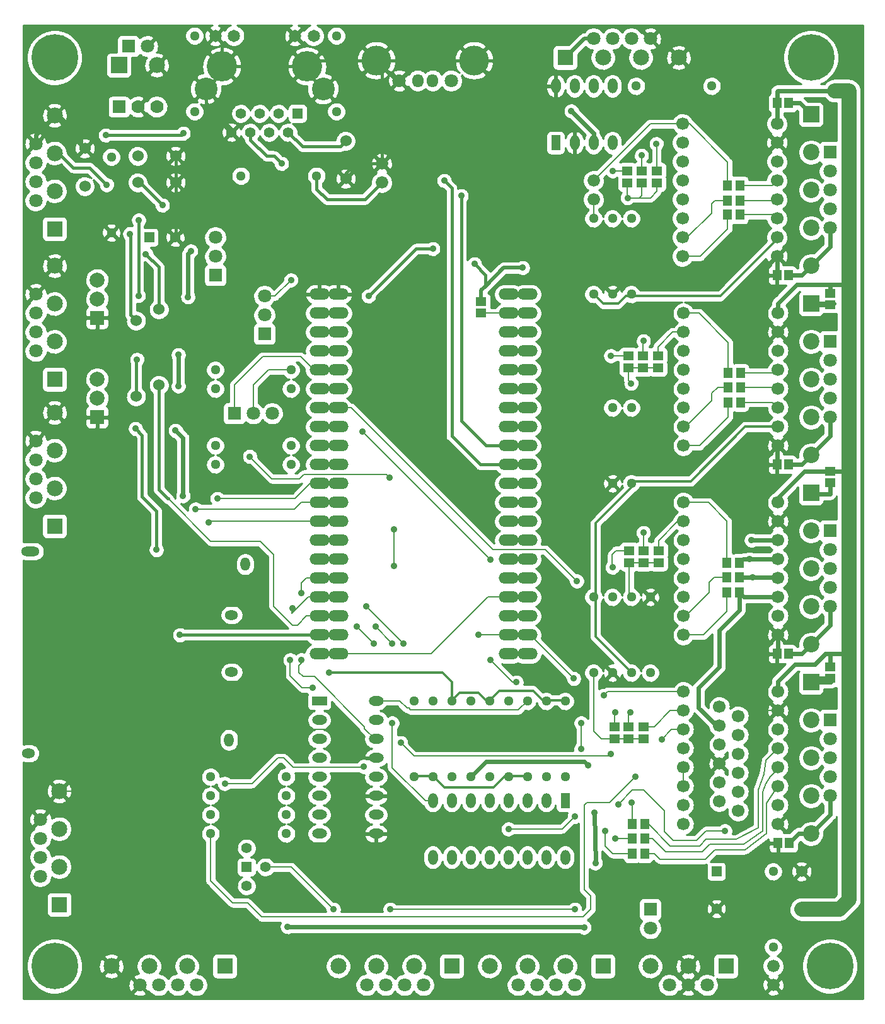
<source format=gbl>
G04 (created by PCBNEW-RS274X (2012-02-06 BZR 3180)-stable) date Sun 03 Jun 2012 09:51:07 PM CEST*
G01*
G70*
G90*
%MOIN*%
G04 Gerber Fmt 3.4, Leading zero omitted, Abs format*
%FSLAX34Y34*%
G04 APERTURE LIST*
%ADD10C,0.006000*%
%ADD11R,0.084600X0.084600*%
%ADD12C,0.084600*%
%ADD13C,0.070900*%
%ADD14R,0.051200X0.078700*%
%ADD15O,0.051200X0.078700*%
%ADD16C,0.246100*%
%ADD17C,0.051200*%
%ADD18C,0.070000*%
%ADD19R,0.070000X0.070000*%
%ADD20C,0.066900*%
%ADD21R,0.078700X0.051200*%
%ADD22O,0.078700X0.051200*%
%ADD23R,0.086600X0.086600*%
%ADD24R,0.070900X0.070900*%
%ADD25C,0.086600*%
%ADD26O,0.106300X0.059100*%
%ADD27R,0.057000X0.047200*%
%ADD28R,0.047200X0.057000*%
%ADD29C,0.160000*%
%ADD30R,0.055000X0.055000*%
%ADD31C,0.055000*%
%ADD32C,0.120000*%
%ADD33C,0.065000*%
%ADD34C,0.060000*%
%ADD35C,0.066000*%
%ADD36C,0.078700*%
%ADD37R,0.074800X0.074800*%
%ADD38O,0.050900X0.070400*%
%ADD39O,0.070400X0.050900*%
%ADD40O,0.097800X0.050900*%
%ADD41O,0.059100X0.070900*%
%ADD42C,0.157500*%
%ADD43C,0.035000*%
%ADD44C,0.015700*%
%ADD45C,0.013800*%
%ADD46C,0.008000*%
%ADD47C,0.023600*%
%ADD48C,0.019700*%
%ADD49C,0.079900*%
%ADD50C,0.010000*%
G04 APERTURE END LIST*
G54D10*
G54D11*
X49500Y-64000D03*
G54D12*
X47500Y-64000D03*
G54D13*
X48500Y-65000D03*
X47500Y-65000D03*
X46500Y-65000D03*
G54D12*
X45500Y-64000D03*
G54D14*
X40500Y-20500D03*
G54D15*
X41500Y-20500D03*
X42500Y-20500D03*
X43500Y-20500D03*
X43500Y-17500D03*
X42500Y-17500D03*
X41500Y-17500D03*
X40500Y-17500D03*
G54D16*
X14000Y-16000D03*
X54000Y-16000D03*
X14000Y-64000D03*
X55000Y-64000D03*
G54D17*
X26250Y-57000D03*
X22250Y-57000D03*
X41000Y-54000D03*
X41000Y-50000D03*
X40000Y-54000D03*
X40000Y-50000D03*
X23850Y-22250D03*
X27850Y-22250D03*
X26250Y-56000D03*
X22250Y-56000D03*
X37000Y-54000D03*
X37000Y-50000D03*
X45500Y-44500D03*
X45500Y-48500D03*
X35000Y-54000D03*
X35000Y-50000D03*
X33000Y-54000D03*
X33000Y-50000D03*
X42500Y-48500D03*
X42500Y-44500D03*
X34000Y-54000D03*
X34000Y-50000D03*
X38000Y-54000D03*
X38000Y-50000D03*
X26500Y-33500D03*
X22500Y-33500D03*
X43500Y-48500D03*
X43500Y-44500D03*
X26500Y-32500D03*
X22500Y-32500D03*
X44500Y-44500D03*
X44500Y-48500D03*
X43500Y-38500D03*
X43500Y-34500D03*
X17000Y-25250D03*
X17000Y-21250D03*
X44500Y-34500D03*
X44500Y-38500D03*
X36000Y-50000D03*
X36000Y-54000D03*
X43500Y-28500D03*
X43500Y-24500D03*
X26500Y-37500D03*
X22500Y-37500D03*
X26500Y-36500D03*
X22500Y-36500D03*
X44500Y-24500D03*
X44500Y-28500D03*
X52000Y-63000D03*
X52000Y-59000D03*
X42500Y-24500D03*
X42500Y-28500D03*
X21400Y-18850D03*
X21400Y-14850D03*
X28900Y-18850D03*
X28900Y-14850D03*
X48750Y-17500D03*
X44750Y-17500D03*
X39000Y-54000D03*
X39000Y-50000D03*
X26250Y-54000D03*
X22250Y-54000D03*
X26250Y-55000D03*
X22250Y-55000D03*
G54D18*
X19400Y-18600D03*
X18400Y-18600D03*
G54D19*
X17400Y-18600D03*
G54D11*
X14000Y-25050D03*
G54D12*
X14000Y-23050D03*
X14000Y-21050D03*
X14000Y-19050D03*
G54D13*
X13000Y-23550D03*
X13000Y-22550D03*
X13000Y-21550D03*
X13000Y-20550D03*
G54D20*
X47250Y-29500D03*
X47250Y-30500D03*
X47250Y-31500D03*
X47250Y-32500D03*
X47250Y-33500D03*
X47250Y-34500D03*
X47250Y-35500D03*
X47250Y-36500D03*
X52250Y-36500D03*
X52250Y-35500D03*
X52250Y-34500D03*
X52250Y-33500D03*
X52250Y-32500D03*
X52250Y-31500D03*
X52250Y-30500D03*
X52250Y-29500D03*
X47250Y-39500D03*
X47250Y-40500D03*
X47250Y-41500D03*
X47250Y-42500D03*
X47250Y-43500D03*
X47250Y-44500D03*
X47250Y-45500D03*
X47250Y-46500D03*
X52250Y-46500D03*
X52250Y-45500D03*
X52250Y-44500D03*
X52250Y-43500D03*
X52250Y-42500D03*
X52250Y-41500D03*
X52250Y-40500D03*
X52250Y-39500D03*
G54D11*
X41000Y-16000D03*
G54D12*
X43000Y-16000D03*
X45000Y-16000D03*
X47000Y-16000D03*
G54D13*
X42500Y-15000D03*
X43500Y-15000D03*
X44500Y-15000D03*
X45500Y-15000D03*
G54D14*
X41000Y-55250D03*
G54D15*
X40000Y-55250D03*
X39000Y-55250D03*
X38000Y-55250D03*
X37000Y-55250D03*
X36000Y-55250D03*
X35000Y-55250D03*
X34000Y-55250D03*
X34000Y-58250D03*
X35000Y-58250D03*
X36000Y-58250D03*
X37000Y-58250D03*
X38000Y-58250D03*
X39000Y-58250D03*
X40000Y-58250D03*
X41000Y-58250D03*
G54D21*
X28000Y-50000D03*
G54D22*
X28000Y-51000D03*
X28000Y-52000D03*
X28000Y-53000D03*
X28000Y-54000D03*
X28000Y-55000D03*
X28000Y-56000D03*
X28000Y-57000D03*
X31000Y-57000D03*
X31000Y-56000D03*
X31000Y-55000D03*
X31000Y-54000D03*
X31000Y-53000D03*
X31000Y-52000D03*
X31000Y-51000D03*
X31000Y-50000D03*
G54D23*
X17400Y-16400D03*
G54D12*
X19400Y-16400D03*
G54D24*
X17900Y-15400D03*
G54D13*
X18900Y-15400D03*
G54D11*
X14000Y-33000D03*
G54D12*
X14000Y-31000D03*
X14000Y-29000D03*
X14000Y-27000D03*
G54D13*
X13000Y-31500D03*
X13000Y-30500D03*
X13000Y-29500D03*
X13000Y-28500D03*
G54D11*
X14250Y-60750D03*
G54D12*
X14250Y-58750D03*
X14250Y-56750D03*
X14250Y-54750D03*
G54D13*
X13250Y-59250D03*
X13250Y-58250D03*
X13250Y-57250D03*
X13250Y-56250D03*
G54D11*
X23000Y-64000D03*
G54D12*
X21000Y-64000D03*
X19000Y-64000D03*
X17000Y-64000D03*
G54D13*
X21500Y-65000D03*
X20500Y-65000D03*
X19500Y-65000D03*
X18500Y-65000D03*
G54D11*
X43000Y-64000D03*
G54D12*
X41000Y-64000D03*
X39000Y-64000D03*
X37000Y-64000D03*
G54D13*
X41500Y-65000D03*
X40500Y-65000D03*
X39500Y-65000D03*
X38500Y-65000D03*
G54D11*
X14000Y-40750D03*
G54D12*
X14000Y-38750D03*
X14000Y-36750D03*
X14000Y-34750D03*
G54D13*
X13000Y-39250D03*
X13000Y-38250D03*
X13000Y-37250D03*
X13000Y-36250D03*
G54D11*
X35000Y-64000D03*
G54D12*
X33000Y-64000D03*
X31000Y-64000D03*
X29000Y-64000D03*
G54D13*
X33500Y-65000D03*
X32500Y-65000D03*
X31500Y-65000D03*
X30500Y-65000D03*
G54D23*
X54000Y-49000D03*
G54D25*
X54000Y-51000D03*
X54000Y-53000D03*
X54000Y-55000D03*
G54D24*
X55000Y-51000D03*
G54D13*
X55000Y-52000D03*
X55000Y-53000D03*
X55000Y-54000D03*
G54D25*
X54000Y-57000D03*
G54D13*
X55000Y-55000D03*
G54D23*
X54000Y-39000D03*
G54D25*
X54000Y-41000D03*
X54000Y-43000D03*
X54000Y-45000D03*
G54D24*
X55000Y-41000D03*
G54D13*
X55000Y-42000D03*
X55000Y-43000D03*
X55000Y-44000D03*
G54D25*
X54000Y-47000D03*
G54D13*
X55000Y-45000D03*
G54D23*
X54000Y-19000D03*
G54D25*
X54000Y-21000D03*
X54000Y-23000D03*
X54000Y-25000D03*
G54D24*
X55000Y-21000D03*
G54D13*
X55000Y-22000D03*
X55000Y-23000D03*
X55000Y-24000D03*
G54D25*
X54000Y-27000D03*
G54D13*
X55000Y-25000D03*
G54D23*
X54000Y-29000D03*
G54D25*
X54000Y-31000D03*
X54000Y-33000D03*
X54000Y-35000D03*
G54D24*
X55000Y-31000D03*
G54D13*
X55000Y-32000D03*
X55000Y-33000D03*
X55000Y-34000D03*
G54D25*
X54000Y-37000D03*
G54D13*
X55000Y-35000D03*
G54D26*
X39000Y-28500D03*
X39000Y-29500D03*
X39000Y-30500D03*
X39000Y-31500D03*
X39000Y-32500D03*
X39000Y-33500D03*
X39000Y-34500D03*
X39000Y-35500D03*
X39000Y-36500D03*
X39000Y-37500D03*
X39000Y-38500D03*
X39000Y-39500D03*
X39000Y-40500D03*
X39000Y-41500D03*
X39000Y-42500D03*
X39000Y-43500D03*
X39000Y-44500D03*
X39000Y-45500D03*
X39000Y-46500D03*
X39000Y-47500D03*
X28000Y-47500D03*
X28000Y-46500D03*
X28000Y-45500D03*
X28000Y-44500D03*
X28000Y-43500D03*
X28000Y-42500D03*
X28000Y-41500D03*
X28000Y-40500D03*
X28000Y-39500D03*
X28000Y-38500D03*
X28000Y-37500D03*
X28000Y-36500D03*
X28000Y-35500D03*
X28000Y-34500D03*
X28000Y-33500D03*
X28000Y-32500D03*
X28000Y-31500D03*
X28000Y-30500D03*
X28000Y-29500D03*
X28000Y-28500D03*
X29000Y-28500D03*
X29000Y-29500D03*
X29000Y-30500D03*
X29000Y-31500D03*
X29000Y-32500D03*
X29000Y-33500D03*
X29000Y-34500D03*
X29000Y-35500D03*
X29000Y-36500D03*
X29000Y-37500D03*
X29000Y-38500D03*
X29000Y-39500D03*
X29000Y-40500D03*
X29000Y-41500D03*
X29000Y-42500D03*
X29000Y-43500D03*
X29000Y-44500D03*
X29000Y-45500D03*
X29000Y-46500D03*
X29000Y-47500D03*
X38000Y-47500D03*
X38000Y-46500D03*
X38000Y-45500D03*
X38000Y-44500D03*
X38000Y-43500D03*
X38000Y-42500D03*
X38000Y-41500D03*
X38000Y-40500D03*
X38000Y-39500D03*
X38000Y-38500D03*
X38000Y-37500D03*
X38000Y-36500D03*
X38000Y-35500D03*
X38000Y-34500D03*
X38000Y-33500D03*
X38000Y-32500D03*
X38000Y-31500D03*
X38000Y-30500D03*
X38000Y-29500D03*
X38000Y-28500D03*
G54D20*
X47200Y-19500D03*
X47200Y-20500D03*
X47200Y-21500D03*
X47200Y-22500D03*
X47200Y-23500D03*
X47200Y-24500D03*
X47200Y-25500D03*
X47200Y-26500D03*
X52200Y-26500D03*
X52200Y-25500D03*
X52200Y-24500D03*
X52200Y-23500D03*
X52200Y-22500D03*
X52200Y-21500D03*
X52200Y-20500D03*
X52200Y-19500D03*
X47250Y-49500D03*
X47250Y-50500D03*
X47250Y-51500D03*
X47250Y-52500D03*
X47250Y-53500D03*
X47250Y-54500D03*
X47250Y-55500D03*
X47250Y-56500D03*
X52250Y-56500D03*
X52250Y-55500D03*
X52250Y-54500D03*
X52250Y-53500D03*
X52250Y-52500D03*
X52250Y-51500D03*
X52250Y-50500D03*
X52250Y-49500D03*
G54D24*
X22500Y-27500D03*
G54D13*
X22500Y-26500D03*
X22500Y-25500D03*
G54D27*
X36550Y-28900D03*
X36550Y-29500D03*
G54D28*
X52200Y-18400D03*
X52800Y-18400D03*
X52800Y-27500D03*
X52200Y-27500D03*
G54D27*
X55000Y-28450D03*
X55000Y-29050D03*
G54D28*
X52800Y-37500D03*
X52200Y-37500D03*
G54D27*
X55000Y-37850D03*
X55000Y-38450D03*
G54D28*
X52800Y-47500D03*
X52200Y-47500D03*
G54D27*
X55000Y-48200D03*
X55000Y-48800D03*
G54D28*
X52850Y-57500D03*
X52250Y-57500D03*
G54D29*
X22850Y-16450D03*
X27350Y-16450D03*
G54D30*
X26850Y-18950D03*
G54D31*
X26350Y-19950D03*
X25850Y-18950D03*
X25350Y-19950D03*
X24850Y-18950D03*
X24350Y-19950D03*
X23850Y-18950D03*
X23350Y-19950D03*
G54D32*
X28200Y-17650D03*
X22000Y-17650D03*
G54D33*
X27700Y-14850D03*
X26710Y-14850D03*
X23490Y-14850D03*
X22500Y-14850D03*
G54D34*
X53500Y-59000D03*
X53500Y-61000D03*
X15600Y-22800D03*
X15600Y-20800D03*
X29400Y-22400D03*
X29400Y-20400D03*
X20400Y-21200D03*
X18400Y-21200D03*
X20400Y-22600D03*
X18400Y-22600D03*
G54D35*
X42500Y-23500D03*
X42500Y-22500D03*
X31300Y-22600D03*
X31300Y-21600D03*
G54D30*
X49000Y-59000D03*
G54D31*
X49000Y-60969D03*
G54D30*
X19000Y-25500D03*
G54D31*
X20378Y-25500D03*
G54D36*
X16250Y-33000D03*
X16250Y-34000D03*
G54D37*
X16250Y-35000D03*
G54D36*
X16250Y-27750D03*
X16250Y-28750D03*
G54D37*
X16250Y-29750D03*
G54D28*
X50240Y-22750D03*
X49590Y-24300D03*
X49590Y-22750D03*
X50240Y-23550D03*
X49590Y-23550D03*
X50240Y-24300D03*
X49620Y-34210D03*
X50270Y-32660D03*
X50270Y-34210D03*
X49620Y-33410D03*
X50270Y-33410D03*
X49620Y-32660D03*
X49560Y-44250D03*
X50210Y-42700D03*
X50210Y-44250D03*
X49560Y-43450D03*
X50210Y-43450D03*
X49560Y-42700D03*
X44550Y-58050D03*
X45200Y-56500D03*
X45200Y-58050D03*
X44550Y-57250D03*
X45200Y-57250D03*
X44550Y-56500D03*
G54D24*
X45500Y-61000D03*
G54D13*
X45500Y-62000D03*
G54D24*
X23500Y-34800D03*
G54D13*
X24500Y-34800D03*
X25500Y-34800D03*
G54D24*
X25100Y-30600D03*
G54D13*
X25100Y-29600D03*
X25100Y-28600D03*
G54D38*
X24081Y-42770D03*
G54D39*
X23364Y-45443D03*
X23364Y-48463D03*
X12616Y-52758D03*
G54D38*
X23222Y-52053D03*
G54D40*
X12719Y-42085D03*
G54D41*
X33205Y-17220D03*
X33995Y-17220D03*
G54D13*
X32225Y-17220D03*
G54D42*
X31015Y-16150D03*
X36185Y-16150D03*
G54D13*
X34975Y-17220D03*
G54D35*
X52000Y-64000D03*
X52000Y-65000D03*
G54D34*
X19520Y-33300D03*
X19520Y-29300D03*
X18315Y-33900D03*
X18315Y-29900D03*
G54D27*
X45840Y-22635D03*
X44290Y-21985D03*
X45840Y-21985D03*
X45040Y-22635D03*
X45040Y-21985D03*
X44290Y-22635D03*
X45900Y-32400D03*
X44350Y-31750D03*
X45900Y-31750D03*
X45100Y-32400D03*
X45100Y-31750D03*
X44350Y-32400D03*
X45940Y-42695D03*
X44390Y-42045D03*
X45940Y-42045D03*
X45140Y-42695D03*
X45140Y-42045D03*
X44390Y-42695D03*
X45165Y-51995D03*
X43615Y-51345D03*
X45165Y-51345D03*
X44365Y-51995D03*
X44365Y-51345D03*
X43615Y-51995D03*
G54D30*
X24155Y-58765D03*
G54D31*
X24155Y-57765D03*
X24155Y-59765D03*
X25155Y-58765D03*
G54D20*
X50150Y-55800D03*
X49150Y-55300D03*
X50150Y-54800D03*
X49150Y-54300D03*
X50150Y-53800D03*
X49150Y-53300D03*
X50150Y-52800D03*
X49150Y-52300D03*
X50150Y-51800D03*
X49150Y-51300D03*
X50150Y-50800D03*
X49150Y-50300D03*
G54D43*
X16700Y-20100D03*
X20800Y-20000D03*
X28500Y-48500D03*
X43800Y-55450D03*
X49450Y-56850D03*
X19700Y-23800D03*
X41325Y-18825D03*
X38750Y-27100D03*
X30600Y-28600D03*
X36200Y-26900D03*
X34000Y-26100D03*
X51100Y-53300D03*
X25300Y-46950D03*
X25500Y-49850D03*
X29400Y-52950D03*
X29400Y-54450D03*
X29200Y-51750D03*
X44300Y-23410D03*
X45040Y-21170D03*
X45825Y-20550D03*
X34600Y-22500D03*
X30870Y-46942D03*
X29988Y-46060D03*
X44490Y-33210D03*
X50850Y-41500D03*
X43420Y-31750D03*
X45140Y-30970D03*
X31700Y-38175D03*
X24325Y-37075D03*
X31950Y-40925D03*
X43650Y-57250D03*
X31950Y-42850D03*
X50900Y-43450D03*
X32300Y-52200D03*
X23000Y-54350D03*
X43400Y-52800D03*
X30350Y-53450D03*
X44700Y-54000D03*
X22146Y-40551D03*
X22600Y-39300D03*
X21457Y-39862D03*
X32438Y-46942D03*
X30478Y-44982D03*
X26000Y-21600D03*
X45135Y-41100D03*
X17985Y-25315D03*
X16760Y-22725D03*
X18825Y-26375D03*
X35500Y-23300D03*
X43650Y-50600D03*
X44440Y-50580D03*
X46110Y-52010D03*
X43520Y-21990D03*
X43500Y-42930D03*
X31850Y-46942D03*
X30968Y-46060D03*
X31850Y-51156D03*
X18360Y-31950D03*
X18435Y-28580D03*
X18280Y-35605D03*
X18450Y-24585D03*
X20630Y-46505D03*
X19380Y-42005D03*
X50750Y-42500D03*
X37044Y-47824D03*
X30282Y-35770D03*
X38416Y-49000D03*
X37044Y-42532D03*
X41846Y-51156D03*
X43100Y-56850D03*
X26500Y-27750D03*
X41846Y-52528D03*
X41454Y-48804D03*
X36400Y-46500D03*
X26460Y-47824D03*
X27636Y-49294D03*
X26575Y-45075D03*
X27048Y-47824D03*
X27048Y-44296D03*
X41500Y-56100D03*
X38000Y-56750D03*
X41620Y-43660D03*
X43050Y-49700D03*
X44500Y-55350D03*
X20395Y-35705D03*
X20545Y-33355D03*
X20545Y-31705D03*
X21055Y-28645D03*
X42000Y-61950D03*
X26320Y-61915D03*
X21200Y-26225D03*
X20795Y-39155D03*
X42550Y-55900D03*
X41500Y-61000D03*
X31750Y-61000D03*
X28750Y-61000D03*
X42600Y-58550D03*
X42200Y-53400D03*
G54D44*
X20700Y-20100D02*
X16700Y-20100D01*
X20800Y-20000D02*
X20700Y-20100D01*
X26350Y-19950D02*
X27100Y-20700D01*
X27100Y-20700D02*
X29100Y-20700D01*
X29100Y-20700D02*
X29400Y-20400D01*
G54D45*
X37000Y-49950D02*
X37499Y-49451D01*
X42600Y-46600D02*
X44500Y-48500D01*
X41000Y-50000D02*
X41000Y-49950D01*
X42600Y-40600D02*
X44600Y-38600D01*
X42600Y-44600D02*
X42600Y-40600D01*
X42500Y-44500D02*
X42600Y-44600D01*
X44600Y-28600D02*
X44500Y-28500D01*
X37499Y-49451D02*
X39301Y-49451D01*
X37000Y-50000D02*
X37000Y-49950D01*
X43800Y-29000D02*
X44200Y-28600D01*
X35000Y-50000D02*
X35000Y-49000D01*
X38000Y-28600D02*
X38000Y-28500D01*
X39000Y-28600D02*
X38000Y-28600D01*
X39000Y-28500D02*
X39000Y-28600D01*
X35000Y-49000D02*
X34500Y-48500D01*
X44200Y-28600D02*
X44600Y-28600D01*
X33000Y-54000D02*
X33000Y-53950D01*
X49200Y-28600D02*
X44600Y-28600D01*
X50523Y-35500D02*
X47637Y-38386D01*
X33000Y-53950D02*
X34000Y-53950D01*
X39000Y-53950D02*
X39000Y-54000D01*
X34500Y-48500D02*
X28500Y-48500D01*
X52200Y-25500D02*
X52200Y-25600D01*
X42600Y-44600D02*
X42600Y-46600D01*
X34000Y-54000D02*
X34000Y-53950D01*
X34000Y-53950D02*
X34600Y-54550D01*
X34600Y-54550D02*
X37200Y-54550D01*
X37200Y-54550D02*
X37800Y-53950D01*
X37800Y-53950D02*
X38000Y-53950D01*
G54D46*
X43800Y-55450D02*
X44550Y-54700D01*
X44550Y-54700D02*
X45150Y-54700D01*
X45150Y-54700D02*
X46250Y-55800D01*
X46250Y-55800D02*
X46250Y-56900D01*
X46250Y-56900D02*
X46700Y-57350D01*
X46700Y-57350D02*
X47950Y-57350D01*
X47950Y-57350D02*
X48450Y-56850D01*
X48450Y-56850D02*
X49450Y-56850D01*
G54D45*
X44500Y-38500D02*
X44600Y-38600D01*
X40000Y-49950D02*
X41000Y-49950D01*
X44614Y-38386D02*
X44500Y-38500D01*
X39301Y-49451D02*
X39800Y-49950D01*
X47637Y-38386D02*
X44614Y-38386D01*
X52250Y-35500D02*
X50523Y-35500D01*
X35000Y-49950D02*
X35400Y-49550D01*
X35400Y-49550D02*
X36400Y-49550D01*
X36400Y-49550D02*
X36800Y-49950D01*
X36800Y-49950D02*
X37000Y-49950D01*
X42500Y-28500D02*
X43000Y-29000D01*
X35000Y-50000D02*
X35000Y-49950D01*
X40000Y-49950D02*
X40000Y-50000D01*
X38000Y-54000D02*
X38000Y-53950D01*
X38000Y-53950D02*
X39000Y-53950D01*
X43000Y-29000D02*
X43800Y-29000D01*
X52200Y-25600D02*
X49200Y-28600D01*
X39800Y-49950D02*
X40000Y-49950D01*
G54D46*
X29000Y-29600D02*
X29000Y-29500D01*
G54D44*
X18500Y-22600D02*
X19700Y-23800D01*
X18400Y-22600D02*
X18500Y-22600D01*
G54D46*
X28000Y-29500D02*
X28000Y-29600D01*
X28000Y-29600D02*
X29000Y-29600D01*
G54D47*
X42500Y-20000D02*
X41325Y-18825D01*
G54D48*
X41000Y-16000D02*
X42000Y-15000D01*
G54D47*
X42500Y-20500D02*
X42500Y-20000D01*
G54D48*
X37750Y-27100D02*
X38750Y-27100D01*
X36775Y-28075D02*
X37750Y-27100D01*
G54D44*
X36775Y-27475D02*
X36775Y-28075D01*
X36200Y-26900D02*
X36775Y-27475D01*
X33100Y-26100D02*
X34000Y-26100D01*
X30600Y-28600D02*
X33100Y-26100D01*
G54D48*
X42000Y-15000D02*
X42500Y-15000D01*
X36550Y-28300D02*
X36775Y-28075D01*
X36550Y-28900D02*
X36550Y-28300D01*
G54D46*
X29400Y-56000D02*
X29400Y-54450D01*
G54D47*
X52200Y-26500D02*
X52200Y-27500D01*
G54D44*
X20400Y-22600D02*
X20400Y-25478D01*
X20400Y-25478D02*
X20378Y-25500D01*
X20400Y-21200D02*
X20400Y-22600D01*
X32225Y-17220D02*
X32085Y-17220D01*
X32085Y-17220D02*
X31015Y-16150D01*
G54D46*
X18000Y-54750D02*
X22900Y-49850D01*
X22900Y-49850D02*
X25500Y-49850D01*
X26350Y-51500D02*
X25500Y-50650D01*
X51750Y-50500D02*
X52250Y-50500D01*
X29400Y-54450D02*
X29950Y-55000D01*
X51100Y-53300D02*
X51350Y-53100D01*
G54D44*
X36185Y-16150D02*
X31015Y-16150D01*
X36185Y-16150D02*
X37150Y-16150D01*
X38500Y-17500D02*
X40500Y-17500D01*
X22850Y-15200D02*
X22500Y-14850D01*
G54D46*
X52200Y-36550D02*
X52250Y-36500D01*
G54D47*
X15370Y-20230D02*
X14190Y-19050D01*
X52250Y-46500D02*
X52250Y-47450D01*
G54D46*
X51350Y-50900D02*
X51750Y-50500D01*
X29450Y-53000D02*
X29400Y-52950D01*
G54D47*
X15600Y-20800D02*
X15370Y-20570D01*
G54D46*
X25500Y-49850D02*
X25400Y-49700D01*
X31000Y-57000D02*
X30400Y-57000D01*
G54D47*
X52200Y-37500D02*
X52200Y-36550D01*
G54D46*
X25300Y-46950D02*
X25300Y-46900D01*
X29950Y-55000D02*
X31000Y-55000D01*
X31000Y-53000D02*
X29450Y-53000D01*
X30400Y-57000D02*
X29400Y-56000D01*
G54D47*
X15370Y-20570D02*
X15370Y-20230D01*
G54D44*
X37150Y-16150D02*
X38500Y-17500D01*
X22850Y-16450D02*
X22850Y-16800D01*
X22850Y-16800D02*
X22000Y-17650D01*
X27350Y-16450D02*
X22850Y-16450D01*
X27350Y-16450D02*
X27350Y-16800D01*
X27350Y-16800D02*
X28200Y-17650D01*
X31015Y-16150D02*
X27650Y-16150D01*
X27650Y-16150D02*
X27350Y-16450D01*
X31300Y-16435D02*
X31015Y-16150D01*
X31300Y-21600D02*
X31300Y-16435D01*
X29400Y-22100D02*
X29900Y-21600D01*
X29900Y-21600D02*
X31300Y-21600D01*
X29400Y-22400D02*
X29400Y-22100D01*
X23350Y-19750D02*
X22000Y-18400D01*
X22000Y-18400D02*
X22000Y-17650D01*
X23350Y-19950D02*
X23350Y-19750D01*
X22850Y-16450D02*
X22850Y-15200D01*
G54D46*
X25500Y-50650D02*
X25500Y-49850D01*
G54D47*
X14040Y-19050D02*
X13000Y-20090D01*
X13000Y-20090D02*
X13000Y-20550D01*
G54D46*
X28950Y-51500D02*
X26350Y-51500D01*
X29200Y-51750D02*
X28950Y-51500D01*
X51350Y-53100D02*
X51350Y-50900D01*
X52250Y-47450D02*
X52200Y-47500D01*
G54D47*
X14190Y-19050D02*
X14040Y-19050D01*
G54D46*
X14250Y-54750D02*
X18000Y-54750D01*
X44300Y-23410D02*
X44290Y-23400D01*
X44290Y-23400D02*
X44290Y-22635D01*
X45040Y-22635D02*
X45040Y-23280D01*
X45840Y-23070D02*
X45500Y-23410D01*
X45040Y-23280D02*
X44910Y-23410D01*
X44910Y-23410D02*
X44300Y-23410D01*
X45840Y-22635D02*
X45840Y-23070D01*
X45500Y-23410D02*
X44910Y-23410D01*
G54D47*
X55000Y-26000D02*
X54000Y-27000D01*
X55000Y-25000D02*
X55000Y-26000D01*
X52800Y-27500D02*
X53500Y-27500D01*
X53500Y-27500D02*
X54000Y-27000D01*
G54D46*
X45040Y-21170D02*
X45040Y-21985D01*
X45825Y-20550D02*
X45840Y-20565D01*
X45840Y-20565D02*
X45840Y-21985D01*
X38000Y-37600D02*
X39000Y-37600D01*
X38000Y-37500D02*
X38000Y-37600D01*
X39000Y-37600D02*
X39000Y-37500D01*
G54D44*
X34600Y-22500D02*
X35000Y-22900D01*
X35000Y-22900D02*
X35000Y-36000D01*
X35000Y-36000D02*
X36500Y-37500D01*
X36500Y-37500D02*
X38000Y-37500D01*
G54D46*
X39000Y-38500D02*
X39000Y-38600D01*
X38000Y-38600D02*
X38000Y-38500D01*
X39000Y-38600D02*
X38000Y-38600D01*
X48760Y-34120D02*
X48760Y-33720D01*
X38000Y-42600D02*
X39000Y-42600D01*
X47380Y-35500D02*
X48760Y-34120D01*
X39000Y-42600D02*
X39000Y-42500D01*
X49070Y-33410D02*
X49620Y-33410D01*
X38000Y-42500D02*
X38000Y-42600D01*
X47250Y-35500D02*
X47380Y-35500D01*
X48760Y-33720D02*
X49070Y-33410D01*
X30870Y-46942D02*
X29988Y-46060D01*
X32732Y-50372D02*
X32634Y-50372D01*
X30968Y-49980D02*
X31000Y-50000D01*
X32634Y-50372D02*
X32242Y-49980D01*
X39000Y-50000D02*
X39004Y-49980D01*
X39004Y-49980D02*
X38514Y-50470D01*
X38514Y-50470D02*
X32830Y-50470D01*
X29000Y-42600D02*
X28000Y-42600D01*
X32242Y-49980D02*
X30968Y-49980D01*
X28000Y-42600D02*
X28000Y-42500D01*
X32830Y-50470D02*
X32732Y-50372D01*
X29000Y-42500D02*
X29000Y-42600D01*
X45100Y-32400D02*
X45900Y-32400D01*
X44350Y-33070D02*
X44350Y-32400D01*
X44350Y-32400D02*
X45100Y-32400D01*
X44490Y-33210D02*
X44350Y-33070D01*
G54D47*
X50850Y-41500D02*
X52250Y-41500D01*
X54050Y-39050D02*
X54000Y-39000D01*
X55000Y-38450D02*
X55000Y-39050D01*
X55000Y-39050D02*
X54050Y-39050D01*
G54D46*
X45140Y-42695D02*
X45940Y-42695D01*
X44390Y-44390D02*
X44500Y-44500D01*
X44390Y-42695D02*
X45140Y-42695D01*
X44390Y-42695D02*
X44390Y-44390D01*
X43420Y-31750D02*
X44350Y-31750D01*
G54D47*
X52800Y-18400D02*
X53400Y-18400D01*
X53400Y-18400D02*
X54000Y-19000D01*
G54D46*
X47460Y-25500D02*
X48740Y-24220D01*
X39000Y-40600D02*
X38000Y-40600D01*
X48740Y-24220D02*
X48740Y-23720D01*
X48740Y-23720D02*
X48910Y-23550D01*
X47200Y-25500D02*
X47460Y-25500D01*
X39000Y-40500D02*
X39000Y-40600D01*
X48910Y-23550D02*
X49590Y-23550D01*
X38000Y-40600D02*
X38000Y-40500D01*
X50240Y-23550D02*
X52150Y-23550D01*
X52150Y-23550D02*
X52200Y-23500D01*
X50240Y-22750D02*
X51950Y-22750D01*
X51950Y-22750D02*
X52200Y-22500D01*
X45100Y-30990D02*
X45120Y-30970D01*
X45120Y-30970D02*
X45140Y-30970D01*
X45100Y-31750D02*
X45100Y-30990D01*
X45900Y-31750D02*
X45900Y-31275D01*
X45900Y-31275D02*
X46675Y-30500D01*
X46675Y-30500D02*
X47250Y-30500D01*
G54D47*
X53500Y-37500D02*
X54000Y-37000D01*
X52800Y-37500D02*
X53500Y-37500D01*
X54000Y-37000D02*
X55000Y-36000D01*
X55000Y-36000D02*
X55000Y-35000D01*
X54000Y-29000D02*
X55200Y-29000D01*
X55000Y-29050D02*
X55200Y-29000D01*
X55000Y-29050D02*
X54050Y-29050D01*
X54050Y-29050D02*
X54000Y-29000D01*
G54D46*
X39000Y-43600D02*
X39000Y-43500D01*
X48125Y-36500D02*
X49620Y-35005D01*
X38000Y-43600D02*
X39000Y-43600D01*
X47250Y-36500D02*
X48125Y-36500D01*
X49620Y-35005D02*
X49620Y-34210D01*
X38000Y-43500D02*
X38000Y-43600D01*
X45200Y-58050D02*
X45700Y-58050D01*
X46000Y-58350D02*
X48400Y-58350D01*
X48400Y-58350D02*
X48900Y-57850D01*
X50500Y-57850D02*
X51650Y-57000D01*
X51650Y-57000D02*
X51650Y-55400D01*
X45700Y-58050D02*
X46000Y-58350D01*
X51650Y-55400D02*
X52250Y-54500D01*
X48900Y-57850D02*
X50500Y-57850D01*
X26950Y-38250D02*
X25475Y-38250D01*
X31700Y-38175D02*
X31550Y-38025D01*
X39004Y-47530D02*
X39000Y-47500D01*
X31550Y-38025D02*
X27175Y-38025D01*
X31950Y-42850D02*
X31950Y-40925D01*
X25475Y-38250D02*
X24325Y-37100D01*
X27175Y-38025D02*
X26950Y-38250D01*
X38000Y-47500D02*
X38024Y-47530D01*
X24325Y-37100D02*
X24325Y-37075D01*
X38024Y-47530D02*
X39004Y-47530D01*
X44550Y-57250D02*
X43650Y-57250D01*
X27325Y-45500D02*
X26850Y-45975D01*
X22250Y-41550D02*
X20005Y-39305D01*
G54D44*
X19995Y-39305D02*
X20005Y-39305D01*
G54D46*
X25575Y-44975D02*
X25575Y-42250D01*
X24875Y-41550D02*
X22250Y-41550D01*
X28000Y-45500D02*
X27325Y-45500D01*
X26575Y-45975D02*
X25575Y-44975D01*
G54D44*
X19520Y-33300D02*
X19520Y-38830D01*
X19520Y-38830D02*
X19995Y-39305D01*
G54D46*
X25575Y-42250D02*
X24875Y-41550D01*
X26850Y-45975D02*
X26575Y-45975D01*
G54D47*
X49000Y-51300D02*
X48050Y-50350D01*
X52250Y-44500D02*
X50460Y-44500D01*
X50460Y-44500D02*
X50210Y-44250D01*
X48050Y-50350D02*
X48050Y-49300D01*
X48050Y-49300D02*
X49150Y-48200D01*
X49150Y-48200D02*
X49150Y-46250D01*
X49150Y-46250D02*
X50210Y-45190D01*
X50210Y-45190D02*
X50210Y-44250D01*
X49150Y-51300D02*
X49000Y-51300D01*
X50210Y-43450D02*
X50900Y-43450D01*
X50900Y-43450D02*
X52200Y-43450D01*
X52200Y-43450D02*
X52250Y-43500D01*
G54D46*
X24500Y-33300D02*
X24500Y-34800D01*
X25300Y-32500D02*
X24500Y-33300D01*
X26500Y-32500D02*
X25300Y-32500D01*
G54D44*
X27850Y-22950D02*
X28400Y-23500D01*
X28400Y-23500D02*
X30400Y-23500D01*
X30400Y-23500D02*
X31300Y-22600D01*
X27850Y-22250D02*
X27850Y-22950D01*
G54D46*
X33000Y-52900D02*
X32300Y-52200D01*
X25800Y-53000D02*
X24450Y-54350D01*
X26600Y-53500D02*
X26100Y-53000D01*
X26100Y-53000D02*
X25800Y-53000D01*
X43300Y-52900D02*
X33000Y-52900D01*
X30300Y-53500D02*
X26600Y-53500D01*
X30350Y-53450D02*
X30300Y-53500D01*
X24450Y-54350D02*
X23000Y-54350D01*
X43400Y-52800D02*
X43300Y-52900D01*
X44700Y-54000D02*
X43350Y-55350D01*
X43350Y-55350D02*
X42150Y-55350D01*
X24950Y-61400D02*
X24200Y-60650D01*
X24200Y-60650D02*
X23400Y-60650D01*
X22250Y-59500D02*
X22250Y-57000D01*
X42350Y-61000D02*
X41950Y-61400D01*
X41950Y-61400D02*
X24950Y-61400D01*
X42350Y-60300D02*
X42350Y-61000D01*
X42000Y-59950D02*
X42350Y-60300D01*
X42000Y-55500D02*
X42000Y-59950D01*
X42150Y-55350D02*
X42000Y-55500D01*
X23400Y-60650D02*
X22250Y-59500D01*
X22146Y-40551D02*
X22197Y-40500D01*
X22197Y-40500D02*
X29000Y-40500D01*
X22600Y-39300D02*
X26700Y-39300D01*
X26700Y-39300D02*
X27500Y-38500D01*
X27500Y-38500D02*
X28000Y-38500D01*
X21457Y-39862D02*
X26673Y-39862D01*
X27035Y-39500D02*
X29000Y-39500D01*
X26673Y-39862D02*
X27035Y-39500D01*
X39000Y-29500D02*
X39000Y-29600D01*
X39000Y-29600D02*
X38000Y-29600D01*
X38000Y-29600D02*
X38000Y-29500D01*
X38000Y-29500D02*
X36550Y-29500D01*
X32438Y-46942D02*
X30478Y-44982D01*
G54D44*
X24350Y-20350D02*
X24350Y-19950D01*
X25200Y-21200D02*
X24350Y-20350D01*
X25600Y-21200D02*
X25200Y-21200D01*
X26000Y-21600D02*
X25600Y-21200D01*
G54D47*
X54200Y-48800D02*
X54000Y-49000D01*
X55000Y-48800D02*
X55050Y-49000D01*
X54000Y-49000D02*
X55050Y-49000D01*
X55000Y-48800D02*
X54200Y-48800D01*
G54D46*
X45135Y-41100D02*
X45140Y-41105D01*
X45140Y-41105D02*
X45140Y-42045D01*
X46950Y-40500D02*
X47250Y-40500D01*
X45940Y-41510D02*
X46950Y-40500D01*
X45940Y-42045D02*
X45940Y-41510D01*
G54D47*
X54000Y-47000D02*
X55000Y-46000D01*
X53500Y-47500D02*
X54000Y-47000D01*
X52800Y-47500D02*
X53500Y-47500D01*
X55000Y-46000D02*
X55000Y-45000D01*
G54D44*
X14210Y-21050D02*
X14975Y-21815D01*
X18020Y-29605D02*
X18315Y-29900D01*
X18020Y-25350D02*
X18020Y-29605D01*
X14000Y-21050D02*
X14210Y-21050D01*
X14975Y-21815D02*
X15850Y-21815D01*
X17985Y-25315D02*
X18020Y-25350D01*
X15850Y-21815D02*
X16760Y-22725D01*
X19520Y-29300D02*
X19520Y-27070D01*
X19520Y-27070D02*
X18825Y-26375D01*
G54D46*
X39000Y-36600D02*
X39000Y-36500D01*
X38000Y-36500D02*
X38000Y-36600D01*
X38000Y-36600D02*
X39000Y-36600D01*
G54D44*
X36800Y-36500D02*
X35500Y-35200D01*
X35500Y-35200D02*
X35500Y-23300D01*
X38000Y-36500D02*
X36800Y-36500D01*
G54D46*
X42500Y-23500D02*
X42500Y-24500D01*
X43615Y-50635D02*
X43650Y-50600D01*
X43615Y-51345D02*
X43615Y-50635D01*
X44440Y-50580D02*
X44365Y-50655D01*
X46620Y-51500D02*
X46110Y-52010D01*
X47250Y-51500D02*
X46620Y-51500D01*
X44365Y-50655D02*
X44365Y-51345D01*
X46545Y-50500D02*
X47250Y-50500D01*
X45700Y-51345D02*
X46545Y-50500D01*
X45165Y-51345D02*
X45700Y-51345D01*
X43615Y-51995D02*
X44365Y-51995D01*
X42500Y-51590D02*
X42905Y-51995D01*
X42905Y-51995D02*
X43615Y-51995D01*
X42500Y-48500D02*
X42500Y-51590D01*
X44365Y-51995D02*
X45165Y-51995D01*
G54D47*
X55000Y-56000D02*
X54000Y-57000D01*
X53350Y-57000D02*
X52850Y-57500D01*
X54000Y-57000D02*
X53350Y-57000D01*
X55000Y-55000D02*
X55000Y-56000D01*
G54D46*
X43520Y-21990D02*
X43525Y-21985D01*
X43525Y-21985D02*
X44290Y-21985D01*
X43500Y-42930D02*
X43485Y-42915D01*
X43485Y-42915D02*
X43485Y-42255D01*
X43485Y-42255D02*
X43695Y-42045D01*
X43695Y-42045D02*
X44390Y-42045D01*
X51960Y-34210D02*
X52250Y-34500D01*
X50270Y-34210D02*
X51960Y-34210D01*
X47380Y-45500D02*
X48620Y-44260D01*
X33900Y-47500D02*
X36900Y-44500D01*
X47250Y-45500D02*
X47380Y-45500D01*
X48620Y-43720D02*
X48890Y-43450D01*
X48620Y-44260D02*
X48620Y-43720D01*
X39000Y-44600D02*
X39000Y-44500D01*
X38000Y-44500D02*
X38000Y-44600D01*
X29000Y-47500D02*
X33900Y-47500D01*
X38000Y-44600D02*
X39000Y-44600D01*
X36900Y-44500D02*
X38000Y-44500D01*
X48890Y-43450D02*
X49560Y-43450D01*
X45200Y-57250D02*
X45600Y-57250D01*
X52250Y-53500D02*
X52500Y-53350D01*
X51850Y-54000D02*
X52500Y-53350D01*
X51600Y-54350D02*
X51850Y-54000D01*
X51450Y-54800D02*
X51600Y-54350D01*
X45600Y-57250D02*
X46300Y-57950D01*
X48650Y-57550D02*
X50450Y-57550D01*
X51450Y-56850D02*
X51450Y-54800D01*
X50450Y-57550D02*
X51450Y-56850D01*
X46300Y-57950D02*
X48250Y-57950D01*
X48250Y-57950D02*
X48650Y-57550D01*
X52160Y-33410D02*
X52250Y-33500D01*
X50270Y-33410D02*
X52160Y-33410D01*
X28000Y-32600D02*
X29000Y-32600D01*
X33614Y-55272D02*
X34006Y-55272D01*
X30968Y-46060D02*
X31850Y-46942D01*
X29000Y-32600D02*
X29000Y-32500D01*
X27000Y-31800D02*
X25000Y-31800D01*
X31850Y-53508D02*
X33614Y-55272D01*
X27700Y-32500D02*
X27000Y-31800D01*
X31850Y-51156D02*
X31850Y-53508D01*
X28000Y-32500D02*
X27700Y-32500D01*
X34006Y-55272D02*
X34000Y-55250D01*
X25000Y-31800D02*
X23500Y-33300D01*
X28000Y-32500D02*
X28000Y-32600D01*
X23500Y-33300D02*
X23500Y-34800D01*
G54D44*
X18360Y-31950D02*
X18315Y-31995D01*
X18630Y-35955D02*
X18280Y-35605D01*
X28000Y-46500D02*
X20635Y-46500D01*
X18630Y-39205D02*
X18630Y-35955D01*
X19380Y-39955D02*
X18630Y-39205D01*
X19380Y-42005D02*
X19380Y-39955D01*
X18450Y-24585D02*
X18435Y-24600D01*
X18435Y-24600D02*
X18435Y-28580D01*
X18315Y-31995D02*
X18315Y-33900D01*
X20635Y-46500D02*
X20630Y-46505D01*
G54D46*
X48150Y-26500D02*
X49590Y-25060D01*
X49590Y-25060D02*
X49590Y-24300D01*
X39000Y-41600D02*
X38000Y-41600D01*
X47200Y-26500D02*
X48150Y-26500D01*
X38000Y-41600D02*
X38000Y-41500D01*
X39000Y-41500D02*
X39000Y-41600D01*
X52000Y-24300D02*
X52200Y-24500D01*
X50240Y-24300D02*
X52000Y-24300D01*
X52090Y-32660D02*
X52250Y-32500D01*
X50270Y-32660D02*
X52090Y-32660D01*
G54D47*
X50410Y-42500D02*
X50210Y-42700D01*
X52250Y-42500D02*
X50410Y-42500D01*
X50750Y-42500D02*
X52250Y-42500D01*
G54D46*
X46550Y-57650D02*
X48100Y-57650D01*
X50050Y-57300D02*
X51200Y-56700D01*
X45200Y-56500D02*
X45400Y-56500D01*
X48450Y-57300D02*
X50050Y-57300D01*
X51200Y-54700D02*
X51500Y-53850D01*
X51625Y-53125D02*
X52250Y-52500D01*
X51500Y-53850D02*
X51625Y-53125D01*
X45400Y-56500D02*
X46550Y-57650D01*
X51200Y-56700D02*
X51200Y-54700D01*
X48100Y-57650D02*
X48450Y-57300D01*
X30282Y-35770D02*
X37044Y-42532D01*
X37044Y-47824D02*
X38220Y-49000D01*
X38220Y-49000D02*
X38416Y-49000D01*
X48325Y-46500D02*
X49560Y-45265D01*
X49560Y-45265D02*
X49560Y-44250D01*
X47250Y-46500D02*
X48325Y-46500D01*
X39000Y-46500D02*
X39004Y-46452D01*
X43100Y-57650D02*
X43100Y-56850D01*
X43500Y-58050D02*
X43100Y-57650D01*
X44550Y-58050D02*
X43500Y-58050D01*
X39102Y-46452D02*
X39004Y-46452D01*
X41846Y-52528D02*
X41846Y-51156D01*
X38000Y-46500D02*
X36400Y-46500D01*
X25650Y-28600D02*
X25100Y-28600D01*
X26500Y-27750D02*
X25650Y-28600D01*
X41454Y-48804D02*
X39102Y-46452D01*
X27400Y-44500D02*
X28000Y-44500D01*
X27094Y-49294D02*
X27636Y-49294D01*
X26558Y-45342D02*
X27400Y-44500D01*
X26460Y-47824D02*
X26460Y-48660D01*
X26575Y-45075D02*
X26558Y-45342D01*
X26460Y-48660D02*
X27094Y-49294D01*
X27300Y-43500D02*
X27048Y-43752D01*
X26920Y-48480D02*
X27146Y-48706D01*
X27734Y-48706D02*
X27146Y-48706D01*
X27048Y-47992D02*
X26920Y-48120D01*
X30380Y-51450D02*
X30380Y-51352D01*
X30380Y-51352D02*
X27734Y-48706D01*
X26920Y-48120D02*
X26920Y-48480D01*
X27048Y-43752D02*
X27048Y-44296D01*
X27048Y-47824D02*
X27048Y-47992D01*
X30968Y-52038D02*
X31000Y-52000D01*
X28000Y-43500D02*
X27300Y-43500D01*
X30968Y-52038D02*
X30380Y-51450D01*
X41500Y-56100D02*
X40850Y-56750D01*
X40850Y-56750D02*
X38000Y-56750D01*
X49590Y-21515D02*
X49590Y-22750D01*
X47575Y-19500D02*
X49590Y-21515D01*
X29000Y-34500D02*
X29680Y-34500D01*
X49620Y-31045D02*
X48075Y-29500D01*
X48075Y-29500D02*
X47250Y-29500D01*
X49620Y-32660D02*
X49620Y-31045D01*
X47250Y-49500D02*
X43250Y-49500D01*
X49560Y-40485D02*
X49560Y-42700D01*
X47250Y-39500D02*
X48575Y-39500D01*
X48575Y-39500D02*
X49560Y-40485D01*
X47200Y-19500D02*
X47575Y-19500D01*
X29680Y-34500D02*
X37180Y-42000D01*
X37180Y-42000D02*
X39940Y-42000D01*
X39940Y-42000D02*
X41600Y-43660D01*
X44550Y-55400D02*
X44550Y-56500D01*
X42500Y-22500D02*
X45500Y-19500D01*
X45500Y-19500D02*
X47200Y-19500D01*
X41600Y-43660D02*
X41620Y-43660D01*
X43250Y-49500D02*
X43050Y-49700D01*
X44500Y-55350D02*
X44550Y-55400D01*
X47250Y-53500D02*
X47250Y-54500D01*
G54D47*
X20545Y-31705D02*
X20545Y-33355D01*
X21055Y-26370D02*
X21055Y-28645D01*
X21055Y-26370D02*
X21200Y-26225D01*
X42000Y-61950D02*
X41965Y-61915D01*
X41965Y-61915D02*
X26320Y-61915D01*
X20795Y-36105D02*
X20795Y-39155D01*
X20395Y-35705D02*
X20795Y-36105D01*
X52250Y-39500D02*
X52250Y-39250D01*
X54200Y-48050D02*
X54750Y-47500D01*
X54750Y-47500D02*
X55000Y-47500D01*
X53150Y-48050D02*
X54200Y-48050D01*
X42600Y-58550D02*
X42550Y-55900D01*
X52200Y-17800D02*
X52200Y-18400D01*
G54D49*
X56000Y-17750D02*
X55250Y-17750D01*
G54D48*
X52200Y-17800D02*
X52250Y-17750D01*
G54D47*
X55000Y-37850D02*
X55650Y-37850D01*
X55000Y-28450D02*
X55000Y-28000D01*
X55000Y-28000D02*
X56000Y-28000D01*
X55000Y-28000D02*
X53250Y-28000D01*
X55000Y-48200D02*
X55000Y-47500D01*
X53150Y-48050D02*
X52250Y-48950D01*
X52250Y-48950D02*
X52250Y-49500D01*
X55000Y-47500D02*
X56000Y-47500D01*
G54D49*
X56000Y-60500D02*
X56000Y-47500D01*
X55500Y-61000D02*
X56000Y-60500D01*
X53500Y-61000D02*
X55500Y-61000D01*
G54D46*
X41500Y-61000D02*
X31750Y-61000D01*
X28750Y-61000D02*
X26515Y-58765D01*
X26515Y-58765D02*
X25155Y-58765D01*
G54D47*
X55650Y-37850D02*
X56000Y-37500D01*
X56000Y-37500D02*
X56000Y-28000D01*
X56000Y-28000D02*
X53250Y-28000D01*
X53250Y-28000D02*
X52250Y-29000D01*
X52250Y-29000D02*
X52250Y-29500D01*
G54D49*
X56000Y-47500D02*
X56000Y-37500D01*
X56000Y-37500D02*
X56000Y-17750D01*
G54D47*
X52250Y-17750D02*
X55250Y-17750D01*
X52200Y-19500D02*
X52200Y-18400D01*
X55000Y-28000D02*
X53250Y-28000D01*
X53650Y-37850D02*
X55000Y-37850D01*
X52250Y-39250D02*
X53650Y-37850D01*
X36800Y-53200D02*
X36000Y-54000D01*
X42000Y-53200D02*
X36800Y-53200D01*
G54D48*
X42200Y-53400D02*
X42000Y-53200D01*
G54D50*
X30950Y-50950D02*
X31050Y-50950D01*
X30950Y-51030D02*
X31050Y-51030D01*
X28643Y-50025D02*
X28643Y-50025D01*
X28643Y-50105D02*
X28723Y-50105D01*
X28643Y-50185D02*
X28803Y-50185D01*
X28643Y-50265D02*
X28883Y-50265D01*
X28628Y-50345D02*
X28963Y-50345D01*
X28577Y-50425D02*
X29043Y-50425D01*
X28423Y-50505D02*
X29123Y-50505D01*
X28426Y-50585D02*
X29203Y-50585D01*
X28517Y-50665D02*
X29283Y-50665D01*
X28575Y-50745D02*
X29363Y-50745D01*
X28612Y-50825D02*
X29443Y-50825D01*
X28634Y-50905D02*
X29523Y-50905D01*
X28644Y-50985D02*
X29603Y-50985D01*
X28642Y-51065D02*
X29683Y-51065D01*
X28626Y-51145D02*
X29763Y-51145D01*
X28592Y-51225D02*
X29843Y-51225D01*
X28543Y-51305D02*
X29923Y-51305D01*
X28468Y-51385D02*
X30003Y-51385D01*
X28334Y-51465D02*
X30083Y-51465D01*
X28358Y-51545D02*
X30108Y-51545D01*
X28478Y-51625D02*
X30151Y-51625D01*
X28549Y-51705D02*
X30225Y-51705D01*
X28596Y-51785D02*
X30305Y-51785D01*
X28627Y-51865D02*
X30371Y-51865D01*
X28642Y-51945D02*
X30356Y-51945D01*
X28644Y-52025D02*
X30356Y-52025D01*
X28634Y-52105D02*
X30368Y-52105D01*
X28609Y-52185D02*
X30392Y-52185D01*
X28569Y-52265D02*
X30432Y-52265D01*
X28508Y-52345D02*
X30493Y-52345D01*
X28411Y-52425D02*
X30589Y-52425D01*
X28238Y-52505D02*
X30759Y-52505D01*
X28426Y-52585D02*
X30573Y-52585D01*
X28517Y-52665D02*
X30484Y-52665D01*
X28575Y-52745D02*
X30426Y-52745D01*
X28612Y-52825D02*
X30387Y-52825D01*
X28634Y-52905D02*
X30395Y-52905D01*
X28644Y-52985D02*
X31050Y-52985D01*
X28642Y-53065D02*
X30168Y-53065D01*
X28626Y-53145D02*
X30054Y-53145D01*
X31560Y-53277D02*
X31560Y-53277D01*
X25853Y-53357D02*
X26047Y-53357D01*
X31495Y-53357D02*
X31560Y-53357D01*
X25773Y-53437D02*
X26127Y-53437D01*
X31389Y-53437D02*
X31560Y-53437D01*
X25693Y-53517D02*
X26093Y-53517D01*
X31294Y-53517D02*
X31561Y-53517D01*
X25613Y-53597D02*
X25941Y-53597D01*
X31444Y-53597D02*
X31576Y-53597D01*
X25533Y-53677D02*
X25857Y-53677D01*
X31529Y-53677D02*
X31616Y-53677D01*
X25453Y-53757D02*
X25803Y-53757D01*
X31583Y-53757D02*
X31689Y-53757D01*
X25373Y-53837D02*
X25769Y-53837D01*
X26730Y-53837D02*
X27381Y-53837D01*
X28617Y-53837D02*
X30175Y-53837D01*
X31617Y-53837D02*
X31769Y-53837D01*
X25293Y-53917D02*
X25750Y-53917D01*
X26749Y-53917D02*
X27362Y-53917D01*
X28637Y-53917D02*
X30361Y-53917D01*
X31637Y-53917D02*
X31849Y-53917D01*
X25213Y-53997D02*
X25743Y-53997D01*
X26756Y-53997D02*
X27356Y-53997D01*
X28644Y-53997D02*
X30356Y-53997D01*
X31644Y-53997D02*
X31929Y-53997D01*
X25133Y-54077D02*
X25750Y-54077D01*
X26752Y-54077D02*
X27362Y-54077D01*
X28640Y-54077D02*
X30362Y-54077D01*
X31640Y-54077D02*
X32009Y-54077D01*
X25053Y-54157D02*
X25768Y-54157D01*
X26734Y-54157D02*
X27380Y-54157D01*
X28621Y-54157D02*
X30380Y-54157D01*
X31621Y-54157D02*
X32089Y-54157D01*
X24973Y-54237D02*
X25801Y-54237D01*
X26699Y-54237D02*
X27413Y-54237D01*
X28587Y-54237D02*
X30413Y-54237D01*
X31587Y-54237D02*
X32169Y-54237D01*
X24893Y-54317D02*
X25853Y-54317D01*
X26646Y-54317D02*
X27465Y-54317D01*
X28535Y-54317D02*
X30465Y-54317D01*
X31535Y-54317D02*
X32249Y-54317D01*
X22566Y-54397D02*
X22576Y-54397D01*
X24813Y-54397D02*
X25936Y-54397D01*
X26567Y-54397D02*
X27548Y-54397D01*
X28454Y-54397D02*
X30548Y-54397D01*
X31454Y-54397D02*
X32329Y-54397D01*
X22421Y-54477D02*
X22594Y-54477D01*
X24733Y-54477D02*
X26078Y-54477D01*
X26421Y-54477D02*
X27693Y-54477D01*
X28306Y-54477D02*
X30693Y-54477D01*
X31306Y-54477D02*
X32409Y-54477D01*
X22497Y-54557D02*
X22628Y-54557D01*
X24653Y-54557D02*
X26003Y-54557D01*
X26497Y-54557D02*
X27616Y-54557D01*
X28385Y-54557D02*
X30622Y-54557D01*
X31377Y-54557D02*
X32489Y-54557D01*
X22603Y-54637D02*
X22687Y-54637D01*
X24478Y-54637D02*
X25897Y-54637D01*
X26603Y-54637D02*
X27510Y-54637D01*
X28490Y-54637D02*
X30512Y-54637D01*
X31487Y-54637D02*
X32569Y-54637D01*
X22669Y-54717D02*
X22784Y-54717D01*
X23215Y-54717D02*
X25829Y-54717D01*
X26669Y-54717D02*
X27443Y-54717D01*
X28557Y-54717D02*
X30444Y-54717D01*
X31555Y-54717D02*
X32649Y-54717D01*
X22713Y-54797D02*
X25786Y-54797D01*
X26713Y-54797D02*
X27398Y-54797D01*
X28601Y-54797D02*
X30400Y-54797D01*
X31599Y-54797D02*
X32729Y-54797D01*
X22741Y-54877D02*
X25758Y-54877D01*
X26741Y-54877D02*
X27370Y-54877D01*
X28629Y-54877D02*
X30378Y-54877D01*
X31623Y-54877D02*
X32809Y-54877D01*
X22756Y-54957D02*
X25744Y-54957D01*
X26756Y-54957D02*
X27356Y-54957D01*
X28644Y-54957D02*
X32889Y-54957D01*
X22756Y-55037D02*
X25743Y-55037D01*
X26756Y-55037D02*
X27356Y-55037D01*
X28644Y-55037D02*
X32969Y-55037D01*
X22743Y-55117D02*
X25757Y-55117D01*
X26743Y-55117D02*
X27370Y-55117D01*
X28631Y-55117D02*
X30380Y-55117D01*
X31619Y-55117D02*
X33049Y-55117D01*
X22717Y-55197D02*
X25784Y-55197D01*
X26717Y-55197D02*
X27396Y-55197D01*
X28604Y-55197D02*
X30398Y-55197D01*
X31603Y-55197D02*
X33129Y-55197D01*
X22674Y-55277D02*
X25827Y-55277D01*
X26674Y-55277D02*
X27439Y-55277D01*
X28561Y-55277D02*
X30440Y-55277D01*
X31561Y-55277D02*
X33209Y-55277D01*
X22609Y-55357D02*
X25892Y-55357D01*
X26609Y-55357D02*
X27504Y-55357D01*
X28496Y-55357D02*
X30506Y-55357D01*
X31495Y-55357D02*
X33289Y-55357D01*
X22507Y-55437D02*
X25993Y-55437D01*
X26507Y-55437D02*
X27606Y-55437D01*
X28393Y-55437D02*
X30612Y-55437D01*
X31389Y-55437D02*
X33369Y-55437D01*
X22407Y-55517D02*
X26093Y-55517D01*
X26407Y-55517D02*
X27709Y-55517D01*
X28294Y-55517D02*
X30709Y-55517D01*
X31294Y-55517D02*
X33461Y-55517D01*
X34489Y-55517D02*
X34512Y-55517D01*
X35489Y-55517D02*
X35512Y-55517D01*
X36489Y-55517D02*
X36512Y-55517D01*
X37489Y-55517D02*
X37512Y-55517D01*
X38489Y-55517D02*
X38512Y-55517D01*
X39489Y-55517D02*
X39512Y-55517D01*
X40489Y-55517D02*
X40494Y-55517D01*
X22557Y-55597D02*
X25941Y-55597D01*
X26557Y-55597D02*
X27555Y-55597D01*
X28444Y-55597D02*
X30555Y-55597D01*
X31444Y-55597D02*
X33541Y-55597D01*
X34461Y-55597D02*
X34541Y-55597D01*
X35461Y-55597D02*
X35541Y-55597D01*
X36461Y-55597D02*
X36541Y-55597D01*
X37461Y-55597D02*
X37541Y-55597D01*
X38461Y-55597D02*
X38541Y-55597D01*
X39461Y-55597D02*
X39541Y-55597D01*
X40461Y-55597D02*
X40494Y-55597D01*
X22643Y-55677D02*
X25857Y-55677D01*
X26643Y-55677D02*
X27470Y-55677D01*
X28529Y-55677D02*
X30470Y-55677D01*
X31529Y-55677D02*
X33586Y-55677D01*
X34415Y-55677D02*
X34586Y-55677D01*
X35415Y-55677D02*
X35586Y-55677D01*
X36415Y-55677D02*
X36586Y-55677D01*
X37415Y-55677D02*
X37586Y-55677D01*
X38415Y-55677D02*
X38586Y-55677D01*
X39415Y-55677D02*
X39586Y-55677D01*
X40415Y-55677D02*
X40496Y-55677D01*
X22696Y-55757D02*
X25803Y-55757D01*
X26696Y-55757D02*
X27416Y-55757D01*
X28583Y-55757D02*
X30416Y-55757D01*
X31583Y-55757D02*
X33654Y-55757D01*
X34346Y-55757D02*
X34654Y-55757D01*
X35346Y-55757D02*
X35654Y-55757D01*
X36346Y-55757D02*
X36654Y-55757D01*
X37346Y-55757D02*
X37654Y-55757D01*
X38346Y-55757D02*
X38654Y-55757D01*
X39346Y-55757D02*
X39654Y-55757D01*
X40346Y-55757D02*
X40521Y-55757D01*
X22730Y-55837D02*
X25769Y-55837D01*
X26730Y-55837D02*
X27381Y-55837D01*
X28617Y-55837D02*
X30381Y-55837D01*
X31617Y-55837D02*
X33764Y-55837D01*
X34238Y-55837D02*
X34764Y-55837D01*
X35238Y-55837D02*
X35764Y-55837D01*
X36238Y-55837D02*
X36764Y-55837D01*
X37238Y-55837D02*
X37764Y-55837D01*
X38238Y-55837D02*
X38764Y-55837D01*
X39238Y-55837D02*
X39764Y-55837D01*
X40238Y-55837D02*
X40586Y-55837D01*
X22749Y-55917D02*
X25750Y-55917D01*
X26749Y-55917D02*
X27362Y-55917D01*
X28637Y-55917D02*
X30362Y-55917D01*
X31637Y-55917D02*
X41116Y-55917D01*
X22756Y-55997D02*
X25743Y-55997D01*
X26756Y-55997D02*
X27356Y-55997D01*
X28644Y-55997D02*
X30356Y-55997D01*
X31644Y-55997D02*
X41087Y-55997D01*
X22752Y-56077D02*
X25750Y-56077D01*
X26752Y-56077D02*
X27362Y-56077D01*
X28640Y-56077D02*
X30362Y-56077D01*
X31640Y-56077D02*
X31644Y-56077D01*
X31644Y-56077D02*
X41075Y-56077D01*
X22734Y-56157D02*
X25768Y-56157D01*
X26734Y-56157D02*
X27380Y-56157D01*
X28621Y-56157D02*
X30380Y-56157D01*
X31621Y-56157D02*
X31644Y-56157D01*
X31644Y-56157D02*
X41032Y-56157D01*
X22699Y-56237D02*
X25801Y-56237D01*
X26699Y-56237D02*
X27413Y-56237D01*
X28587Y-56237D02*
X30413Y-56237D01*
X31587Y-56237D02*
X31644Y-56237D01*
X31644Y-56237D02*
X40952Y-56237D01*
X22646Y-56317D02*
X25853Y-56317D01*
X26646Y-56317D02*
X27465Y-56317D01*
X28535Y-56317D02*
X30465Y-56317D01*
X31535Y-56317D02*
X31644Y-56317D01*
X31644Y-56317D02*
X40872Y-56317D01*
X22567Y-56397D02*
X25936Y-56397D01*
X26567Y-56397D02*
X27548Y-56397D01*
X28454Y-56397D02*
X30548Y-56397D01*
X31454Y-56397D02*
X31644Y-56397D01*
X31644Y-56397D02*
X37763Y-56397D01*
X38236Y-56397D02*
X40792Y-56397D01*
X22421Y-56477D02*
X26078Y-56477D01*
X26421Y-56477D02*
X27693Y-56477D01*
X28306Y-56477D02*
X30693Y-56477D01*
X31306Y-56477D02*
X31644Y-56477D01*
X31644Y-56477D02*
X37672Y-56477D01*
X41700Y-56477D02*
X41710Y-56477D01*
X22497Y-56557D02*
X26003Y-56557D01*
X26497Y-56557D02*
X27616Y-56557D01*
X28385Y-56557D02*
X30622Y-56557D01*
X31377Y-56557D02*
X31644Y-56557D01*
X31644Y-56557D02*
X37620Y-56557D01*
X41453Y-56557D02*
X41710Y-56557D01*
X22603Y-56637D02*
X25897Y-56637D01*
X26603Y-56637D02*
X27510Y-56637D01*
X28490Y-56637D02*
X30512Y-56637D01*
X31487Y-56637D02*
X31644Y-56637D01*
X31644Y-56637D02*
X37589Y-56637D01*
X41373Y-56637D02*
X41710Y-56637D01*
X22669Y-56717D02*
X25829Y-56717D01*
X26669Y-56717D02*
X27443Y-56717D01*
X28557Y-56717D02*
X30444Y-56717D01*
X31555Y-56717D02*
X31644Y-56717D01*
X31644Y-56717D02*
X37575Y-56717D01*
X41293Y-56717D02*
X41710Y-56717D01*
X22713Y-56797D02*
X25786Y-56797D01*
X26713Y-56797D02*
X27398Y-56797D01*
X28601Y-56797D02*
X30400Y-56797D01*
X31599Y-56797D02*
X31644Y-56797D01*
X31644Y-56797D02*
X37577Y-56797D01*
X41213Y-56797D02*
X41710Y-56797D01*
X22741Y-56877D02*
X25758Y-56877D01*
X26741Y-56877D02*
X27370Y-56877D01*
X28629Y-56877D02*
X30378Y-56877D01*
X31623Y-56877D02*
X31644Y-56877D01*
X31644Y-56877D02*
X37594Y-56877D01*
X41133Y-56877D02*
X41710Y-56877D01*
X22756Y-56957D02*
X25744Y-56957D01*
X26756Y-56957D02*
X27356Y-56957D01*
X28644Y-56957D02*
X31644Y-56957D01*
X31644Y-56957D02*
X37628Y-56957D01*
X41053Y-56957D02*
X41710Y-56957D01*
X22756Y-57037D02*
X25743Y-57037D01*
X26756Y-57037D02*
X27356Y-57037D01*
X28644Y-57037D02*
X31644Y-57037D01*
X31644Y-57037D02*
X37687Y-57037D01*
X40878Y-57037D02*
X41710Y-57037D01*
X22743Y-57117D02*
X25757Y-57117D01*
X26743Y-57117D02*
X27370Y-57117D01*
X28631Y-57117D02*
X30380Y-57117D01*
X30950Y-57117D02*
X31050Y-57117D01*
X31619Y-57117D02*
X31644Y-57117D01*
X31644Y-57117D02*
X37784Y-57117D01*
X38215Y-57117D02*
X41710Y-57117D01*
X22717Y-57197D02*
X25784Y-57197D01*
X26717Y-57197D02*
X27396Y-57197D01*
X28604Y-57197D02*
X30398Y-57197D01*
X30950Y-57197D02*
X31050Y-57197D01*
X31603Y-57197D02*
X31626Y-57197D01*
X31626Y-57197D02*
X31644Y-57197D01*
X31644Y-57197D02*
X41710Y-57197D01*
X22674Y-57277D02*
X23964Y-57277D01*
X24346Y-57277D02*
X25827Y-57277D01*
X26674Y-57277D02*
X27439Y-57277D01*
X28561Y-57277D02*
X30440Y-57277D01*
X30950Y-57277D02*
X31050Y-57277D01*
X31561Y-57277D02*
X31626Y-57277D01*
X31626Y-57277D02*
X31644Y-57277D01*
X31644Y-57277D02*
X41710Y-57277D01*
X22609Y-57357D02*
X23821Y-57357D01*
X24486Y-57357D02*
X25892Y-57357D01*
X26609Y-57357D02*
X27504Y-57357D01*
X28496Y-57357D02*
X30506Y-57357D01*
X30950Y-57357D02*
X31050Y-57357D01*
X31495Y-57357D02*
X31626Y-57357D01*
X31626Y-57357D02*
X31644Y-57357D01*
X31644Y-57357D02*
X41710Y-57357D01*
X22540Y-57437D02*
X23744Y-57437D01*
X24565Y-57437D02*
X25993Y-57437D01*
X26507Y-57437D02*
X27606Y-57437D01*
X28393Y-57437D02*
X30612Y-57437D01*
X30950Y-57437D02*
X31050Y-57437D01*
X31389Y-57437D02*
X31626Y-57437D01*
X31626Y-57437D02*
X31644Y-57437D01*
X31644Y-57437D02*
X41710Y-57437D01*
X22540Y-57517D02*
X23691Y-57517D01*
X24619Y-57517D02*
X30950Y-57517D01*
X30950Y-57517D02*
X31626Y-57517D01*
X31626Y-57517D02*
X31644Y-57517D01*
X31644Y-57517D02*
X41710Y-57517D01*
X22540Y-57597D02*
X23656Y-57597D01*
X24652Y-57597D02*
X30950Y-57597D01*
X30950Y-57597D02*
X31626Y-57597D01*
X31626Y-57597D02*
X31644Y-57597D01*
X31644Y-57597D02*
X41710Y-57597D01*
X22540Y-57677D02*
X23638Y-57677D01*
X24671Y-57677D02*
X30950Y-57677D01*
X30950Y-57677D02*
X31626Y-57677D01*
X31626Y-57677D02*
X31644Y-57677D01*
X31644Y-57677D02*
X33741Y-57677D01*
X34258Y-57677D02*
X34741Y-57677D01*
X35258Y-57677D02*
X35741Y-57677D01*
X36258Y-57677D02*
X36741Y-57677D01*
X37258Y-57677D02*
X37741Y-57677D01*
X38258Y-57677D02*
X38741Y-57677D01*
X39258Y-57677D02*
X39741Y-57677D01*
X40258Y-57677D02*
X40741Y-57677D01*
X41258Y-57677D02*
X41710Y-57677D01*
X22540Y-57757D02*
X23631Y-57757D01*
X24679Y-57757D02*
X30950Y-57757D01*
X30950Y-57757D02*
X31626Y-57757D01*
X31626Y-57757D02*
X31644Y-57757D01*
X31644Y-57757D02*
X33639Y-57757D01*
X34360Y-57757D02*
X34639Y-57757D01*
X35360Y-57757D02*
X35639Y-57757D01*
X36360Y-57757D02*
X36639Y-57757D01*
X37360Y-57757D02*
X37639Y-57757D01*
X38360Y-57757D02*
X38639Y-57757D01*
X39360Y-57757D02*
X39639Y-57757D01*
X40360Y-57757D02*
X40639Y-57757D01*
X41360Y-57757D02*
X41710Y-57757D01*
X22540Y-57837D02*
X23636Y-57837D01*
X24676Y-57837D02*
X30950Y-57837D01*
X30950Y-57837D02*
X31626Y-57837D01*
X31626Y-57837D02*
X31644Y-57837D01*
X31644Y-57837D02*
X33575Y-57837D01*
X34423Y-57837D02*
X34575Y-57837D01*
X35423Y-57837D02*
X35575Y-57837D01*
X36423Y-57837D02*
X36575Y-57837D01*
X37423Y-57837D02*
X37575Y-57837D01*
X38423Y-57837D02*
X38575Y-57837D01*
X39423Y-57837D02*
X39575Y-57837D01*
X40423Y-57837D02*
X40575Y-57837D01*
X41423Y-57837D02*
X41710Y-57837D01*
X22540Y-57917D02*
X23652Y-57917D01*
X24658Y-57917D02*
X30950Y-57917D01*
X30950Y-57917D02*
X31626Y-57917D01*
X31626Y-57917D02*
X31644Y-57917D01*
X31644Y-57917D02*
X33533Y-57917D01*
X34465Y-57917D02*
X34533Y-57917D01*
X35465Y-57917D02*
X35533Y-57917D01*
X36465Y-57917D02*
X36533Y-57917D01*
X37465Y-57917D02*
X37533Y-57917D01*
X38465Y-57917D02*
X38533Y-57917D01*
X39465Y-57917D02*
X39533Y-57917D01*
X40465Y-57917D02*
X40533Y-57917D01*
X41465Y-57917D02*
X41710Y-57917D01*
X22540Y-57997D02*
X23684Y-57997D01*
X24626Y-57997D02*
X30950Y-57997D01*
X30950Y-57997D02*
X31626Y-57997D01*
X31626Y-57997D02*
X31644Y-57997D01*
X31644Y-57997D02*
X33508Y-57997D01*
X34491Y-57997D02*
X34508Y-57997D01*
X35491Y-57997D02*
X35508Y-57997D01*
X36491Y-57997D02*
X36508Y-57997D01*
X37491Y-57997D02*
X37508Y-57997D01*
X38491Y-57997D02*
X38508Y-57997D01*
X39491Y-57997D02*
X39508Y-57997D01*
X40491Y-57997D02*
X40508Y-57997D01*
X41491Y-57997D02*
X41710Y-57997D01*
X22540Y-58077D02*
X23733Y-58077D01*
X24576Y-58077D02*
X30950Y-58077D01*
X30950Y-58077D02*
X31626Y-58077D01*
X31626Y-58077D02*
X31644Y-58077D01*
X31644Y-58077D02*
X33496Y-58077D01*
X41504Y-58077D02*
X41710Y-58077D01*
X22540Y-58157D02*
X23805Y-58157D01*
X24503Y-58157D02*
X30950Y-58157D01*
X30950Y-58157D02*
X31626Y-58157D01*
X31626Y-58157D02*
X31644Y-58157D01*
X31644Y-58157D02*
X33496Y-58157D01*
X41504Y-58157D02*
X41710Y-58157D01*
X22540Y-58237D02*
X23927Y-58237D01*
X24387Y-58237D02*
X30950Y-58237D01*
X30950Y-58237D02*
X31626Y-58237D01*
X31626Y-58237D02*
X31644Y-58237D01*
X31644Y-58237D02*
X33496Y-58237D01*
X41504Y-58237D02*
X41710Y-58237D01*
X22540Y-58317D02*
X23700Y-58317D01*
X24610Y-58317D02*
X24881Y-58317D01*
X25427Y-58317D02*
X30950Y-58317D01*
X30950Y-58317D02*
X31626Y-58317D01*
X31626Y-58317D02*
X31644Y-58317D01*
X31644Y-58317D02*
X33496Y-58317D01*
X41504Y-58317D02*
X41710Y-58317D01*
X22540Y-58397D02*
X23647Y-58397D01*
X24662Y-58397D02*
X24781Y-58397D01*
X25527Y-58397D02*
X30950Y-58397D01*
X30950Y-58397D02*
X31626Y-58397D01*
X31626Y-58397D02*
X31644Y-58397D01*
X31644Y-58397D02*
X33496Y-58397D01*
X41505Y-58397D02*
X41505Y-58397D01*
X41505Y-58397D02*
X41710Y-58397D01*
X22540Y-58477D02*
X23630Y-58477D01*
X24680Y-58477D02*
X24717Y-58477D01*
X26537Y-58477D02*
X30950Y-58477D01*
X30950Y-58477D02*
X31626Y-58477D01*
X31626Y-58477D02*
X31644Y-58477D01*
X31644Y-58477D02*
X33504Y-58477D01*
X34497Y-58477D02*
X34504Y-58477D01*
X35497Y-58477D02*
X35504Y-58477D01*
X36497Y-58477D02*
X36504Y-58477D01*
X37497Y-58477D02*
X37504Y-58477D01*
X38497Y-58477D02*
X38504Y-58477D01*
X39497Y-58477D02*
X39504Y-58477D01*
X40497Y-58477D02*
X40504Y-58477D01*
X41497Y-58477D02*
X41505Y-58477D01*
X41505Y-58477D02*
X41710Y-58477D01*
X22540Y-58557D02*
X23630Y-58557D01*
X26716Y-58557D02*
X30950Y-58557D01*
X30950Y-58557D02*
X31626Y-58557D01*
X31626Y-58557D02*
X31644Y-58557D01*
X31644Y-58557D02*
X33524Y-58557D01*
X34478Y-58557D02*
X34524Y-58557D01*
X35478Y-58557D02*
X35524Y-58557D01*
X36478Y-58557D02*
X36524Y-58557D01*
X37478Y-58557D02*
X37524Y-58557D01*
X38478Y-58557D02*
X38524Y-58557D01*
X39478Y-58557D02*
X39524Y-58557D01*
X40478Y-58557D02*
X40524Y-58557D01*
X41478Y-58557D02*
X41505Y-58557D01*
X41505Y-58557D02*
X41710Y-58557D01*
X22540Y-58637D02*
X23630Y-58637D01*
X26797Y-58637D02*
X30950Y-58637D01*
X30950Y-58637D02*
X31626Y-58637D01*
X31626Y-58637D02*
X31644Y-58637D01*
X31644Y-58637D02*
X33560Y-58637D01*
X34442Y-58637D02*
X34560Y-58637D01*
X35442Y-58637D02*
X35560Y-58637D01*
X36442Y-58637D02*
X36560Y-58637D01*
X37442Y-58637D02*
X37560Y-58637D01*
X38442Y-58637D02*
X38560Y-58637D01*
X39442Y-58637D02*
X39560Y-58637D01*
X40442Y-58637D02*
X40560Y-58637D01*
X41442Y-58637D02*
X41505Y-58637D01*
X41505Y-58637D02*
X41710Y-58637D01*
X22540Y-58717D02*
X23630Y-58717D01*
X26877Y-58717D02*
X30950Y-58717D01*
X30950Y-58717D02*
X31626Y-58717D01*
X31626Y-58717D02*
X31644Y-58717D01*
X31644Y-58717D02*
X33614Y-58717D01*
X34387Y-58717D02*
X34614Y-58717D01*
X35387Y-58717D02*
X35614Y-58717D01*
X36387Y-58717D02*
X36614Y-58717D01*
X37387Y-58717D02*
X37614Y-58717D01*
X38387Y-58717D02*
X38614Y-58717D01*
X39387Y-58717D02*
X39614Y-58717D01*
X40387Y-58717D02*
X40614Y-58717D01*
X41387Y-58717D02*
X41505Y-58717D01*
X41505Y-58717D02*
X41710Y-58717D01*
X22540Y-58797D02*
X23630Y-58797D01*
X26957Y-58797D02*
X30950Y-58797D01*
X30950Y-58797D02*
X31626Y-58797D01*
X31626Y-58797D02*
X31644Y-58797D01*
X31644Y-58797D02*
X33703Y-58797D01*
X34299Y-58797D02*
X34703Y-58797D01*
X35299Y-58797D02*
X35703Y-58797D01*
X36299Y-58797D02*
X36703Y-58797D01*
X37299Y-58797D02*
X37703Y-58797D01*
X38299Y-58797D02*
X38703Y-58797D01*
X39299Y-58797D02*
X39703Y-58797D01*
X40299Y-58797D02*
X40703Y-58797D01*
X41299Y-58797D02*
X41505Y-58797D01*
X41505Y-58797D02*
X41710Y-58797D01*
X22540Y-58877D02*
X23630Y-58877D01*
X27037Y-58877D02*
X30950Y-58877D01*
X30950Y-58877D02*
X31626Y-58877D01*
X31626Y-58877D02*
X31644Y-58877D01*
X31644Y-58877D02*
X33865Y-58877D01*
X34138Y-58877D02*
X34865Y-58877D01*
X35138Y-58877D02*
X35865Y-58877D01*
X36138Y-58877D02*
X36865Y-58877D01*
X37138Y-58877D02*
X37865Y-58877D01*
X38138Y-58877D02*
X38865Y-58877D01*
X39138Y-58877D02*
X39865Y-58877D01*
X40138Y-58877D02*
X40865Y-58877D01*
X41138Y-58877D02*
X41505Y-58877D01*
X41505Y-58877D02*
X41710Y-58877D01*
X22540Y-58957D02*
X23630Y-58957D01*
X27117Y-58957D02*
X30950Y-58957D01*
X30950Y-58957D02*
X31626Y-58957D01*
X31626Y-58957D02*
X31644Y-58957D01*
X31644Y-58957D02*
X41505Y-58957D01*
X41505Y-58957D02*
X41710Y-58957D01*
X22540Y-59037D02*
X23630Y-59037D01*
X24680Y-59037D02*
X24708Y-59037D01*
X27197Y-59037D02*
X30950Y-59037D01*
X30950Y-59037D02*
X31626Y-59037D01*
X31626Y-59037D02*
X31644Y-59037D01*
X31644Y-59037D02*
X41505Y-59037D01*
X41505Y-59037D02*
X41710Y-59037D01*
X22540Y-59117D02*
X23642Y-59117D01*
X24670Y-59117D02*
X24766Y-59117D01*
X25545Y-59117D02*
X26456Y-59117D01*
X27277Y-59117D02*
X30950Y-59117D01*
X30950Y-59117D02*
X31626Y-59117D01*
X31626Y-59117D02*
X31644Y-59117D01*
X31644Y-59117D02*
X41505Y-59117D01*
X41505Y-59117D02*
X41710Y-59117D01*
X22540Y-59197D02*
X23685Y-59197D01*
X24626Y-59197D02*
X24859Y-59197D01*
X25453Y-59197D02*
X26536Y-59197D01*
X27357Y-59197D02*
X30950Y-59197D01*
X30950Y-59197D02*
X31626Y-59197D01*
X31626Y-59197D02*
X31644Y-59197D01*
X31644Y-59197D02*
X41505Y-59197D01*
X41505Y-59197D02*
X41710Y-59197D01*
X22540Y-59277D02*
X23798Y-59277D01*
X24512Y-59277D02*
X25042Y-59277D01*
X25268Y-59277D02*
X26616Y-59277D01*
X27437Y-59277D02*
X30950Y-59277D01*
X30950Y-59277D02*
X31626Y-59277D01*
X31626Y-59277D02*
X31644Y-59277D01*
X31644Y-59277D02*
X41505Y-59277D01*
X41505Y-59277D02*
X41710Y-59277D01*
X22540Y-59357D02*
X23821Y-59357D01*
X24486Y-59357D02*
X26696Y-59357D01*
X27517Y-59357D02*
X30950Y-59357D01*
X30950Y-59357D02*
X31626Y-59357D01*
X31626Y-59357D02*
X31644Y-59357D01*
X31644Y-59357D02*
X41505Y-59357D01*
X41505Y-59357D02*
X41710Y-59357D01*
X22597Y-59437D02*
X23744Y-59437D01*
X24565Y-59437D02*
X26776Y-59437D01*
X27597Y-59437D02*
X30950Y-59437D01*
X30950Y-59437D02*
X31626Y-59437D01*
X31626Y-59437D02*
X31644Y-59437D01*
X31644Y-59437D02*
X41505Y-59437D01*
X41505Y-59437D02*
X41710Y-59437D01*
X22677Y-59517D02*
X23691Y-59517D01*
X24619Y-59517D02*
X26856Y-59517D01*
X27677Y-59517D02*
X30950Y-59517D01*
X30950Y-59517D02*
X31626Y-59517D01*
X31626Y-59517D02*
X31644Y-59517D01*
X31644Y-59517D02*
X41505Y-59517D01*
X41505Y-59517D02*
X41710Y-59517D01*
X22757Y-59597D02*
X23656Y-59597D01*
X24652Y-59597D02*
X26936Y-59597D01*
X27757Y-59597D02*
X30950Y-59597D01*
X30950Y-59597D02*
X31626Y-59597D01*
X31626Y-59597D02*
X31644Y-59597D01*
X31644Y-59597D02*
X41505Y-59597D01*
X41505Y-59597D02*
X41710Y-59597D01*
X22837Y-59677D02*
X23638Y-59677D01*
X24671Y-59677D02*
X27016Y-59677D01*
X27837Y-59677D02*
X30950Y-59677D01*
X30950Y-59677D02*
X31626Y-59677D01*
X31626Y-59677D02*
X31644Y-59677D01*
X31644Y-59677D02*
X41505Y-59677D01*
X41505Y-59677D02*
X41710Y-59677D01*
X22917Y-59757D02*
X23631Y-59757D01*
X24679Y-59757D02*
X27096Y-59757D01*
X27917Y-59757D02*
X30950Y-59757D01*
X30950Y-59757D02*
X31626Y-59757D01*
X31626Y-59757D02*
X31644Y-59757D01*
X31644Y-59757D02*
X41505Y-59757D01*
X41505Y-59757D02*
X41710Y-59757D01*
X22997Y-59837D02*
X23636Y-59837D01*
X24676Y-59837D02*
X27176Y-59837D01*
X27997Y-59837D02*
X30950Y-59837D01*
X30950Y-59837D02*
X31626Y-59837D01*
X31626Y-59837D02*
X31644Y-59837D01*
X31644Y-59837D02*
X41505Y-59837D01*
X41505Y-59837D02*
X41710Y-59837D01*
X23077Y-59917D02*
X23652Y-59917D01*
X24658Y-59917D02*
X27256Y-59917D01*
X28077Y-59917D02*
X30950Y-59917D01*
X30950Y-59917D02*
X31626Y-59917D01*
X31626Y-59917D02*
X31644Y-59917D01*
X31644Y-59917D02*
X41505Y-59917D01*
X41505Y-59917D02*
X41710Y-59917D01*
X23157Y-59997D02*
X23684Y-59997D01*
X24626Y-59997D02*
X27336Y-59997D01*
X28157Y-59997D02*
X30950Y-59997D01*
X30950Y-59997D02*
X31626Y-59997D01*
X31626Y-59997D02*
X31644Y-59997D01*
X31644Y-59997D02*
X41505Y-59997D01*
X41505Y-59997D02*
X41715Y-59997D01*
X23237Y-60077D02*
X23733Y-60077D01*
X24576Y-60077D02*
X27416Y-60077D01*
X28237Y-60077D02*
X30950Y-60077D01*
X30950Y-60077D02*
X31626Y-60077D01*
X31626Y-60077D02*
X31644Y-60077D01*
X31644Y-60077D02*
X41505Y-60077D01*
X41505Y-60077D02*
X41741Y-60077D01*
X23317Y-60157D02*
X23805Y-60157D01*
X24503Y-60157D02*
X27496Y-60157D01*
X28317Y-60157D02*
X30950Y-60157D01*
X30950Y-60157D02*
X31626Y-60157D01*
X31626Y-60157D02*
X31644Y-60157D01*
X31644Y-60157D02*
X41505Y-60157D01*
X41505Y-60157D02*
X41797Y-60157D01*
X23397Y-60237D02*
X23928Y-60237D01*
X24387Y-60237D02*
X27576Y-60237D01*
X28397Y-60237D02*
X30950Y-60237D01*
X30950Y-60237D02*
X31626Y-60237D01*
X31626Y-60237D02*
X31644Y-60237D01*
X31644Y-60237D02*
X41505Y-60237D01*
X41505Y-60237D02*
X41877Y-60237D01*
X23477Y-60317D02*
X27656Y-60317D01*
X28477Y-60317D02*
X30950Y-60317D01*
X30950Y-60317D02*
X31626Y-60317D01*
X31626Y-60317D02*
X31644Y-60317D01*
X31644Y-60317D02*
X41505Y-60317D01*
X41505Y-60317D02*
X41957Y-60317D01*
X24339Y-60397D02*
X27736Y-60397D01*
X28557Y-60397D02*
X30950Y-60397D01*
X30950Y-60397D02*
X31626Y-60397D01*
X31626Y-60397D02*
X31644Y-60397D01*
X31644Y-60397D02*
X41505Y-60397D01*
X41505Y-60397D02*
X42037Y-60397D01*
X24437Y-60477D02*
X27816Y-60477D01*
X28637Y-60477D02*
X30950Y-60477D01*
X30950Y-60477D02*
X31626Y-60477D01*
X31626Y-60477D02*
X31644Y-60477D01*
X31644Y-60477D02*
X41505Y-60477D01*
X41505Y-60477D02*
X42060Y-60477D01*
X24517Y-60557D02*
X27896Y-60557D01*
X28717Y-60557D02*
X30950Y-60557D01*
X30950Y-60557D02*
X31626Y-60557D01*
X31626Y-60557D02*
X31644Y-60557D01*
X31644Y-60557D02*
X41505Y-60557D01*
X41505Y-60557D02*
X42060Y-60557D01*
X24597Y-60637D02*
X27976Y-60637D01*
X28972Y-60637D02*
X30950Y-60637D01*
X30950Y-60637D02*
X31528Y-60637D01*
X31972Y-60637D02*
X41278Y-60637D01*
X41722Y-60637D02*
X42060Y-60637D01*
X24677Y-60717D02*
X28056Y-60717D01*
X29068Y-60717D02*
X30950Y-60717D01*
X30950Y-60717D02*
X31432Y-60717D01*
X41818Y-60717D02*
X42060Y-60717D01*
X24757Y-60797D02*
X28136Y-60797D01*
X29125Y-60797D02*
X30950Y-60797D01*
X30950Y-60797D02*
X31375Y-60797D01*
X41875Y-60797D02*
X42060Y-60797D01*
X24837Y-60877D02*
X28216Y-60877D01*
X29159Y-60877D02*
X30950Y-60877D01*
X30950Y-60877D02*
X31341Y-60877D01*
X41909Y-60877D02*
X42060Y-60877D01*
X24917Y-60957D02*
X28296Y-60957D01*
X29174Y-60957D02*
X30950Y-60957D01*
X30950Y-60957D02*
X31325Y-60957D01*
X41924Y-60957D02*
X41982Y-60957D01*
X24997Y-61037D02*
X28325Y-61037D01*
X29175Y-61037D02*
X30950Y-61037D01*
X30950Y-61037D02*
X31325Y-61037D01*
X12333Y-14301D02*
X22334Y-14301D01*
X22666Y-14301D02*
X23317Y-14301D01*
X23665Y-14301D02*
X26544Y-14301D01*
X26876Y-14301D02*
X27527Y-14301D01*
X27875Y-14301D02*
X56762Y-14301D01*
X12333Y-14381D02*
X21210Y-14381D01*
X21589Y-14381D02*
X22195Y-14381D01*
X22804Y-14381D02*
X23158Y-14381D01*
X23821Y-14381D02*
X26405Y-14381D01*
X27014Y-14381D02*
X27368Y-14381D01*
X28031Y-14381D02*
X28710Y-14381D01*
X29089Y-14381D02*
X56762Y-14381D01*
X12333Y-14461D02*
X21073Y-14461D01*
X21727Y-14461D02*
X22182Y-14461D01*
X22819Y-14461D02*
X23066Y-14461D01*
X23912Y-14461D02*
X26392Y-14461D01*
X27029Y-14461D02*
X27276Y-14461D01*
X28122Y-14461D02*
X28573Y-14461D01*
X29227Y-14461D02*
X42224Y-14461D01*
X42773Y-14461D02*
X43224Y-14461D01*
X43773Y-14461D02*
X44224Y-14461D01*
X44773Y-14461D02*
X45226Y-14461D01*
X45770Y-14461D02*
X56762Y-14461D01*
X12333Y-14541D02*
X13748Y-14541D01*
X14253Y-14541D02*
X20997Y-14541D01*
X21802Y-14541D02*
X22044Y-14541D01*
X22120Y-14541D02*
X22262Y-14541D01*
X22739Y-14541D02*
X22879Y-14541D01*
X22955Y-14541D02*
X23005Y-14541D01*
X23973Y-14541D02*
X26254Y-14541D01*
X26330Y-14541D02*
X26472Y-14541D01*
X26949Y-14541D02*
X27089Y-14541D01*
X27165Y-14541D02*
X27215Y-14541D01*
X28183Y-14541D02*
X28497Y-14541D01*
X29302Y-14541D02*
X42106Y-14541D01*
X42894Y-14541D02*
X43106Y-14541D01*
X43894Y-14541D02*
X44106Y-14541D01*
X44894Y-14541D02*
X45166Y-14541D01*
X45833Y-14541D02*
X53748Y-14541D01*
X54253Y-14541D02*
X56762Y-14541D01*
X12333Y-14621D02*
X13461Y-14621D01*
X14539Y-14621D02*
X20947Y-14621D01*
X21853Y-14621D02*
X21974Y-14621D01*
X22200Y-14621D02*
X22342Y-14621D01*
X22659Y-14621D02*
X22799Y-14621D01*
X24016Y-14621D02*
X26184Y-14621D01*
X26410Y-14621D02*
X26552Y-14621D01*
X26869Y-14621D02*
X27009Y-14621D01*
X28226Y-14621D02*
X28447Y-14621D01*
X29353Y-14621D02*
X42028Y-14621D01*
X42972Y-14621D02*
X43028Y-14621D01*
X43972Y-14621D02*
X44028Y-14621D01*
X44972Y-14621D02*
X45192Y-14621D01*
X45808Y-14621D02*
X45847Y-14621D01*
X45847Y-14621D02*
X53461Y-14621D01*
X54539Y-14621D02*
X56762Y-14621D01*
X12333Y-14701D02*
X13281Y-14701D01*
X14720Y-14701D02*
X20914Y-14701D01*
X21886Y-14701D02*
X21946Y-14701D01*
X22280Y-14701D02*
X22422Y-14701D01*
X22579Y-14701D02*
X22719Y-14701D01*
X24045Y-14701D02*
X26156Y-14701D01*
X26490Y-14701D02*
X26632Y-14701D01*
X26789Y-14701D02*
X26929Y-14701D01*
X28255Y-14701D02*
X28414Y-14701D01*
X29386Y-14701D02*
X41823Y-14701D01*
X45130Y-14701D02*
X45272Y-14701D01*
X45728Y-14701D02*
X45847Y-14701D01*
X45847Y-14701D02*
X45870Y-14701D01*
X46025Y-14701D02*
X53281Y-14701D01*
X54720Y-14701D02*
X56762Y-14701D01*
X12333Y-14781D02*
X13159Y-14781D01*
X14839Y-14781D02*
X20897Y-14781D01*
X21902Y-14781D02*
X21930Y-14781D01*
X22360Y-14781D02*
X22639Y-14781D01*
X24061Y-14781D02*
X26140Y-14781D01*
X26570Y-14781D02*
X26849Y-14781D01*
X28271Y-14781D02*
X28397Y-14781D01*
X29402Y-14781D02*
X41727Y-14781D01*
X45210Y-14781D02*
X45352Y-14781D01*
X45648Y-14781D02*
X45790Y-14781D01*
X46061Y-14781D02*
X53159Y-14781D01*
X54839Y-14781D02*
X56762Y-14781D01*
X12333Y-14861D02*
X13047Y-14861D01*
X14954Y-14861D02*
X17378Y-14861D01*
X18422Y-14861D02*
X18626Y-14861D01*
X19170Y-14861D02*
X20893Y-14861D01*
X21906Y-14861D02*
X21906Y-14861D01*
X21906Y-14861D02*
X21925Y-14861D01*
X22419Y-14861D02*
X22429Y-14861D01*
X22429Y-14861D02*
X22582Y-14861D01*
X24063Y-14861D02*
X26135Y-14861D01*
X26629Y-14861D02*
X26639Y-14861D01*
X26639Y-14861D02*
X26792Y-14861D01*
X28273Y-14861D02*
X28393Y-14861D01*
X29406Y-14861D02*
X29406Y-14861D01*
X29406Y-14861D02*
X41647Y-14861D01*
X45290Y-14861D02*
X45432Y-14861D01*
X45568Y-14861D02*
X45710Y-14861D01*
X46088Y-14861D02*
X53047Y-14861D01*
X54954Y-14861D02*
X56762Y-14861D01*
X12333Y-14941D02*
X12966Y-14941D01*
X15034Y-14941D02*
X17318Y-14941D01*
X18481Y-14941D02*
X18501Y-14941D01*
X19233Y-14941D02*
X20902Y-14941D01*
X21899Y-14941D02*
X21906Y-14941D01*
X21906Y-14941D02*
X21935Y-14941D01*
X22339Y-14941D02*
X22429Y-14941D01*
X22429Y-14941D02*
X22479Y-14941D01*
X22520Y-14941D02*
X22662Y-14941D01*
X24058Y-14941D02*
X26145Y-14941D01*
X26549Y-14941D02*
X26639Y-14941D01*
X26639Y-14941D02*
X26689Y-14941D01*
X26730Y-14941D02*
X26872Y-14941D01*
X28268Y-14941D02*
X28402Y-14941D01*
X29399Y-14941D02*
X29406Y-14941D01*
X29406Y-14941D02*
X41567Y-14941D01*
X45370Y-14941D02*
X45630Y-14941D01*
X46100Y-14941D02*
X52966Y-14941D01*
X55034Y-14941D02*
X56762Y-14941D01*
X12333Y-15021D02*
X12884Y-15021D01*
X15113Y-15021D02*
X17296Y-15021D01*
X19208Y-15021D02*
X20924Y-15021D01*
X21879Y-15021D02*
X21906Y-15021D01*
X21906Y-15021D02*
X21953Y-15021D01*
X22259Y-15021D02*
X22399Y-15021D01*
X22600Y-15021D02*
X22742Y-15021D01*
X24040Y-15021D02*
X26163Y-15021D01*
X26469Y-15021D02*
X26609Y-15021D01*
X26810Y-15021D02*
X26952Y-15021D01*
X28250Y-15021D02*
X28424Y-15021D01*
X29379Y-15021D02*
X29406Y-15021D01*
X29406Y-15021D02*
X41487Y-15021D01*
X45450Y-15021D02*
X45592Y-15021D01*
X46103Y-15021D02*
X46105Y-15021D01*
X46105Y-15021D02*
X52884Y-15021D01*
X55113Y-15021D02*
X56762Y-15021D01*
X12333Y-15101D02*
X12821Y-15101D01*
X15179Y-15101D02*
X17296Y-15101D01*
X19128Y-15101D02*
X19270Y-15101D01*
X19425Y-15101D02*
X20960Y-15101D01*
X21842Y-15101D02*
X21906Y-15101D01*
X21906Y-15101D02*
X21983Y-15101D01*
X22179Y-15101D02*
X22319Y-15101D01*
X22680Y-15101D02*
X22822Y-15101D01*
X24007Y-15101D02*
X26193Y-15101D01*
X26389Y-15101D02*
X26529Y-15101D01*
X26890Y-15101D02*
X27032Y-15101D01*
X28217Y-15101D02*
X28460Y-15101D01*
X29342Y-15101D02*
X29406Y-15101D01*
X29406Y-15101D02*
X41407Y-15101D01*
X45530Y-15101D02*
X45672Y-15101D01*
X46096Y-15101D02*
X46105Y-15101D01*
X46105Y-15101D02*
X52821Y-15101D01*
X55179Y-15101D02*
X56762Y-15101D01*
X12333Y-15181D02*
X12766Y-15181D01*
X15232Y-15181D02*
X17296Y-15181D01*
X19048Y-15181D02*
X19190Y-15181D01*
X19461Y-15181D02*
X21017Y-15181D01*
X21786Y-15181D02*
X21906Y-15181D01*
X21906Y-15181D02*
X22239Y-15181D01*
X22760Y-15181D02*
X23021Y-15181D01*
X23959Y-15181D02*
X26449Y-15181D01*
X26970Y-15181D02*
X27231Y-15181D01*
X28169Y-15181D02*
X28517Y-15181D01*
X29286Y-15181D02*
X29406Y-15181D01*
X29406Y-15181D02*
X30644Y-15181D01*
X31388Y-15181D02*
X35814Y-15181D01*
X36558Y-15181D02*
X41327Y-15181D01*
X45610Y-15181D02*
X45752Y-15181D01*
X46076Y-15181D02*
X46105Y-15181D01*
X46105Y-15181D02*
X52766Y-15181D01*
X55232Y-15181D02*
X56762Y-15181D01*
X12333Y-15261D02*
X12712Y-15261D01*
X15285Y-15261D02*
X17296Y-15261D01*
X18968Y-15261D02*
X19110Y-15261D01*
X19488Y-15261D02*
X21106Y-15261D01*
X21697Y-15261D02*
X21906Y-15261D01*
X21906Y-15261D02*
X22178Y-15261D01*
X22823Y-15261D02*
X22827Y-15261D01*
X22827Y-15261D02*
X23090Y-15261D01*
X23891Y-15261D02*
X26388Y-15261D01*
X27033Y-15261D02*
X27037Y-15261D01*
X27037Y-15261D02*
X27300Y-15261D01*
X28101Y-15261D02*
X28606Y-15261D01*
X29197Y-15261D02*
X29406Y-15261D01*
X29406Y-15261D02*
X30479Y-15261D01*
X31549Y-15261D02*
X35649Y-15261D01*
X36719Y-15261D02*
X41247Y-15261D01*
X45690Y-15261D02*
X45832Y-15261D01*
X46044Y-15261D02*
X46105Y-15261D01*
X46105Y-15261D02*
X52712Y-15261D01*
X55285Y-15261D02*
X56762Y-15261D01*
X12333Y-15341D02*
X12672Y-15341D01*
X15329Y-15341D02*
X17296Y-15341D01*
X18888Y-15341D02*
X19030Y-15341D01*
X19500Y-15341D02*
X21276Y-15341D01*
X21532Y-15341D02*
X21906Y-15341D01*
X21906Y-15341D02*
X22203Y-15341D01*
X22798Y-15341D02*
X22827Y-15341D01*
X22827Y-15341D02*
X23191Y-15341D01*
X23788Y-15341D02*
X26413Y-15341D01*
X27008Y-15341D02*
X27037Y-15341D01*
X27037Y-15341D02*
X27401Y-15341D01*
X27998Y-15341D02*
X28776Y-15341D01*
X29032Y-15341D02*
X29406Y-15341D01*
X29406Y-15341D02*
X30407Y-15341D01*
X31622Y-15341D02*
X35577Y-15341D01*
X36792Y-15341D02*
X40493Y-15341D01*
X43998Y-15341D02*
X44003Y-15341D01*
X45770Y-15341D02*
X45912Y-15341D01*
X45937Y-15341D02*
X46105Y-15341D01*
X46105Y-15341D02*
X46854Y-15341D01*
X47139Y-15341D02*
X52672Y-15341D01*
X55329Y-15341D02*
X56762Y-15341D01*
X12333Y-15421D02*
X12638Y-15421D01*
X15362Y-15421D02*
X17296Y-15421D01*
X18850Y-15421D02*
X18950Y-15421D01*
X19503Y-15421D02*
X21906Y-15421D01*
X21906Y-15421D02*
X22452Y-15421D01*
X22554Y-15421D02*
X22627Y-15421D01*
X23069Y-15421D02*
X23413Y-15421D01*
X23558Y-15421D02*
X26662Y-15421D01*
X26764Y-15421D02*
X27037Y-15421D01*
X27037Y-15421D02*
X27126Y-15421D01*
X27569Y-15421D02*
X27623Y-15421D01*
X27768Y-15421D02*
X29406Y-15421D01*
X29406Y-15421D02*
X30360Y-15421D01*
X31669Y-15421D02*
X35530Y-15421D01*
X36839Y-15421D02*
X40381Y-15421D01*
X43933Y-15421D02*
X44069Y-15421D01*
X45847Y-15421D02*
X45847Y-15421D01*
X45847Y-15421D02*
X46105Y-15421D01*
X46105Y-15421D02*
X46651Y-15421D01*
X47347Y-15421D02*
X52638Y-15421D01*
X55362Y-15421D02*
X56762Y-15421D01*
X12333Y-15501D02*
X12603Y-15501D01*
X15395Y-15501D02*
X17296Y-15501D01*
X19496Y-15501D02*
X21906Y-15501D01*
X21906Y-15501D02*
X22399Y-15501D01*
X23299Y-15501D02*
X26899Y-15501D01*
X27799Y-15501D02*
X29406Y-15501D01*
X29406Y-15501D02*
X30276Y-15501D01*
X30295Y-15501D02*
X30437Y-15501D01*
X31593Y-15501D02*
X31671Y-15501D01*
X31671Y-15501D02*
X31735Y-15501D01*
X31753Y-15501D02*
X35446Y-15501D01*
X35465Y-15501D02*
X35607Y-15501D01*
X36763Y-15501D02*
X36841Y-15501D01*
X36841Y-15501D02*
X36905Y-15501D01*
X36923Y-15501D02*
X40337Y-15501D01*
X41991Y-15501D02*
X42165Y-15501D01*
X43837Y-15501D02*
X44165Y-15501D01*
X45820Y-15501D02*
X45847Y-15501D01*
X45847Y-15501D02*
X46105Y-15501D01*
X46105Y-15501D02*
X46615Y-15501D01*
X47384Y-15501D02*
X52603Y-15501D01*
X55395Y-15501D02*
X56762Y-15501D01*
X12333Y-15581D02*
X12576Y-15581D01*
X15426Y-15581D02*
X17296Y-15581D01*
X19476Y-15581D02*
X21906Y-15581D01*
X21906Y-15581D02*
X22264Y-15581D01*
X23435Y-15581D02*
X26764Y-15581D01*
X27935Y-15581D02*
X29406Y-15581D01*
X29406Y-15581D02*
X30143Y-15581D01*
X30375Y-15581D02*
X30517Y-15581D01*
X31513Y-15581D02*
X31655Y-15581D01*
X31886Y-15581D02*
X35313Y-15581D01*
X35545Y-15581D02*
X35687Y-15581D01*
X36683Y-15581D02*
X36825Y-15581D01*
X37056Y-15581D02*
X40327Y-15581D01*
X41911Y-15581D02*
X42336Y-15581D01*
X43671Y-15581D02*
X44336Y-15581D01*
X45662Y-15581D02*
X45847Y-15581D01*
X45847Y-15581D02*
X46105Y-15581D01*
X46105Y-15581D02*
X46652Y-15581D01*
X47349Y-15581D02*
X47397Y-15581D01*
X47397Y-15581D02*
X52576Y-15581D01*
X55426Y-15581D02*
X56762Y-15581D01*
X12333Y-15661D02*
X12559Y-15661D01*
X15441Y-15661D02*
X17296Y-15661D01*
X19444Y-15661D02*
X21906Y-15661D01*
X21906Y-15661D02*
X22216Y-15661D01*
X23483Y-15661D02*
X26716Y-15661D01*
X27983Y-15661D02*
X29406Y-15661D01*
X29406Y-15661D02*
X30102Y-15661D01*
X30455Y-15661D02*
X30597Y-15661D01*
X31433Y-15661D02*
X31575Y-15661D01*
X31928Y-15661D02*
X35272Y-15661D01*
X35625Y-15661D02*
X35767Y-15661D01*
X36603Y-15661D02*
X36745Y-15661D01*
X37098Y-15661D02*
X40327Y-15661D01*
X41831Y-15661D02*
X42415Y-15661D01*
X43582Y-15661D02*
X44415Y-15661D01*
X45582Y-15661D02*
X45847Y-15661D01*
X45847Y-15661D02*
X46105Y-15661D01*
X46105Y-15661D02*
X46416Y-15661D01*
X46590Y-15661D02*
X46732Y-15661D01*
X47269Y-15661D02*
X47397Y-15661D01*
X47397Y-15661D02*
X47409Y-15661D01*
X47583Y-15661D02*
X52559Y-15661D01*
X55441Y-15661D02*
X56762Y-15661D01*
X12333Y-15741D02*
X12541Y-15741D01*
X15457Y-15741D02*
X16859Y-15741D01*
X19539Y-15741D02*
X21906Y-15741D01*
X21906Y-15741D02*
X22212Y-15741D01*
X23488Y-15741D02*
X23515Y-15741D01*
X23515Y-15741D02*
X26712Y-15741D01*
X27988Y-15741D02*
X28015Y-15741D01*
X28015Y-15741D02*
X29406Y-15741D01*
X29406Y-15741D02*
X30060Y-15741D01*
X30535Y-15741D02*
X30677Y-15741D01*
X31353Y-15741D02*
X31495Y-15741D01*
X31970Y-15741D02*
X35230Y-15741D01*
X35705Y-15741D02*
X35847Y-15741D01*
X36523Y-15741D02*
X36665Y-15741D01*
X37140Y-15741D02*
X40327Y-15741D01*
X41751Y-15741D02*
X42378Y-15741D01*
X43620Y-15741D02*
X44378Y-15741D01*
X45620Y-15741D02*
X45847Y-15741D01*
X45847Y-15741D02*
X46105Y-15741D01*
X46105Y-15741D02*
X46377Y-15741D01*
X46670Y-15741D02*
X46812Y-15741D01*
X47189Y-15741D02*
X47329Y-15741D01*
X47621Y-15741D02*
X52541Y-15741D01*
X55457Y-15741D02*
X56762Y-15741D01*
X12333Y-15821D02*
X12524Y-15821D01*
X15473Y-15821D02*
X16764Y-15821D01*
X19747Y-15821D02*
X21906Y-15821D01*
X21906Y-15821D02*
X22054Y-15821D01*
X22150Y-15821D02*
X22292Y-15821D01*
X23408Y-15821D02*
X23515Y-15821D01*
X23515Y-15821D02*
X23550Y-15821D01*
X23646Y-15821D02*
X26554Y-15821D01*
X26650Y-15821D02*
X26792Y-15821D01*
X27908Y-15821D02*
X28015Y-15821D01*
X28015Y-15821D02*
X28050Y-15821D01*
X28146Y-15821D02*
X29406Y-15821D01*
X29406Y-15821D02*
X30032Y-15821D01*
X30615Y-15821D02*
X30757Y-15821D01*
X31273Y-15821D02*
X31415Y-15821D01*
X31996Y-15821D02*
X35202Y-15821D01*
X35785Y-15821D02*
X35927Y-15821D01*
X36443Y-15821D02*
X36585Y-15821D01*
X37166Y-15821D02*
X40327Y-15821D01*
X41673Y-15821D02*
X42349Y-15821D01*
X43650Y-15821D02*
X44349Y-15821D01*
X45650Y-15821D02*
X45847Y-15821D01*
X45847Y-15821D02*
X46105Y-15821D01*
X46105Y-15821D02*
X46351Y-15821D01*
X46750Y-15821D02*
X46892Y-15821D01*
X47109Y-15821D02*
X47249Y-15821D01*
X47648Y-15821D02*
X52524Y-15821D01*
X55473Y-15821D02*
X56762Y-15821D01*
X12333Y-15901D02*
X12521Y-15901D01*
X15480Y-15901D02*
X15480Y-15901D01*
X15480Y-15901D02*
X16725Y-15901D01*
X18457Y-15901D02*
X18581Y-15901D01*
X19784Y-15901D02*
X21906Y-15901D01*
X21906Y-15901D02*
X21953Y-15901D01*
X22230Y-15901D02*
X22372Y-15901D01*
X23328Y-15901D02*
X23470Y-15901D01*
X23746Y-15901D02*
X26453Y-15901D01*
X26730Y-15901D02*
X26872Y-15901D01*
X27828Y-15901D02*
X27970Y-15901D01*
X28246Y-15901D02*
X29406Y-15901D01*
X29406Y-15901D02*
X30008Y-15901D01*
X30695Y-15901D02*
X30837Y-15901D01*
X31193Y-15901D02*
X31335Y-15901D01*
X32021Y-15901D02*
X35178Y-15901D01*
X35865Y-15901D02*
X36007Y-15901D01*
X36363Y-15901D02*
X36505Y-15901D01*
X37191Y-15901D02*
X40327Y-15901D01*
X41673Y-15901D02*
X42333Y-15901D01*
X43666Y-15901D02*
X44333Y-15901D01*
X45666Y-15901D02*
X45847Y-15901D01*
X45847Y-15901D02*
X46105Y-15901D01*
X46105Y-15901D02*
X46332Y-15901D01*
X46830Y-15901D02*
X46972Y-15901D01*
X47029Y-15901D02*
X47169Y-15901D01*
X47665Y-15901D02*
X52521Y-15901D01*
X55480Y-15901D02*
X56762Y-15901D01*
X12333Y-15981D02*
X12519Y-15981D01*
X15479Y-15981D02*
X15480Y-15981D01*
X15480Y-15981D02*
X16717Y-15981D01*
X18360Y-15981D02*
X18740Y-15981D01*
X19749Y-15981D02*
X19797Y-15981D01*
X19797Y-15981D02*
X21906Y-15981D01*
X21906Y-15981D02*
X21910Y-15981D01*
X22310Y-15981D02*
X22452Y-15981D01*
X23248Y-15981D02*
X23390Y-15981D01*
X23789Y-15981D02*
X26411Y-15981D01*
X26810Y-15981D02*
X26952Y-15981D01*
X27748Y-15981D02*
X27890Y-15981D01*
X28289Y-15981D02*
X29406Y-15981D01*
X29406Y-15981D02*
X29990Y-15981D01*
X30775Y-15981D02*
X30917Y-15981D01*
X31113Y-15981D02*
X31255Y-15981D01*
X32038Y-15981D02*
X35160Y-15981D01*
X35945Y-15981D02*
X36087Y-15981D01*
X36283Y-15981D02*
X36425Y-15981D01*
X37208Y-15981D02*
X40327Y-15981D01*
X41673Y-15981D02*
X42327Y-15981D01*
X43673Y-15981D02*
X44327Y-15981D01*
X45673Y-15981D02*
X45847Y-15981D01*
X45847Y-15981D02*
X46105Y-15981D01*
X46105Y-15981D02*
X46327Y-15981D01*
X46910Y-15981D02*
X47089Y-15981D01*
X47675Y-15981D02*
X47675Y-15981D01*
X47675Y-15981D02*
X52519Y-15981D01*
X55479Y-15981D02*
X56762Y-15981D01*
X12333Y-16061D02*
X12518Y-16061D01*
X15477Y-16061D02*
X15480Y-16061D01*
X15480Y-16061D02*
X16717Y-16061D01*
X18083Y-16061D02*
X18816Y-16061D01*
X19669Y-16061D02*
X19797Y-16061D01*
X19797Y-16061D02*
X19809Y-16061D01*
X19983Y-16061D02*
X21870Y-16061D01*
X22390Y-16061D02*
X22532Y-16061D01*
X23168Y-16061D02*
X23310Y-16061D01*
X23827Y-16061D02*
X26370Y-16061D01*
X26890Y-16061D02*
X27032Y-16061D01*
X27668Y-16061D02*
X27810Y-16061D01*
X28327Y-16061D02*
X29406Y-16061D01*
X29406Y-16061D02*
X29983Y-16061D01*
X30855Y-16061D02*
X30997Y-16061D01*
X31033Y-16061D02*
X31175Y-16061D01*
X32046Y-16061D02*
X35153Y-16061D01*
X36025Y-16061D02*
X36167Y-16061D01*
X36203Y-16061D02*
X36345Y-16061D01*
X37216Y-16061D02*
X40327Y-16061D01*
X41673Y-16061D02*
X42327Y-16061D01*
X43672Y-16061D02*
X44327Y-16061D01*
X45672Y-16061D02*
X45847Y-16061D01*
X45847Y-16061D02*
X46105Y-16061D01*
X46105Y-16061D02*
X46331Y-16061D01*
X46869Y-16061D02*
X46929Y-16061D01*
X46929Y-16061D02*
X47132Y-16061D01*
X47670Y-16061D02*
X47675Y-16061D01*
X47675Y-16061D02*
X52518Y-16061D01*
X55477Y-16061D02*
X56762Y-16061D01*
X12333Y-16141D02*
X12522Y-16141D01*
X15476Y-16141D02*
X15480Y-16141D01*
X15480Y-16141D02*
X16717Y-16141D01*
X18083Y-16141D02*
X18777Y-16141D01*
X19589Y-16141D02*
X19729Y-16141D01*
X20021Y-16141D02*
X21847Y-16141D01*
X22470Y-16141D02*
X22612Y-16141D01*
X23088Y-16141D02*
X23230Y-16141D01*
X23852Y-16141D02*
X26347Y-16141D01*
X26970Y-16141D02*
X27112Y-16141D01*
X27588Y-16141D02*
X27730Y-16141D01*
X28352Y-16141D02*
X29406Y-16141D01*
X29406Y-16141D02*
X29976Y-16141D01*
X30935Y-16141D02*
X31095Y-16141D01*
X32054Y-16141D02*
X35146Y-16141D01*
X36105Y-16141D02*
X36265Y-16141D01*
X37224Y-16141D02*
X40327Y-16141D01*
X41673Y-16141D02*
X42342Y-16141D01*
X43659Y-16141D02*
X44342Y-16141D01*
X45659Y-16141D02*
X45847Y-16141D01*
X45847Y-16141D02*
X46105Y-16141D01*
X46105Y-16141D02*
X46341Y-16141D01*
X46789Y-16141D02*
X46929Y-16141D01*
X47070Y-16141D02*
X47212Y-16141D01*
X47659Y-16141D02*
X47675Y-16141D01*
X47675Y-16141D02*
X52522Y-16141D01*
X55476Y-16141D02*
X56762Y-16141D01*
X12333Y-16221D02*
X12536Y-16221D01*
X15468Y-16221D02*
X15480Y-16221D01*
X15480Y-16221D02*
X16717Y-16221D01*
X18083Y-16221D02*
X18751Y-16221D01*
X19509Y-16221D02*
X19649Y-16221D01*
X20048Y-16221D02*
X21823Y-16221D01*
X22550Y-16221D02*
X22692Y-16221D01*
X23008Y-16221D02*
X23150Y-16221D01*
X23877Y-16221D02*
X26323Y-16221D01*
X27050Y-16221D02*
X27192Y-16221D01*
X27508Y-16221D02*
X27650Y-16221D01*
X28377Y-16221D02*
X29406Y-16221D01*
X29406Y-16221D02*
X29982Y-16221D01*
X30873Y-16221D02*
X30944Y-16221D01*
X30944Y-16221D02*
X31015Y-16221D01*
X31015Y-16221D02*
X31157Y-16221D01*
X32049Y-16221D02*
X32055Y-16221D01*
X32055Y-16221D02*
X35152Y-16221D01*
X36185Y-16221D02*
X36327Y-16221D01*
X37219Y-16221D02*
X37225Y-16221D01*
X37225Y-16221D02*
X40327Y-16221D01*
X41673Y-16221D02*
X42364Y-16221D01*
X43639Y-16221D02*
X44364Y-16221D01*
X45639Y-16221D02*
X45847Y-16221D01*
X45847Y-16221D02*
X46105Y-16221D01*
X46105Y-16221D02*
X46366Y-16221D01*
X46709Y-16221D02*
X46849Y-16221D01*
X47150Y-16221D02*
X47292Y-16221D01*
X47638Y-16221D02*
X47675Y-16221D01*
X47675Y-16221D02*
X52536Y-16221D01*
X55468Y-16221D02*
X56762Y-16221D01*
X12333Y-16301D02*
X12551Y-16301D01*
X15450Y-16301D02*
X15480Y-16301D01*
X15480Y-16301D02*
X16717Y-16301D01*
X18083Y-16301D02*
X18732Y-16301D01*
X19428Y-16301D02*
X19569Y-16301D01*
X20065Y-16301D02*
X21810Y-16301D01*
X22630Y-16301D02*
X22772Y-16301D01*
X22928Y-16301D02*
X23070Y-16301D01*
X23889Y-16301D02*
X26310Y-16301D01*
X27130Y-16301D02*
X27272Y-16301D01*
X27428Y-16301D02*
X27570Y-16301D01*
X28389Y-16301D02*
X29406Y-16301D01*
X29406Y-16301D02*
X29990Y-16301D01*
X30793Y-16301D02*
X30935Y-16301D01*
X31095Y-16301D02*
X31237Y-16301D01*
X32042Y-16301D02*
X32055Y-16301D01*
X32055Y-16301D02*
X35160Y-16301D01*
X36265Y-16301D02*
X36407Y-16301D01*
X37212Y-16301D02*
X37225Y-16301D01*
X37225Y-16301D02*
X40327Y-16301D01*
X41673Y-16301D02*
X42396Y-16301D01*
X43603Y-16301D02*
X44396Y-16301D01*
X45603Y-16301D02*
X45847Y-16301D01*
X45847Y-16301D02*
X46105Y-16301D01*
X46105Y-16301D02*
X46398Y-16301D01*
X46629Y-16301D02*
X46769Y-16301D01*
X47230Y-16301D02*
X47372Y-16301D01*
X47602Y-16301D02*
X47675Y-16301D01*
X47675Y-16301D02*
X52551Y-16301D01*
X55450Y-16301D02*
X56762Y-16301D01*
X12333Y-16381D02*
X12565Y-16381D01*
X15432Y-16381D02*
X15480Y-16381D01*
X15480Y-16381D02*
X16717Y-16381D01*
X18083Y-16381D02*
X18727Y-16381D01*
X19348Y-16381D02*
X19489Y-16381D01*
X20075Y-16381D02*
X20075Y-16381D01*
X20075Y-16381D02*
X21802Y-16381D01*
X22710Y-16381D02*
X22990Y-16381D01*
X23897Y-16381D02*
X26302Y-16381D01*
X27210Y-16381D02*
X27490Y-16381D01*
X28397Y-16381D02*
X29406Y-16381D01*
X29406Y-16381D02*
X30003Y-16381D01*
X30713Y-16381D02*
X30855Y-16381D01*
X31175Y-16381D02*
X31317Y-16381D01*
X32027Y-16381D02*
X32055Y-16381D01*
X32055Y-16381D02*
X35173Y-16381D01*
X36345Y-16381D02*
X36487Y-16381D01*
X37197Y-16381D02*
X37225Y-16381D01*
X37225Y-16381D02*
X40327Y-16381D01*
X41673Y-16381D02*
X42446Y-16381D01*
X43555Y-16381D02*
X44446Y-16381D01*
X45555Y-16381D02*
X45847Y-16381D01*
X45847Y-16381D02*
X46105Y-16381D01*
X46105Y-16381D02*
X46491Y-16381D01*
X46549Y-16381D02*
X46689Y-16381D01*
X47310Y-16381D02*
X47452Y-16381D01*
X47510Y-16381D02*
X47675Y-16381D01*
X47675Y-16381D02*
X52565Y-16381D01*
X55432Y-16381D02*
X56762Y-16381D01*
X12333Y-16461D02*
X12591Y-16461D01*
X15414Y-16461D02*
X15480Y-16461D01*
X15480Y-16461D02*
X16717Y-16461D01*
X18083Y-16461D02*
X18731Y-16461D01*
X19269Y-16461D02*
X19532Y-16461D01*
X20070Y-16461D02*
X20075Y-16461D01*
X20075Y-16461D02*
X21797Y-16461D01*
X22790Y-16461D02*
X22932Y-16461D01*
X23903Y-16461D02*
X23904Y-16461D01*
X23904Y-16461D02*
X26297Y-16461D01*
X27268Y-16461D02*
X27279Y-16461D01*
X27279Y-16461D02*
X27410Y-16461D01*
X28403Y-16461D02*
X29406Y-16461D01*
X29406Y-16461D02*
X30028Y-16461D01*
X30633Y-16461D02*
X30775Y-16461D01*
X31255Y-16461D02*
X31397Y-16461D01*
X32003Y-16461D02*
X32055Y-16461D01*
X32055Y-16461D02*
X35198Y-16461D01*
X36425Y-16461D02*
X36567Y-16461D01*
X37173Y-16461D02*
X37225Y-16461D01*
X37225Y-16461D02*
X40330Y-16461D01*
X41671Y-16461D02*
X42510Y-16461D01*
X43492Y-16461D02*
X44510Y-16461D01*
X45492Y-16461D02*
X45847Y-16461D01*
X45847Y-16461D02*
X46105Y-16461D01*
X46105Y-16461D02*
X46609Y-16461D01*
X47390Y-16461D02*
X47675Y-16461D01*
X47675Y-16461D02*
X52591Y-16461D01*
X55414Y-16461D02*
X56762Y-16461D01*
X12333Y-16541D02*
X12622Y-16541D01*
X15380Y-16541D02*
X15480Y-16541D01*
X15480Y-16541D02*
X16717Y-16541D01*
X18083Y-16541D02*
X18741Y-16541D01*
X19189Y-16541D02*
X19329Y-16541D01*
X19470Y-16541D02*
X19612Y-16541D01*
X20059Y-16541D02*
X20075Y-16541D01*
X20075Y-16541D02*
X21805Y-16541D01*
X22870Y-16541D02*
X23012Y-16541D01*
X23896Y-16541D02*
X23904Y-16541D01*
X23904Y-16541D02*
X26305Y-16541D01*
X27188Y-16541D02*
X27279Y-16541D01*
X27279Y-16541D02*
X27330Y-16541D01*
X28396Y-16541D02*
X29406Y-16541D01*
X29406Y-16541D02*
X30053Y-16541D01*
X30553Y-16541D02*
X30695Y-16541D01*
X31335Y-16541D02*
X31477Y-16541D01*
X31979Y-16541D02*
X32055Y-16541D01*
X32055Y-16541D02*
X35223Y-16541D01*
X36505Y-16541D02*
X36647Y-16541D01*
X37149Y-16541D02*
X37225Y-16541D01*
X37225Y-16541D02*
X40356Y-16541D01*
X41645Y-16541D02*
X42600Y-16541D01*
X43404Y-16541D02*
X44600Y-16541D01*
X45404Y-16541D02*
X45847Y-16541D01*
X45847Y-16541D02*
X46105Y-16541D01*
X46105Y-16541D02*
X46632Y-16541D01*
X47369Y-16541D02*
X47397Y-16541D01*
X47397Y-16541D02*
X47675Y-16541D01*
X47675Y-16541D02*
X52622Y-16541D01*
X55380Y-16541D02*
X56762Y-16541D01*
X12333Y-16621D02*
X12654Y-16621D01*
X15344Y-16621D02*
X15480Y-16621D01*
X15480Y-16621D02*
X16717Y-16621D01*
X18083Y-16621D02*
X18766Y-16621D01*
X19109Y-16621D02*
X19249Y-16621D01*
X19550Y-16621D02*
X19692Y-16621D01*
X20038Y-16621D02*
X20075Y-16621D01*
X20075Y-16621D02*
X21814Y-16621D01*
X22950Y-16621D02*
X23092Y-16621D01*
X23888Y-16621D02*
X23904Y-16621D01*
X23904Y-16621D02*
X26314Y-16621D01*
X27108Y-16621D02*
X27250Y-16621D01*
X28388Y-16621D02*
X29406Y-16621D01*
X29406Y-16621D02*
X30093Y-16621D01*
X30473Y-16621D02*
X30615Y-16621D01*
X31415Y-16621D02*
X31557Y-16621D01*
X31937Y-16621D02*
X32055Y-16621D01*
X32055Y-16621D02*
X32159Y-16621D01*
X32301Y-16621D02*
X33135Y-16621D01*
X33280Y-16621D02*
X33925Y-16621D01*
X34070Y-16621D02*
X34898Y-16621D01*
X35057Y-16621D02*
X35263Y-16621D01*
X36585Y-16621D02*
X36727Y-16621D01*
X37107Y-16621D02*
X37225Y-16621D01*
X37225Y-16621D02*
X40425Y-16621D01*
X41577Y-16621D02*
X42741Y-16621D01*
X43261Y-16621D02*
X44741Y-16621D01*
X45261Y-16621D02*
X45847Y-16621D01*
X45847Y-16621D02*
X46105Y-16621D01*
X46105Y-16621D02*
X46739Y-16621D01*
X47260Y-16621D02*
X47397Y-16621D01*
X47397Y-16621D02*
X47675Y-16621D01*
X47675Y-16621D02*
X52654Y-16621D01*
X55344Y-16621D02*
X56762Y-16621D01*
X12333Y-16701D02*
X12691Y-16701D01*
X15309Y-16701D02*
X15480Y-16701D01*
X15480Y-16701D02*
X16717Y-16701D01*
X18083Y-16701D02*
X18798Y-16701D01*
X19029Y-16701D02*
X19169Y-16701D01*
X19630Y-16701D02*
X19772Y-16701D01*
X20002Y-16701D02*
X20075Y-16701D01*
X20075Y-16701D02*
X21830Y-16701D01*
X23030Y-16701D02*
X23172Y-16701D01*
X23870Y-16701D02*
X23904Y-16701D01*
X23904Y-16701D02*
X26330Y-16701D01*
X27028Y-16701D02*
X27170Y-16701D01*
X28370Y-16701D02*
X29406Y-16701D01*
X29406Y-16701D02*
X30135Y-16701D01*
X30393Y-16701D02*
X30535Y-16701D01*
X31495Y-16701D02*
X31637Y-16701D01*
X31896Y-16701D02*
X31912Y-16701D01*
X32536Y-16701D02*
X32914Y-16701D01*
X33495Y-16701D02*
X33704Y-16701D01*
X34285Y-16701D02*
X34666Y-16701D01*
X35283Y-16701D02*
X35305Y-16701D01*
X36665Y-16701D02*
X36807Y-16701D01*
X37066Y-16701D02*
X37225Y-16701D01*
X37225Y-16701D02*
X45847Y-16701D01*
X45847Y-16701D02*
X46105Y-16701D01*
X46105Y-16701D02*
X47397Y-16701D01*
X47397Y-16701D02*
X47675Y-16701D01*
X47675Y-16701D02*
X52691Y-16701D01*
X55309Y-16701D02*
X56762Y-16701D01*
X12333Y-16781D02*
X12743Y-16781D01*
X15261Y-16781D02*
X15480Y-16781D01*
X15480Y-16781D02*
X16717Y-16781D01*
X18083Y-16781D02*
X18891Y-16781D01*
X18949Y-16781D02*
X19089Y-16781D01*
X19710Y-16781D02*
X19852Y-16781D01*
X19910Y-16781D02*
X20075Y-16781D01*
X20075Y-16781D02*
X21855Y-16781D01*
X23110Y-16781D02*
X23252Y-16781D01*
X23847Y-16781D02*
X23904Y-16781D01*
X23904Y-16781D02*
X26355Y-16781D01*
X26948Y-16781D02*
X27090Y-16781D01*
X28346Y-16781D02*
X29406Y-16781D01*
X29406Y-16781D02*
X30246Y-16781D01*
X30313Y-16781D02*
X30455Y-16781D01*
X31575Y-16781D02*
X31717Y-16781D01*
X31785Y-16781D02*
X31884Y-16781D01*
X32565Y-16781D02*
X32816Y-16781D01*
X33593Y-16781D02*
X33605Y-16781D01*
X34383Y-16781D02*
X34561Y-16781D01*
X35389Y-16781D02*
X35411Y-16781D01*
X36745Y-16781D02*
X36887Y-16781D01*
X36955Y-16781D02*
X37225Y-16781D01*
X37225Y-16781D02*
X45847Y-16781D01*
X45847Y-16781D02*
X46105Y-16781D01*
X46105Y-16781D02*
X47397Y-16781D01*
X47397Y-16781D02*
X47675Y-16781D01*
X47675Y-16781D02*
X52743Y-16781D01*
X55261Y-16781D02*
X56762Y-16781D01*
X12333Y-16861D02*
X12795Y-16861D01*
X15205Y-16861D02*
X15480Y-16861D01*
X15480Y-16861D02*
X16718Y-16861D01*
X18083Y-16861D02*
X19009Y-16861D01*
X19790Y-16861D02*
X20075Y-16861D01*
X20075Y-16861D02*
X21673Y-16861D01*
X23190Y-16861D02*
X23332Y-16861D01*
X23820Y-16861D02*
X23904Y-16861D01*
X23904Y-16861D02*
X26381Y-16861D01*
X26868Y-16861D02*
X27010Y-16861D01*
X28523Y-16861D02*
X29406Y-16861D01*
X29406Y-16861D02*
X30375Y-16861D01*
X31655Y-16861D02*
X31937Y-16861D01*
X32513Y-16861D02*
X32572Y-16861D01*
X32572Y-16861D02*
X32752Y-16861D01*
X34447Y-16861D02*
X34489Y-16861D01*
X36825Y-16861D02*
X37225Y-16861D01*
X37225Y-16861D02*
X41427Y-16861D01*
X41577Y-16861D02*
X42427Y-16861D01*
X42577Y-16861D02*
X43427Y-16861D01*
X43577Y-16861D02*
X45847Y-16861D01*
X45847Y-16861D02*
X46105Y-16861D01*
X46105Y-16861D02*
X47397Y-16861D01*
X47397Y-16861D02*
X47675Y-16861D01*
X47675Y-16861D02*
X52795Y-16861D01*
X55205Y-16861D02*
X56762Y-16861D01*
X12333Y-16941D02*
X12852Y-16941D01*
X15148Y-16941D02*
X15480Y-16941D01*
X15480Y-16941D02*
X16742Y-16941D01*
X18060Y-16941D02*
X19032Y-16941D01*
X19769Y-16941D02*
X19797Y-16941D01*
X19797Y-16941D02*
X20075Y-16941D01*
X20075Y-16941D02*
X21534Y-16941D01*
X23270Y-16941D02*
X23412Y-16941D01*
X23778Y-16941D02*
X23904Y-16941D01*
X23904Y-16941D02*
X26423Y-16941D01*
X26788Y-16941D02*
X26930Y-16941D01*
X28665Y-16941D02*
X29406Y-16941D01*
X29406Y-16941D02*
X30398Y-16941D01*
X31633Y-16941D02*
X31671Y-16941D01*
X31671Y-16941D02*
X31689Y-16941D01*
X31875Y-16941D02*
X32017Y-16941D01*
X32433Y-16941D02*
X32572Y-16941D01*
X32572Y-16941D02*
X32575Y-16941D01*
X35536Y-16941D02*
X35567Y-16941D01*
X36803Y-16941D02*
X36841Y-16941D01*
X36841Y-16941D02*
X37225Y-16941D01*
X37225Y-16941D02*
X40221Y-16941D01*
X40450Y-16941D02*
X40550Y-16941D01*
X40778Y-16941D02*
X41219Y-16941D01*
X41779Y-16941D02*
X42219Y-16941D01*
X42779Y-16941D02*
X43219Y-16941D01*
X43779Y-16941D02*
X45847Y-16941D01*
X45847Y-16941D02*
X46105Y-16941D01*
X46105Y-16941D02*
X47397Y-16941D01*
X47397Y-16941D02*
X47675Y-16941D01*
X47675Y-16941D02*
X52852Y-16941D01*
X55148Y-16941D02*
X56762Y-16941D01*
X12333Y-17021D02*
X12929Y-17021D01*
X15075Y-17021D02*
X15480Y-17021D01*
X15480Y-17021D02*
X16802Y-17021D01*
X17998Y-17021D02*
X19139Y-17021D01*
X19660Y-17021D02*
X19797Y-17021D01*
X19797Y-17021D02*
X20075Y-17021D01*
X20075Y-17021D02*
X21494Y-17021D01*
X23350Y-17021D02*
X23492Y-17021D01*
X23735Y-17021D02*
X23904Y-17021D01*
X23904Y-17021D02*
X26466Y-17021D01*
X26708Y-17021D02*
X26850Y-17021D01*
X28705Y-17021D02*
X29406Y-17021D01*
X29406Y-17021D02*
X30446Y-17021D01*
X31585Y-17021D02*
X31653Y-17021D01*
X31955Y-17021D02*
X32097Y-17021D01*
X32353Y-17021D02*
X32495Y-17021D01*
X35544Y-17021D02*
X35616Y-17021D01*
X36755Y-17021D02*
X36841Y-17021D01*
X36841Y-17021D02*
X37225Y-17021D01*
X37225Y-17021D02*
X40129Y-17021D01*
X40450Y-17021D02*
X40550Y-17021D01*
X40870Y-17021D02*
X41125Y-17021D01*
X41874Y-17021D02*
X42125Y-17021D01*
X42874Y-17021D02*
X43125Y-17021D01*
X43874Y-17021D02*
X44584Y-17021D01*
X44916Y-17021D02*
X45847Y-17021D01*
X45847Y-17021D02*
X46105Y-17021D01*
X46105Y-17021D02*
X47397Y-17021D01*
X47397Y-17021D02*
X47675Y-17021D01*
X47675Y-17021D02*
X48584Y-17021D01*
X48916Y-17021D02*
X52929Y-17021D01*
X55075Y-17021D02*
X56762Y-17021D01*
X12333Y-17101D02*
X13007Y-17101D01*
X14990Y-17101D02*
X15480Y-17101D01*
X15480Y-17101D02*
X19797Y-17101D01*
X19797Y-17101D02*
X20075Y-17101D01*
X20075Y-17101D02*
X21522Y-17101D01*
X23430Y-17101D02*
X23572Y-17101D01*
X23610Y-17101D02*
X23904Y-17101D01*
X23904Y-17101D02*
X26591Y-17101D01*
X26628Y-17101D02*
X26770Y-17101D01*
X28678Y-17101D02*
X28723Y-17101D01*
X28723Y-17101D02*
X29406Y-17101D01*
X29406Y-17101D02*
X30600Y-17101D01*
X31434Y-17101D02*
X31633Y-17101D01*
X32035Y-17101D02*
X32177Y-17101D01*
X32273Y-17101D02*
X32415Y-17101D01*
X35566Y-17101D02*
X35770Y-17101D01*
X36604Y-17101D02*
X36841Y-17101D01*
X36841Y-17101D02*
X37225Y-17101D01*
X37225Y-17101D02*
X40069Y-17101D01*
X40450Y-17101D02*
X40550Y-17101D01*
X40930Y-17101D02*
X41066Y-17101D01*
X41932Y-17101D02*
X42066Y-17101D01*
X42932Y-17101D02*
X43066Y-17101D01*
X43932Y-17101D02*
X44435Y-17101D01*
X45063Y-17101D02*
X45847Y-17101D01*
X45847Y-17101D02*
X46105Y-17101D01*
X46105Y-17101D02*
X47397Y-17101D01*
X47397Y-17101D02*
X47675Y-17101D01*
X47675Y-17101D02*
X48435Y-17101D01*
X49063Y-17101D02*
X53007Y-17101D01*
X54990Y-17101D02*
X55250Y-17101D01*
X56009Y-17101D02*
X56762Y-17101D01*
X12333Y-17181D02*
X13107Y-17181D01*
X14901Y-17181D02*
X15480Y-17181D01*
X15480Y-17181D02*
X19797Y-17181D01*
X19797Y-17181D02*
X20075Y-17181D01*
X20075Y-17181D02*
X21298Y-17181D01*
X21460Y-17181D02*
X21602Y-17181D01*
X23510Y-17181D02*
X23904Y-17181D01*
X23904Y-17181D02*
X26690Y-17181D01*
X28598Y-17181D02*
X28723Y-17181D01*
X28723Y-17181D02*
X28740Y-17181D01*
X28901Y-17181D02*
X29406Y-17181D01*
X29406Y-17181D02*
X30920Y-17181D01*
X31108Y-17181D02*
X31623Y-17181D01*
X32115Y-17181D02*
X32335Y-17181D01*
X35578Y-17181D02*
X36090Y-17181D01*
X36278Y-17181D02*
X36841Y-17181D01*
X36841Y-17181D02*
X37225Y-17181D01*
X37225Y-17181D02*
X40029Y-17181D01*
X40450Y-17181D02*
X40550Y-17181D01*
X40970Y-17181D02*
X41027Y-17181D01*
X41971Y-17181D02*
X42027Y-17181D01*
X42971Y-17181D02*
X43027Y-17181D01*
X43971Y-17181D02*
X44354Y-17181D01*
X45145Y-17181D02*
X45847Y-17181D01*
X45847Y-17181D02*
X46105Y-17181D01*
X46105Y-17181D02*
X47397Y-17181D01*
X47397Y-17181D02*
X47675Y-17181D01*
X47675Y-17181D02*
X48354Y-17181D01*
X49145Y-17181D02*
X53107Y-17181D01*
X54901Y-17181D02*
X54944Y-17181D01*
X56305Y-17181D02*
X56762Y-17181D01*
X12333Y-17261D02*
X13221Y-17261D01*
X14775Y-17261D02*
X15480Y-17261D01*
X15480Y-17261D02*
X19797Y-17261D01*
X19797Y-17261D02*
X20075Y-17261D01*
X20075Y-17261D02*
X21244Y-17261D01*
X21540Y-17261D02*
X21682Y-17261D01*
X23470Y-17261D02*
X23515Y-17261D01*
X23515Y-17261D02*
X23904Y-17261D01*
X23904Y-17261D02*
X26730Y-17261D01*
X28518Y-17261D02*
X28660Y-17261D01*
X28957Y-17261D02*
X29406Y-17261D01*
X29406Y-17261D02*
X31623Y-17261D01*
X32113Y-17261D02*
X32154Y-17261D01*
X32154Y-17261D02*
X32337Y-17261D01*
X35577Y-17261D02*
X36841Y-17261D01*
X36841Y-17261D02*
X37225Y-17261D01*
X37225Y-17261D02*
X40005Y-17261D01*
X40450Y-17261D02*
X40550Y-17261D01*
X40994Y-17261D02*
X41005Y-17261D01*
X41993Y-17261D02*
X42005Y-17261D01*
X42993Y-17261D02*
X43005Y-17261D01*
X43994Y-17261D02*
X44301Y-17261D01*
X45199Y-17261D02*
X45847Y-17261D01*
X45847Y-17261D02*
X46105Y-17261D01*
X46105Y-17261D02*
X47397Y-17261D01*
X47397Y-17261D02*
X47675Y-17261D01*
X47675Y-17261D02*
X48301Y-17261D01*
X49199Y-17261D02*
X53221Y-17261D01*
X54775Y-17261D02*
X54827Y-17261D01*
X56421Y-17261D02*
X56762Y-17261D01*
X12333Y-17341D02*
X13373Y-17341D01*
X14634Y-17341D02*
X15480Y-17341D01*
X15480Y-17341D02*
X19797Y-17341D01*
X19797Y-17341D02*
X20075Y-17341D01*
X20075Y-17341D02*
X21204Y-17341D01*
X21620Y-17341D02*
X21762Y-17341D01*
X23410Y-17341D02*
X23515Y-17341D01*
X23515Y-17341D02*
X23904Y-17341D01*
X23904Y-17341D02*
X26791Y-17341D01*
X28438Y-17341D02*
X28580Y-17341D01*
X28994Y-17341D02*
X29406Y-17341D01*
X29406Y-17341D02*
X31635Y-17341D01*
X32033Y-17341D02*
X32154Y-17341D01*
X32154Y-17341D02*
X32175Y-17341D01*
X32275Y-17341D02*
X32417Y-17341D01*
X35566Y-17341D02*
X36841Y-17341D01*
X36841Y-17341D02*
X37225Y-17341D01*
X37225Y-17341D02*
X39994Y-17341D01*
X40450Y-17341D02*
X40550Y-17341D01*
X44004Y-17341D02*
X44267Y-17341D01*
X45232Y-17341D02*
X45847Y-17341D01*
X45847Y-17341D02*
X46105Y-17341D01*
X46105Y-17341D02*
X47397Y-17341D01*
X47397Y-17341D02*
X47675Y-17341D01*
X47675Y-17341D02*
X48267Y-17341D01*
X49232Y-17341D02*
X53373Y-17341D01*
X54634Y-17341D02*
X54749Y-17341D01*
X56499Y-17341D02*
X56762Y-17341D01*
X12333Y-17421D02*
X13572Y-17421D01*
X14429Y-17421D02*
X15480Y-17421D01*
X15480Y-17421D02*
X19797Y-17421D01*
X19797Y-17421D02*
X20075Y-17421D01*
X20075Y-17421D02*
X21181Y-17421D01*
X21700Y-17421D02*
X21842Y-17421D01*
X23259Y-17421D02*
X23515Y-17421D01*
X23515Y-17421D02*
X23904Y-17421D01*
X23904Y-17421D02*
X26942Y-17421D01*
X28358Y-17421D02*
X28500Y-17421D01*
X29020Y-17421D02*
X29406Y-17421D01*
X29406Y-17421D02*
X31658Y-17421D01*
X31953Y-17421D02*
X32095Y-17421D01*
X32355Y-17421D02*
X32497Y-17421D01*
X35546Y-17421D02*
X36841Y-17421D01*
X36841Y-17421D02*
X37225Y-17421D01*
X37225Y-17421D02*
X39994Y-17421D01*
X40450Y-17421D02*
X40550Y-17421D01*
X44004Y-17421D02*
X44249Y-17421D01*
X45250Y-17421D02*
X45847Y-17421D01*
X45847Y-17421D02*
X46105Y-17421D01*
X46105Y-17421D02*
X47397Y-17421D01*
X47397Y-17421D02*
X47675Y-17421D01*
X47675Y-17421D02*
X48249Y-17421D01*
X49250Y-17421D02*
X52088Y-17421D01*
X56556Y-17421D02*
X56762Y-17421D01*
X12333Y-17501D02*
X15480Y-17501D01*
X15480Y-17501D02*
X19797Y-17501D01*
X19797Y-17501D02*
X20075Y-17501D01*
X20075Y-17501D02*
X21158Y-17501D01*
X21780Y-17501D02*
X21922Y-17501D01*
X22885Y-17501D02*
X23515Y-17501D01*
X23515Y-17501D02*
X23904Y-17501D01*
X23904Y-17501D02*
X27323Y-17501D01*
X28278Y-17501D02*
X28420Y-17501D01*
X29039Y-17501D02*
X29406Y-17501D01*
X29406Y-17501D02*
X31690Y-17501D01*
X31873Y-17501D02*
X32015Y-17501D01*
X32435Y-17501D02*
X32577Y-17501D01*
X35510Y-17501D02*
X36841Y-17501D01*
X36841Y-17501D02*
X37225Y-17501D01*
X37225Y-17501D02*
X40450Y-17501D01*
X40450Y-17501D02*
X40550Y-17501D01*
X44004Y-17501D02*
X44243Y-17501D01*
X45256Y-17501D02*
X45256Y-17501D01*
X45256Y-17501D02*
X45847Y-17501D01*
X45847Y-17501D02*
X46105Y-17501D01*
X46105Y-17501D02*
X47397Y-17501D01*
X47397Y-17501D02*
X47675Y-17501D01*
X47675Y-17501D02*
X48243Y-17501D01*
X49256Y-17501D02*
X49256Y-17501D01*
X49256Y-17501D02*
X51980Y-17501D01*
X56598Y-17501D02*
X56762Y-17501D01*
X12333Y-17581D02*
X15480Y-17581D01*
X15480Y-17581D02*
X19797Y-17581D01*
X19797Y-17581D02*
X20075Y-17581D01*
X20075Y-17581D02*
X21152Y-17581D01*
X21860Y-17581D02*
X22002Y-17581D01*
X22848Y-17581D02*
X23515Y-17581D01*
X23515Y-17581D02*
X23904Y-17581D01*
X23904Y-17581D02*
X27351Y-17581D01*
X28198Y-17581D02*
X28340Y-17581D01*
X29048Y-17581D02*
X29406Y-17581D01*
X29406Y-17581D02*
X31935Y-17581D01*
X32515Y-17581D02*
X32754Y-17581D01*
X34446Y-17581D02*
X34491Y-17581D01*
X35459Y-17581D02*
X36841Y-17581D01*
X36841Y-17581D02*
X37225Y-17581D01*
X37225Y-17581D02*
X39994Y-17581D01*
X40450Y-17581D02*
X40550Y-17581D01*
X44004Y-17581D02*
X44250Y-17581D01*
X45251Y-17581D02*
X45256Y-17581D01*
X45256Y-17581D02*
X45847Y-17581D01*
X45847Y-17581D02*
X46105Y-17581D01*
X46105Y-17581D02*
X47397Y-17581D01*
X47397Y-17581D02*
X47675Y-17581D01*
X47675Y-17581D02*
X48250Y-17581D01*
X49251Y-17581D02*
X49256Y-17581D01*
X49256Y-17581D02*
X51905Y-17581D01*
X56623Y-17581D02*
X56762Y-17581D01*
X12333Y-17661D02*
X15480Y-17661D01*
X15480Y-17661D02*
X19797Y-17661D01*
X19797Y-17661D02*
X20075Y-17661D01*
X20075Y-17661D02*
X21145Y-17661D01*
X21918Y-17661D02*
X21929Y-17661D01*
X21929Y-17661D02*
X22082Y-17661D01*
X22853Y-17661D02*
X23515Y-17661D01*
X23515Y-17661D02*
X23904Y-17661D01*
X23904Y-17661D02*
X27345Y-17661D01*
X28118Y-17661D02*
X28282Y-17661D01*
X29053Y-17661D02*
X29055Y-17661D01*
X29055Y-17661D02*
X29406Y-17661D01*
X29406Y-17661D02*
X31886Y-17661D01*
X32565Y-17661D02*
X32572Y-17661D01*
X32572Y-17661D02*
X32819Y-17661D01*
X33591Y-17661D02*
X33609Y-17661D01*
X34382Y-17661D02*
X34563Y-17661D01*
X35387Y-17661D02*
X36841Y-17661D01*
X36841Y-17661D02*
X37225Y-17661D01*
X37225Y-17661D02*
X39995Y-17661D01*
X40450Y-17661D02*
X40550Y-17661D01*
X44004Y-17661D02*
X44005Y-17661D01*
X44005Y-17661D02*
X44270Y-17661D01*
X45233Y-17661D02*
X45256Y-17661D01*
X45256Y-17661D02*
X45847Y-17661D01*
X45847Y-17661D02*
X46105Y-17661D01*
X46105Y-17661D02*
X47397Y-17661D01*
X47397Y-17661D02*
X47675Y-17661D01*
X47675Y-17661D02*
X48270Y-17661D01*
X49233Y-17661D02*
X49256Y-17661D01*
X49256Y-17661D02*
X51860Y-17661D01*
X56640Y-17661D02*
X56762Y-17661D01*
X12333Y-17741D02*
X15480Y-17741D01*
X15480Y-17741D02*
X19797Y-17741D01*
X19797Y-17741D02*
X20075Y-17741D01*
X20075Y-17741D02*
X21154Y-17741D01*
X21838Y-17741D02*
X21929Y-17741D01*
X21929Y-17741D02*
X21980Y-17741D01*
X22020Y-17741D02*
X22162Y-17741D01*
X22847Y-17741D02*
X23515Y-17741D01*
X23515Y-17741D02*
X23904Y-17741D01*
X23904Y-17741D02*
X27354Y-17741D01*
X28038Y-17741D02*
X28180Y-17741D01*
X28220Y-17741D02*
X28362Y-17741D01*
X29047Y-17741D02*
X29055Y-17741D01*
X29055Y-17741D02*
X29406Y-17741D01*
X29406Y-17741D02*
X31918Y-17741D01*
X32534Y-17741D02*
X32572Y-17741D01*
X32572Y-17741D02*
X32918Y-17741D01*
X33493Y-17741D02*
X33708Y-17741D01*
X34283Y-17741D02*
X34668Y-17741D01*
X35280Y-17741D02*
X36841Y-17741D01*
X36841Y-17741D02*
X37225Y-17741D01*
X37225Y-17741D02*
X40006Y-17741D01*
X40450Y-17741D02*
X40550Y-17741D01*
X40995Y-17741D02*
X41007Y-17741D01*
X41994Y-17741D02*
X42007Y-17741D01*
X42994Y-17741D02*
X43007Y-17741D01*
X43994Y-17741D02*
X44005Y-17741D01*
X44005Y-17741D02*
X44304Y-17741D01*
X45197Y-17741D02*
X45256Y-17741D01*
X45256Y-17741D02*
X45847Y-17741D01*
X45847Y-17741D02*
X46105Y-17741D01*
X46105Y-17741D02*
X47397Y-17741D01*
X47397Y-17741D02*
X47675Y-17741D01*
X47675Y-17741D02*
X48304Y-17741D01*
X49197Y-17741D02*
X49256Y-17741D01*
X49256Y-17741D02*
X51838Y-17741D01*
X56648Y-17741D02*
X56762Y-17741D01*
X12333Y-17821D02*
X15480Y-17821D01*
X15480Y-17821D02*
X19797Y-17821D01*
X19797Y-17821D02*
X20075Y-17821D01*
X20075Y-17821D02*
X21163Y-17821D01*
X21758Y-17821D02*
X21900Y-17821D01*
X22100Y-17821D02*
X22242Y-17821D01*
X22836Y-17821D02*
X23515Y-17821D01*
X23515Y-17821D02*
X23904Y-17821D01*
X23904Y-17821D02*
X27363Y-17821D01*
X27958Y-17821D02*
X28100Y-17821D01*
X28300Y-17821D02*
X28442Y-17821D01*
X29036Y-17821D02*
X29055Y-17821D01*
X29055Y-17821D02*
X29406Y-17821D01*
X29406Y-17821D02*
X32183Y-17821D01*
X32278Y-17821D02*
X32572Y-17821D01*
X32572Y-17821D02*
X33139Y-17821D01*
X33265Y-17821D02*
X33929Y-17821D01*
X34055Y-17821D02*
X34899Y-17821D01*
X35039Y-17821D02*
X36841Y-17821D01*
X36841Y-17821D02*
X37225Y-17821D01*
X37225Y-17821D02*
X40031Y-17821D01*
X40450Y-17821D02*
X40550Y-17821D01*
X40970Y-17821D02*
X41030Y-17821D01*
X41972Y-17821D02*
X42030Y-17821D01*
X42972Y-17821D02*
X43030Y-17821D01*
X43972Y-17821D02*
X44005Y-17821D01*
X44005Y-17821D02*
X44357Y-17821D01*
X45143Y-17821D02*
X45256Y-17821D01*
X45256Y-17821D02*
X45847Y-17821D01*
X45847Y-17821D02*
X46105Y-17821D01*
X46105Y-17821D02*
X47397Y-17821D01*
X47397Y-17821D02*
X47675Y-17821D01*
X47675Y-17821D02*
X48357Y-17821D01*
X49143Y-17821D02*
X49256Y-17821D01*
X49256Y-17821D02*
X51832Y-17821D01*
X56649Y-17821D02*
X56762Y-17821D01*
X12333Y-17901D02*
X15480Y-17901D01*
X15480Y-17901D02*
X19797Y-17901D01*
X19797Y-17901D02*
X20075Y-17901D01*
X20075Y-17901D02*
X21187Y-17901D01*
X21678Y-17901D02*
X21820Y-17901D01*
X22180Y-17901D02*
X22322Y-17901D01*
X22813Y-17901D02*
X23515Y-17901D01*
X23515Y-17901D02*
X23904Y-17901D01*
X23904Y-17901D02*
X27387Y-17901D01*
X27878Y-17901D02*
X28020Y-17901D01*
X28380Y-17901D02*
X28522Y-17901D01*
X29013Y-17901D02*
X29055Y-17901D01*
X29055Y-17901D02*
X29406Y-17901D01*
X29406Y-17901D02*
X32572Y-17901D01*
X32572Y-17901D02*
X36841Y-17901D01*
X36841Y-17901D02*
X37225Y-17901D01*
X37225Y-17901D02*
X40071Y-17901D01*
X40450Y-17901D02*
X40550Y-17901D01*
X40930Y-17901D02*
X41069Y-17901D01*
X41933Y-17901D02*
X42069Y-17901D01*
X42933Y-17901D02*
X43069Y-17901D01*
X43933Y-17901D02*
X44005Y-17901D01*
X44005Y-17901D02*
X44441Y-17901D01*
X45062Y-17901D02*
X45256Y-17901D01*
X45256Y-17901D02*
X45847Y-17901D01*
X45847Y-17901D02*
X46105Y-17901D01*
X46105Y-17901D02*
X47397Y-17901D01*
X47397Y-17901D02*
X47675Y-17901D01*
X47675Y-17901D02*
X48441Y-17901D01*
X49062Y-17901D02*
X49256Y-17901D01*
X49256Y-17901D02*
X51832Y-17901D01*
X56649Y-17901D02*
X56762Y-17901D01*
X12333Y-17981D02*
X15480Y-17981D01*
X15480Y-17981D02*
X19797Y-17981D01*
X19797Y-17981D02*
X20075Y-17981D01*
X20075Y-17981D02*
X21213Y-17981D01*
X21598Y-17981D02*
X21740Y-17981D01*
X22260Y-17981D02*
X22402Y-17981D01*
X22786Y-17981D02*
X23515Y-17981D01*
X23515Y-17981D02*
X23904Y-17981D01*
X23904Y-17981D02*
X27413Y-17981D01*
X27798Y-17981D02*
X27940Y-17981D01*
X28460Y-17981D02*
X28602Y-17981D01*
X28986Y-17981D02*
X29055Y-17981D01*
X29055Y-17981D02*
X29406Y-17981D01*
X29406Y-17981D02*
X32572Y-17981D01*
X32572Y-17981D02*
X36841Y-17981D01*
X36841Y-17981D02*
X37225Y-17981D01*
X37225Y-17981D02*
X40132Y-17981D01*
X40450Y-17981D02*
X40550Y-17981D01*
X40869Y-17981D02*
X41128Y-17981D01*
X41873Y-17981D02*
X42128Y-17981D01*
X42873Y-17981D02*
X43128Y-17981D01*
X43873Y-17981D02*
X44005Y-17981D01*
X44005Y-17981D02*
X44587Y-17981D01*
X44911Y-17981D02*
X45256Y-17981D01*
X45256Y-17981D02*
X45847Y-17981D01*
X45847Y-17981D02*
X46105Y-17981D01*
X46105Y-17981D02*
X47397Y-17981D01*
X47397Y-17981D02*
X47675Y-17981D01*
X47675Y-17981D02*
X48587Y-17981D01*
X48911Y-17981D02*
X49256Y-17981D01*
X49256Y-17981D02*
X51752Y-17981D01*
X56649Y-17981D02*
X56762Y-17981D01*
X12333Y-18061D02*
X15480Y-18061D01*
X15480Y-18061D02*
X16886Y-18061D01*
X17914Y-18061D02*
X18136Y-18061D01*
X18660Y-18061D02*
X19135Y-18061D01*
X19664Y-18061D02*
X19797Y-18061D01*
X19797Y-18061D02*
X20075Y-18061D01*
X20075Y-18061D02*
X21255Y-18061D01*
X21518Y-18061D02*
X21660Y-18061D01*
X22340Y-18061D02*
X22482Y-18061D01*
X22745Y-18061D02*
X23515Y-18061D01*
X23515Y-18061D02*
X23904Y-18061D01*
X23904Y-18061D02*
X27455Y-18061D01*
X27718Y-18061D02*
X27860Y-18061D01*
X28540Y-18061D02*
X28682Y-18061D01*
X28945Y-18061D02*
X29055Y-18061D01*
X29055Y-18061D02*
X29406Y-18061D01*
X29406Y-18061D02*
X32572Y-18061D01*
X32572Y-18061D02*
X36841Y-18061D01*
X36841Y-18061D02*
X37225Y-18061D01*
X37225Y-18061D02*
X40225Y-18061D01*
X40450Y-18061D02*
X40550Y-18061D01*
X40776Y-18061D02*
X41224Y-18061D01*
X41778Y-18061D02*
X42224Y-18061D01*
X42778Y-18061D02*
X43224Y-18061D01*
X43778Y-18061D02*
X44005Y-18061D01*
X44005Y-18061D02*
X45256Y-18061D01*
X45256Y-18061D02*
X45847Y-18061D01*
X45847Y-18061D02*
X46105Y-18061D01*
X46105Y-18061D02*
X47397Y-18061D01*
X47397Y-18061D02*
X47675Y-18061D01*
X47675Y-18061D02*
X49256Y-18061D01*
X49256Y-18061D02*
X51719Y-18061D01*
X56649Y-18061D02*
X56762Y-18061D01*
X12333Y-18141D02*
X15480Y-18141D01*
X15480Y-18141D02*
X16824Y-18141D01*
X17975Y-18141D02*
X18007Y-18141D01*
X18729Y-18141D02*
X19012Y-18141D01*
X19788Y-18141D02*
X19797Y-18141D01*
X19797Y-18141D02*
X20075Y-18141D01*
X20075Y-18141D02*
X21343Y-18141D01*
X21438Y-18141D02*
X21580Y-18141D01*
X22420Y-18141D02*
X22562Y-18141D01*
X22658Y-18141D02*
X23515Y-18141D01*
X23515Y-18141D02*
X23904Y-18141D01*
X23904Y-18141D02*
X27543Y-18141D01*
X27638Y-18141D02*
X27780Y-18141D01*
X28620Y-18141D02*
X28762Y-18141D01*
X28858Y-18141D02*
X29055Y-18141D01*
X29055Y-18141D02*
X29406Y-18141D01*
X29406Y-18141D02*
X32572Y-18141D01*
X32572Y-18141D02*
X36841Y-18141D01*
X36841Y-18141D02*
X37225Y-18141D01*
X37225Y-18141D02*
X40450Y-18141D01*
X40450Y-18141D02*
X41433Y-18141D01*
X41562Y-18141D02*
X42433Y-18141D01*
X42562Y-18141D02*
X43433Y-18141D01*
X43562Y-18141D02*
X44005Y-18141D01*
X44005Y-18141D02*
X45256Y-18141D01*
X45256Y-18141D02*
X45847Y-18141D01*
X45847Y-18141D02*
X46105Y-18141D01*
X46105Y-18141D02*
X47397Y-18141D01*
X47397Y-18141D02*
X47675Y-18141D01*
X47675Y-18141D02*
X49256Y-18141D01*
X49256Y-18141D02*
X51714Y-18141D01*
X53661Y-18141D02*
X54736Y-18141D01*
X56649Y-18141D02*
X56762Y-18141D01*
X12333Y-18221D02*
X15480Y-18221D01*
X15480Y-18221D02*
X16800Y-18221D01*
X18708Y-18221D02*
X18933Y-18221D01*
X19867Y-18221D02*
X20075Y-18221D01*
X20075Y-18221D02*
X21500Y-18221D01*
X22500Y-18221D02*
X23515Y-18221D01*
X23515Y-18221D02*
X23904Y-18221D01*
X23904Y-18221D02*
X27700Y-18221D01*
X28700Y-18221D02*
X29055Y-18221D01*
X29055Y-18221D02*
X29406Y-18221D01*
X29406Y-18221D02*
X32572Y-18221D01*
X32572Y-18221D02*
X36841Y-18221D01*
X36841Y-18221D02*
X37225Y-18221D01*
X37225Y-18221D02*
X40450Y-18221D01*
X40450Y-18221D02*
X44005Y-18221D01*
X44005Y-18221D02*
X45256Y-18221D01*
X45256Y-18221D02*
X45847Y-18221D01*
X45847Y-18221D02*
X46105Y-18221D01*
X46105Y-18221D02*
X47397Y-18221D01*
X47397Y-18221D02*
X47675Y-18221D01*
X47675Y-18221D02*
X49256Y-18221D01*
X49256Y-18221D02*
X51714Y-18221D01*
X53741Y-18221D02*
X54807Y-18221D01*
X56649Y-18221D02*
X56762Y-18221D01*
X12333Y-18301D02*
X15480Y-18301D01*
X15480Y-18301D02*
X16800Y-18301D01*
X18628Y-18301D02*
X18770Y-18301D01*
X19920Y-18301D02*
X20075Y-18301D01*
X20075Y-18301D02*
X21506Y-18301D01*
X22495Y-18301D02*
X22523Y-18301D01*
X22523Y-18301D02*
X23515Y-18301D01*
X23515Y-18301D02*
X23904Y-18301D01*
X23904Y-18301D02*
X27706Y-18301D01*
X28695Y-18301D02*
X28723Y-18301D01*
X28723Y-18301D02*
X29055Y-18301D01*
X29055Y-18301D02*
X29406Y-18301D01*
X29406Y-18301D02*
X32572Y-18301D01*
X32572Y-18301D02*
X36841Y-18301D01*
X36841Y-18301D02*
X37225Y-18301D01*
X37225Y-18301D02*
X40450Y-18301D01*
X40450Y-18301D02*
X44005Y-18301D01*
X44005Y-18301D02*
X45256Y-18301D01*
X45256Y-18301D02*
X45847Y-18301D01*
X45847Y-18301D02*
X46105Y-18301D01*
X46105Y-18301D02*
X47397Y-18301D01*
X47397Y-18301D02*
X47675Y-18301D01*
X47675Y-18301D02*
X49256Y-18301D01*
X49256Y-18301D02*
X51714Y-18301D01*
X53821Y-18301D02*
X54912Y-18301D01*
X56649Y-18301D02*
X56762Y-18301D01*
X12333Y-18381D02*
X13931Y-18381D01*
X14077Y-18381D02*
X15480Y-18381D01*
X15480Y-18381D02*
X16800Y-18381D01*
X18548Y-18381D02*
X18690Y-18381D01*
X19957Y-18381D02*
X20075Y-18381D01*
X20075Y-18381D02*
X21210Y-18381D01*
X22438Y-18381D02*
X22523Y-18381D01*
X22523Y-18381D02*
X23515Y-18381D01*
X23515Y-18381D02*
X23904Y-18381D01*
X23904Y-18381D02*
X27764Y-18381D01*
X28638Y-18381D02*
X28708Y-18381D01*
X29089Y-18381D02*
X29406Y-18381D01*
X29406Y-18381D02*
X32572Y-18381D01*
X32572Y-18381D02*
X36841Y-18381D01*
X36841Y-18381D02*
X37225Y-18381D01*
X37225Y-18381D02*
X40450Y-18381D01*
X40450Y-18381D02*
X44005Y-18381D01*
X44005Y-18381D02*
X45256Y-18381D01*
X45256Y-18381D02*
X45847Y-18381D01*
X45847Y-18381D02*
X46105Y-18381D01*
X46105Y-18381D02*
X47397Y-18381D01*
X47397Y-18381D02*
X47675Y-18381D01*
X47675Y-18381D02*
X49256Y-18381D01*
X49256Y-18381D02*
X51714Y-18381D01*
X54600Y-18381D02*
X55103Y-18381D01*
X56649Y-18381D02*
X56762Y-18381D01*
X12333Y-18461D02*
X13671Y-18461D01*
X14327Y-18461D02*
X15480Y-18461D01*
X15480Y-18461D02*
X16800Y-18461D01*
X18468Y-18461D02*
X18610Y-18461D01*
X19983Y-18461D02*
X20075Y-18461D01*
X20075Y-18461D02*
X21073Y-18461D01*
X21727Y-18461D02*
X21744Y-18461D01*
X22259Y-18461D02*
X22523Y-18461D01*
X22523Y-18461D02*
X23515Y-18461D01*
X23515Y-18461D02*
X23661Y-18461D01*
X24039Y-18461D02*
X24661Y-18461D01*
X25039Y-18461D02*
X25661Y-18461D01*
X26039Y-18461D02*
X26445Y-18461D01*
X27255Y-18461D02*
X27944Y-18461D01*
X28459Y-18461D02*
X28573Y-18461D01*
X29227Y-18461D02*
X29406Y-18461D01*
X29406Y-18461D02*
X32572Y-18461D01*
X32572Y-18461D02*
X36841Y-18461D01*
X36841Y-18461D02*
X37225Y-18461D01*
X37225Y-18461D02*
X40450Y-18461D01*
X40450Y-18461D02*
X41105Y-18461D01*
X41545Y-18461D02*
X44005Y-18461D01*
X44005Y-18461D02*
X45256Y-18461D01*
X45256Y-18461D02*
X45847Y-18461D01*
X45847Y-18461D02*
X46105Y-18461D01*
X46105Y-18461D02*
X47397Y-18461D01*
X47397Y-18461D02*
X47675Y-18461D01*
X47675Y-18461D02*
X49256Y-18461D01*
X49256Y-18461D02*
X51714Y-18461D01*
X54659Y-18461D02*
X55351Y-18461D01*
X56649Y-18461D02*
X56762Y-18461D01*
X12333Y-18541D02*
X13618Y-18541D01*
X14381Y-18541D02*
X15480Y-18541D01*
X15480Y-18541D02*
X16800Y-18541D01*
X18388Y-18541D02*
X18530Y-18541D01*
X19999Y-18541D02*
X19999Y-18541D01*
X19999Y-18541D02*
X20075Y-18541D01*
X20075Y-18541D02*
X20997Y-18541D01*
X21802Y-18541D02*
X22523Y-18541D01*
X22523Y-18541D02*
X23515Y-18541D01*
X23515Y-18541D02*
X23517Y-18541D01*
X24180Y-18541D02*
X24517Y-18541D01*
X25180Y-18541D02*
X25517Y-18541D01*
X26180Y-18541D02*
X26363Y-18541D01*
X27335Y-18541D02*
X28497Y-18541D01*
X29302Y-18541D02*
X29406Y-18541D01*
X29406Y-18541D02*
X32572Y-18541D01*
X32572Y-18541D02*
X36841Y-18541D01*
X36841Y-18541D02*
X37225Y-18541D01*
X37225Y-18541D02*
X40450Y-18541D01*
X40450Y-18541D02*
X41008Y-18541D01*
X41642Y-18541D02*
X44005Y-18541D01*
X44005Y-18541D02*
X45256Y-18541D01*
X45256Y-18541D02*
X45847Y-18541D01*
X45847Y-18541D02*
X46105Y-18541D01*
X46105Y-18541D02*
X47397Y-18541D01*
X47397Y-18541D02*
X47675Y-18541D01*
X47675Y-18541D02*
X49256Y-18541D01*
X49256Y-18541D02*
X51714Y-18541D01*
X54682Y-18541D02*
X55351Y-18541D01*
X56649Y-18541D02*
X56762Y-18541D01*
X12333Y-18621D02*
X13642Y-18621D01*
X14359Y-18621D02*
X14397Y-18621D01*
X14397Y-18621D02*
X15480Y-18621D01*
X15480Y-18621D02*
X16800Y-18621D01*
X18350Y-18621D02*
X18492Y-18621D01*
X19998Y-18621D02*
X19999Y-18621D01*
X19999Y-18621D02*
X20075Y-18621D01*
X20075Y-18621D02*
X20947Y-18621D01*
X21853Y-18621D02*
X22523Y-18621D01*
X22523Y-18621D02*
X23440Y-18621D01*
X24260Y-18621D02*
X24440Y-18621D01*
X25260Y-18621D02*
X25440Y-18621D01*
X26260Y-18621D02*
X26330Y-18621D01*
X27369Y-18621D02*
X28447Y-18621D01*
X29353Y-18621D02*
X29406Y-18621D01*
X29406Y-18621D02*
X32572Y-18621D01*
X32572Y-18621D02*
X36841Y-18621D01*
X36841Y-18621D02*
X37225Y-18621D01*
X37225Y-18621D02*
X40450Y-18621D01*
X40450Y-18621D02*
X40950Y-18621D01*
X41700Y-18621D02*
X44005Y-18621D01*
X44005Y-18621D02*
X45256Y-18621D01*
X45256Y-18621D02*
X45847Y-18621D01*
X45847Y-18621D02*
X46105Y-18621D01*
X46105Y-18621D02*
X47397Y-18621D01*
X47397Y-18621D02*
X47675Y-18621D01*
X47675Y-18621D02*
X49256Y-18621D01*
X49256Y-18621D02*
X51714Y-18621D01*
X54683Y-18621D02*
X55351Y-18621D01*
X56649Y-18621D02*
X56762Y-18621D01*
X12333Y-18701D02*
X13421Y-18701D01*
X13580Y-18701D02*
X13722Y-18701D01*
X14279Y-18701D02*
X14397Y-18701D01*
X14397Y-18701D02*
X14419Y-18701D01*
X14578Y-18701D02*
X15480Y-18701D01*
X15480Y-18701D02*
X16800Y-18701D01*
X18430Y-18701D02*
X18572Y-18701D01*
X19992Y-18701D02*
X19999Y-18701D01*
X19999Y-18701D02*
X20075Y-18701D01*
X20075Y-18701D02*
X20914Y-18701D01*
X21886Y-18701D02*
X22523Y-18701D01*
X22523Y-18701D02*
X23386Y-18701D01*
X24313Y-18701D02*
X24386Y-18701D01*
X25313Y-18701D02*
X25386Y-18701D01*
X26313Y-18701D02*
X26325Y-18701D01*
X27375Y-18701D02*
X28414Y-18701D01*
X29386Y-18701D02*
X29406Y-18701D01*
X29406Y-18701D02*
X32572Y-18701D01*
X32572Y-18701D02*
X36841Y-18701D01*
X36841Y-18701D02*
X37225Y-18701D01*
X37225Y-18701D02*
X40450Y-18701D01*
X40450Y-18701D02*
X40916Y-18701D01*
X41734Y-18701D02*
X44005Y-18701D01*
X44005Y-18701D02*
X45256Y-18701D01*
X45256Y-18701D02*
X45847Y-18701D01*
X45847Y-18701D02*
X46105Y-18701D01*
X46105Y-18701D02*
X47397Y-18701D01*
X47397Y-18701D02*
X47675Y-18701D01*
X47675Y-18701D02*
X49256Y-18701D01*
X49256Y-18701D02*
X51714Y-18701D01*
X54683Y-18701D02*
X55351Y-18701D01*
X56649Y-18701D02*
X56762Y-18701D01*
X12333Y-18781D02*
X13382Y-18781D01*
X13660Y-18781D02*
X13802Y-18781D01*
X14199Y-18781D02*
X14339Y-18781D01*
X14617Y-18781D02*
X15480Y-18781D01*
X15480Y-18781D02*
X16800Y-18781D01*
X18510Y-18781D02*
X18652Y-18781D01*
X19974Y-18781D02*
X19999Y-18781D01*
X19999Y-18781D02*
X20075Y-18781D01*
X20075Y-18781D02*
X20897Y-18781D01*
X21902Y-18781D02*
X22523Y-18781D01*
X22523Y-18781D02*
X23351Y-18781D01*
X24346Y-18781D02*
X24351Y-18781D01*
X25346Y-18781D02*
X25351Y-18781D01*
X27375Y-18781D02*
X28397Y-18781D01*
X29402Y-18781D02*
X29406Y-18781D01*
X29406Y-18781D02*
X32572Y-18781D01*
X32572Y-18781D02*
X36841Y-18781D01*
X36841Y-18781D02*
X37225Y-18781D01*
X37225Y-18781D02*
X40450Y-18781D01*
X40450Y-18781D02*
X40900Y-18781D01*
X41802Y-18781D02*
X44005Y-18781D01*
X44005Y-18781D02*
X45256Y-18781D01*
X45256Y-18781D02*
X45847Y-18781D01*
X45847Y-18781D02*
X46105Y-18781D01*
X46105Y-18781D02*
X47397Y-18781D01*
X47397Y-18781D02*
X47675Y-18781D01*
X47675Y-18781D02*
X49256Y-18781D01*
X49256Y-18781D02*
X51734Y-18781D01*
X54683Y-18781D02*
X55351Y-18781D01*
X56649Y-18781D02*
X56762Y-18781D01*
X12333Y-18861D02*
X13354Y-18861D01*
X13740Y-18861D02*
X13882Y-18861D01*
X14119Y-18861D02*
X14259Y-18861D01*
X14645Y-18861D02*
X15480Y-18861D01*
X15480Y-18861D02*
X16800Y-18861D01*
X18590Y-18861D02*
X18732Y-18861D01*
X19940Y-18861D02*
X19999Y-18861D01*
X19999Y-18861D02*
X20075Y-18861D01*
X20075Y-18861D02*
X20893Y-18861D01*
X21906Y-18861D02*
X22523Y-18861D01*
X22523Y-18861D02*
X23333Y-18861D01*
X27375Y-18861D02*
X28393Y-18861D01*
X29406Y-18861D02*
X29406Y-18861D01*
X29406Y-18861D02*
X32572Y-18861D01*
X32572Y-18861D02*
X36841Y-18861D01*
X36841Y-18861D02*
X37225Y-18861D01*
X37225Y-18861D02*
X40450Y-18861D01*
X40450Y-18861D02*
X40899Y-18861D01*
X41882Y-18861D02*
X44005Y-18861D01*
X44005Y-18861D02*
X45256Y-18861D01*
X45256Y-18861D02*
X45847Y-18861D01*
X45847Y-18861D02*
X46105Y-18861D01*
X46105Y-18861D02*
X47397Y-18861D01*
X47397Y-18861D02*
X47675Y-18861D01*
X47675Y-18861D02*
X49256Y-18861D01*
X49256Y-18861D02*
X51787Y-18861D01*
X53213Y-18861D02*
X53317Y-18861D01*
X54683Y-18861D02*
X55351Y-18861D01*
X56649Y-18861D02*
X56762Y-18861D01*
X12333Y-18941D02*
X13332Y-18941D01*
X13820Y-18941D02*
X13962Y-18941D01*
X14039Y-18941D02*
X14179Y-18941D01*
X14663Y-18941D02*
X15480Y-18941D01*
X15480Y-18941D02*
X16800Y-18941D01*
X18670Y-18941D02*
X18812Y-18941D01*
X18824Y-18941D02*
X18907Y-18941D01*
X19893Y-18941D02*
X19999Y-18941D01*
X19999Y-18941D02*
X20075Y-18941D01*
X20075Y-18941D02*
X20902Y-18941D01*
X21899Y-18941D02*
X22523Y-18941D01*
X22523Y-18941D02*
X23326Y-18941D01*
X27375Y-18941D02*
X28402Y-18941D01*
X29399Y-18941D02*
X29406Y-18941D01*
X29406Y-18941D02*
X32572Y-18941D01*
X32572Y-18941D02*
X36841Y-18941D01*
X36841Y-18941D02*
X37225Y-18941D01*
X37225Y-18941D02*
X40450Y-18941D01*
X40450Y-18941D02*
X40915Y-18941D01*
X41962Y-18941D02*
X44005Y-18941D01*
X44005Y-18941D02*
X45256Y-18941D01*
X45256Y-18941D02*
X45847Y-18941D01*
X45847Y-18941D02*
X46105Y-18941D01*
X46105Y-18941D02*
X47027Y-18941D01*
X47375Y-18941D02*
X47397Y-18941D01*
X47397Y-18941D02*
X47675Y-18941D01*
X47675Y-18941D02*
X49256Y-18941D01*
X49256Y-18941D02*
X51832Y-18941D01*
X52568Y-18941D02*
X53317Y-18941D01*
X54683Y-18941D02*
X55351Y-18941D01*
X56649Y-18941D02*
X56762Y-18941D01*
X12333Y-19021D02*
X13328Y-19021D01*
X13900Y-19021D02*
X14099Y-19021D01*
X14674Y-19021D02*
X15480Y-19021D01*
X15480Y-19021D02*
X16809Y-19021D01*
X18743Y-19021D02*
X18744Y-19021D01*
X18744Y-19021D02*
X18974Y-19021D01*
X19827Y-19021D02*
X19999Y-19021D01*
X19999Y-19021D02*
X20075Y-19021D01*
X20075Y-19021D02*
X20924Y-19021D01*
X21879Y-19021D02*
X22523Y-19021D01*
X22523Y-19021D02*
X23331Y-19021D01*
X27375Y-19021D02*
X28424Y-19021D01*
X29379Y-19021D02*
X29406Y-19021D01*
X29406Y-19021D02*
X32572Y-19021D01*
X32572Y-19021D02*
X36841Y-19021D01*
X36841Y-19021D02*
X37225Y-19021D01*
X37225Y-19021D02*
X40450Y-19021D01*
X40450Y-19021D02*
X40945Y-19021D01*
X42042Y-19021D02*
X44005Y-19021D01*
X44005Y-19021D02*
X45256Y-19021D01*
X45256Y-19021D02*
X45847Y-19021D01*
X45847Y-19021D02*
X46105Y-19021D01*
X46105Y-19021D02*
X46867Y-19021D01*
X47532Y-19021D02*
X47675Y-19021D01*
X47675Y-19021D02*
X49256Y-19021D01*
X49256Y-19021D02*
X51832Y-19021D01*
X52568Y-19021D02*
X53317Y-19021D01*
X54683Y-19021D02*
X55351Y-19021D01*
X56649Y-19021D02*
X56762Y-19021D01*
X12333Y-19101D02*
X13329Y-19101D01*
X13879Y-19101D02*
X13929Y-19101D01*
X13929Y-19101D02*
X14122Y-19101D01*
X14671Y-19101D02*
X14675Y-19101D01*
X14675Y-19101D02*
X15480Y-19101D01*
X15480Y-19101D02*
X16851Y-19101D01*
X17950Y-19101D02*
X18084Y-19101D01*
X18717Y-19101D02*
X18744Y-19101D01*
X18744Y-19101D02*
X19071Y-19101D01*
X19729Y-19101D02*
X19999Y-19101D01*
X19999Y-19101D02*
X20075Y-19101D01*
X20075Y-19101D02*
X20960Y-19101D01*
X21842Y-19101D02*
X22523Y-19101D01*
X22523Y-19101D02*
X23347Y-19101D01*
X27375Y-19101D02*
X28460Y-19101D01*
X29342Y-19101D02*
X29406Y-19101D01*
X29406Y-19101D02*
X32572Y-19101D01*
X32572Y-19101D02*
X36841Y-19101D01*
X36841Y-19101D02*
X37225Y-19101D01*
X37225Y-19101D02*
X40450Y-19101D01*
X40450Y-19101D02*
X41001Y-19101D01*
X42122Y-19101D02*
X44005Y-19101D01*
X44005Y-19101D02*
X45256Y-19101D01*
X45256Y-19101D02*
X45847Y-19101D01*
X45847Y-19101D02*
X46105Y-19101D01*
X46105Y-19101D02*
X46773Y-19101D01*
X47625Y-19101D02*
X47675Y-19101D01*
X47675Y-19101D02*
X49256Y-19101D01*
X49256Y-19101D02*
X51773Y-19101D01*
X52625Y-19101D02*
X53317Y-19101D01*
X54683Y-19101D02*
X55351Y-19101D01*
X56649Y-19101D02*
X56762Y-19101D01*
X12333Y-19181D02*
X13340Y-19181D01*
X13799Y-19181D02*
X13929Y-19181D01*
X13929Y-19181D02*
X13939Y-19181D01*
X14060Y-19181D02*
X14202Y-19181D01*
X14662Y-19181D02*
X14675Y-19181D01*
X14675Y-19181D02*
X15480Y-19181D01*
X15480Y-19181D02*
X16954Y-19181D01*
X17846Y-19181D02*
X18257Y-19181D01*
X18550Y-19181D02*
X18744Y-19181D01*
X18744Y-19181D02*
X19251Y-19181D01*
X19557Y-19181D02*
X19999Y-19181D01*
X19999Y-19181D02*
X20075Y-19181D01*
X20075Y-19181D02*
X21017Y-19181D01*
X21786Y-19181D02*
X22523Y-19181D01*
X22523Y-19181D02*
X23379Y-19181D01*
X24321Y-19181D02*
X24379Y-19181D01*
X25321Y-19181D02*
X25379Y-19181D01*
X26321Y-19181D02*
X26325Y-19181D01*
X27375Y-19181D02*
X28517Y-19181D01*
X29286Y-19181D02*
X29406Y-19181D01*
X29406Y-19181D02*
X32572Y-19181D01*
X32572Y-19181D02*
X36841Y-19181D01*
X36841Y-19181D02*
X37225Y-19181D01*
X37225Y-19181D02*
X40450Y-19181D01*
X40450Y-19181D02*
X41093Y-19181D01*
X42202Y-19181D02*
X44005Y-19181D01*
X44005Y-19181D02*
X45256Y-19181D01*
X45256Y-19181D02*
X45847Y-19181D01*
X45847Y-19181D02*
X46105Y-19181D01*
X46105Y-19181D02*
X46711Y-19181D01*
X47688Y-19181D02*
X49256Y-19181D01*
X49256Y-19181D02*
X51711Y-19181D01*
X52687Y-19181D02*
X53317Y-19181D01*
X54683Y-19181D02*
X55351Y-19181D01*
X56649Y-19181D02*
X56762Y-19181D01*
X12333Y-19261D02*
X13363Y-19261D01*
X13719Y-19261D02*
X13859Y-19261D01*
X14140Y-19261D02*
X14282Y-19261D01*
X14640Y-19261D02*
X14675Y-19261D01*
X14675Y-19261D02*
X15480Y-19261D01*
X15480Y-19261D02*
X18744Y-19261D01*
X18744Y-19261D02*
X19999Y-19261D01*
X19999Y-19261D02*
X20075Y-19261D01*
X20075Y-19261D02*
X21106Y-19261D01*
X21697Y-19261D02*
X22523Y-19261D01*
X22523Y-19261D02*
X23427Y-19261D01*
X24272Y-19261D02*
X24427Y-19261D01*
X25272Y-19261D02*
X25427Y-19261D01*
X26272Y-19261D02*
X26328Y-19261D01*
X27374Y-19261D02*
X28606Y-19261D01*
X29197Y-19261D02*
X29406Y-19261D01*
X29406Y-19261D02*
X32572Y-19261D01*
X32572Y-19261D02*
X36841Y-19261D01*
X36841Y-19261D02*
X37225Y-19261D01*
X37225Y-19261D02*
X40450Y-19261D01*
X40450Y-19261D02*
X41240Y-19261D01*
X42282Y-19261D02*
X44005Y-19261D01*
X44005Y-19261D02*
X45256Y-19261D01*
X45256Y-19261D02*
X45336Y-19261D01*
X47739Y-19261D02*
X49256Y-19261D01*
X49256Y-19261D02*
X51668Y-19261D01*
X52731Y-19261D02*
X53317Y-19261D01*
X54683Y-19261D02*
X55351Y-19261D01*
X56649Y-19261D02*
X56762Y-19261D01*
X12333Y-19341D02*
X13393Y-19341D01*
X13639Y-19341D02*
X13779Y-19341D01*
X14220Y-19341D02*
X14362Y-19341D01*
X14607Y-19341D02*
X14675Y-19341D01*
X14675Y-19341D02*
X15480Y-19341D01*
X15480Y-19341D02*
X18744Y-19341D01*
X18744Y-19341D02*
X19999Y-19341D01*
X19999Y-19341D02*
X20075Y-19341D01*
X20075Y-19341D02*
X21276Y-19341D01*
X21532Y-19341D02*
X22523Y-19341D01*
X22523Y-19341D02*
X23499Y-19341D01*
X24200Y-19341D02*
X24499Y-19341D01*
X25200Y-19341D02*
X25499Y-19341D01*
X26200Y-19341D02*
X26353Y-19341D01*
X27348Y-19341D02*
X28776Y-19341D01*
X29032Y-19341D02*
X29406Y-19341D01*
X29406Y-19341D02*
X32572Y-19341D01*
X32572Y-19341D02*
X36841Y-19341D01*
X36841Y-19341D02*
X37225Y-19341D01*
X37225Y-19341D02*
X40450Y-19341D01*
X40450Y-19341D02*
X41320Y-19341D01*
X42362Y-19341D02*
X44005Y-19341D01*
X44005Y-19341D02*
X45247Y-19341D01*
X47826Y-19341D02*
X49256Y-19341D01*
X49256Y-19341D02*
X51638Y-19341D01*
X52762Y-19341D02*
X53317Y-19341D01*
X54683Y-19341D02*
X55351Y-19341D01*
X56649Y-19341D02*
X56762Y-19341D01*
X12333Y-19421D02*
X13465Y-19421D01*
X13559Y-19421D02*
X13699Y-19421D01*
X14300Y-19421D02*
X14442Y-19421D01*
X14536Y-19421D02*
X14675Y-19421D01*
X14675Y-19421D02*
X15480Y-19421D01*
X15480Y-19421D02*
X18744Y-19421D01*
X18744Y-19421D02*
X19999Y-19421D01*
X19999Y-19421D02*
X20075Y-19421D01*
X20075Y-19421D02*
X22523Y-19421D01*
X22523Y-19421D02*
X23620Y-19421D01*
X24085Y-19421D02*
X24620Y-19421D01*
X25085Y-19421D02*
X25620Y-19421D01*
X26085Y-19421D02*
X26420Y-19421D01*
X27282Y-19421D02*
X29406Y-19421D01*
X29406Y-19421D02*
X32572Y-19421D01*
X32572Y-19421D02*
X36841Y-19421D01*
X36841Y-19421D02*
X37225Y-19421D01*
X37225Y-19421D02*
X40450Y-19421D01*
X40450Y-19421D02*
X41400Y-19421D01*
X42442Y-19421D02*
X44005Y-19421D01*
X44005Y-19421D02*
X45167Y-19421D01*
X47906Y-19421D02*
X49256Y-19421D01*
X49256Y-19421D02*
X51621Y-19421D01*
X52778Y-19421D02*
X53317Y-19421D01*
X54683Y-19421D02*
X55351Y-19421D01*
X56649Y-19421D02*
X56762Y-19421D01*
X12333Y-19501D02*
X13619Y-19501D01*
X14380Y-19501D02*
X14675Y-19501D01*
X14675Y-19501D02*
X15480Y-19501D01*
X15480Y-19501D02*
X18744Y-19501D01*
X18744Y-19501D02*
X19999Y-19501D01*
X19999Y-19501D02*
X20075Y-19501D01*
X20075Y-19501D02*
X22523Y-19501D01*
X22523Y-19501D02*
X23080Y-19501D01*
X23619Y-19501D02*
X24078Y-19501D01*
X24621Y-19501D02*
X25078Y-19501D01*
X25621Y-19501D02*
X26078Y-19501D01*
X26621Y-19501D02*
X29406Y-19501D01*
X29406Y-19501D02*
X32572Y-19501D01*
X32572Y-19501D02*
X36841Y-19501D01*
X36841Y-19501D02*
X37225Y-19501D01*
X37225Y-19501D02*
X40450Y-19501D01*
X40450Y-19501D02*
X41480Y-19501D01*
X42522Y-19501D02*
X44005Y-19501D01*
X44005Y-19501D02*
X45087Y-19501D01*
X47986Y-19501D02*
X49256Y-19501D01*
X49256Y-19501D02*
X51616Y-19501D01*
X52783Y-19501D02*
X53326Y-19501D01*
X54675Y-19501D02*
X55351Y-19501D01*
X56649Y-19501D02*
X56762Y-19501D01*
X12333Y-19581D02*
X13628Y-19581D01*
X14373Y-19581D02*
X14397Y-19581D01*
X14397Y-19581D02*
X14675Y-19581D01*
X14675Y-19581D02*
X15480Y-19581D01*
X15480Y-19581D02*
X18744Y-19581D01*
X18744Y-19581D02*
X19999Y-19581D01*
X19999Y-19581D02*
X20075Y-19581D01*
X20075Y-19581D02*
X20728Y-19581D01*
X20872Y-19581D02*
X22523Y-19581D01*
X22523Y-19581D02*
X23060Y-19581D01*
X23639Y-19581D02*
X23977Y-19581D01*
X24721Y-19581D02*
X24977Y-19581D01*
X25721Y-19581D02*
X25977Y-19581D01*
X26721Y-19581D02*
X29406Y-19581D01*
X29406Y-19581D02*
X32572Y-19581D01*
X32572Y-19581D02*
X36841Y-19581D01*
X36841Y-19581D02*
X37225Y-19581D01*
X37225Y-19581D02*
X40450Y-19581D01*
X40450Y-19581D02*
X41560Y-19581D01*
X42602Y-19581D02*
X44005Y-19581D01*
X44005Y-19581D02*
X45007Y-19581D01*
X48066Y-19581D02*
X49256Y-19581D01*
X49256Y-19581D02*
X51622Y-19581D01*
X52780Y-19581D02*
X53366Y-19581D01*
X54635Y-19581D02*
X55351Y-19581D01*
X56649Y-19581D02*
X56762Y-19581D01*
X12333Y-19661D02*
X13718Y-19661D01*
X14285Y-19661D02*
X14397Y-19661D01*
X14397Y-19661D02*
X14675Y-19661D01*
X14675Y-19661D02*
X15480Y-19661D01*
X15480Y-19661D02*
X18744Y-19661D01*
X18744Y-19661D02*
X19999Y-19661D01*
X19999Y-19661D02*
X20075Y-19661D01*
X20075Y-19661D02*
X20541Y-19661D01*
X21057Y-19661D02*
X22523Y-19661D01*
X22523Y-19661D02*
X22980Y-19661D01*
X22990Y-19661D02*
X23132Y-19661D01*
X23568Y-19661D02*
X23641Y-19661D01*
X23641Y-19661D02*
X23710Y-19661D01*
X23719Y-19661D02*
X23912Y-19661D01*
X24786Y-19661D02*
X24912Y-19661D01*
X25786Y-19661D02*
X25912Y-19661D01*
X26786Y-19661D02*
X29406Y-19661D01*
X29406Y-19661D02*
X32572Y-19661D01*
X32572Y-19661D02*
X36841Y-19661D01*
X36841Y-19661D02*
X37225Y-19661D01*
X37225Y-19661D02*
X40450Y-19661D01*
X40450Y-19661D02*
X41640Y-19661D01*
X42682Y-19661D02*
X44005Y-19661D01*
X44005Y-19661D02*
X44927Y-19661D01*
X48146Y-19661D02*
X49256Y-19661D01*
X49256Y-19661D02*
X51637Y-19661D01*
X52762Y-19661D02*
X53464Y-19661D01*
X54536Y-19661D02*
X55351Y-19661D01*
X56649Y-19661D02*
X56762Y-19661D01*
X12333Y-19741D02*
X14397Y-19741D01*
X14397Y-19741D02*
X14675Y-19741D01*
X14675Y-19741D02*
X15480Y-19741D01*
X15480Y-19741D02*
X16472Y-19741D01*
X16927Y-19741D02*
X18744Y-19741D01*
X18744Y-19741D02*
X19999Y-19741D01*
X19999Y-19741D02*
X20075Y-19741D01*
X20075Y-19741D02*
X20462Y-19741D01*
X21138Y-19741D02*
X22523Y-19741D01*
X22523Y-19741D02*
X22869Y-19741D01*
X23070Y-19741D02*
X23212Y-19741D01*
X23488Y-19741D02*
X23630Y-19741D01*
X23832Y-19741D02*
X23869Y-19741D01*
X24830Y-19741D02*
X24869Y-19741D01*
X25830Y-19741D02*
X25869Y-19741D01*
X26830Y-19741D02*
X29406Y-19741D01*
X29406Y-19741D02*
X32572Y-19741D01*
X32572Y-19741D02*
X36841Y-19741D01*
X36841Y-19741D02*
X37225Y-19741D01*
X37225Y-19741D02*
X40450Y-19741D01*
X40450Y-19741D02*
X41720Y-19741D01*
X42761Y-19741D02*
X44005Y-19741D01*
X44005Y-19741D02*
X44847Y-19741D01*
X48226Y-19741D02*
X49256Y-19741D01*
X49256Y-19741D02*
X51669Y-19741D01*
X52731Y-19741D02*
X55351Y-19741D01*
X56649Y-19741D02*
X56762Y-19741D01*
X12333Y-19821D02*
X14397Y-19821D01*
X14397Y-19821D02*
X14675Y-19821D01*
X14675Y-19821D02*
X15480Y-19821D01*
X15480Y-19821D02*
X16378Y-19821D01*
X21186Y-19821D02*
X22523Y-19821D01*
X22523Y-19821D02*
X22841Y-19821D01*
X23150Y-19821D02*
X23292Y-19821D01*
X23408Y-19821D02*
X23550Y-19821D01*
X26858Y-19821D02*
X29406Y-19821D01*
X29406Y-19821D02*
X32572Y-19821D01*
X32572Y-19821D02*
X36841Y-19821D01*
X36841Y-19821D02*
X37225Y-19821D01*
X37225Y-19821D02*
X40450Y-19821D01*
X40450Y-19821D02*
X41800Y-19821D01*
X42819Y-19821D02*
X44005Y-19821D01*
X44005Y-19821D02*
X44767Y-19821D01*
X45589Y-19821D02*
X46714Y-19821D01*
X48306Y-19821D02*
X49256Y-19821D01*
X49256Y-19821D02*
X51714Y-19821D01*
X52687Y-19821D02*
X55351Y-19821D01*
X56649Y-19821D02*
X56762Y-19821D01*
X12333Y-19901D02*
X14397Y-19901D01*
X14397Y-19901D02*
X14675Y-19901D01*
X14675Y-19901D02*
X15480Y-19901D01*
X15480Y-19901D02*
X16323Y-19901D01*
X21213Y-19901D02*
X22523Y-19901D01*
X22523Y-19901D02*
X22826Y-19901D01*
X23230Y-19901D02*
X23470Y-19901D01*
X26874Y-19901D02*
X29169Y-19901D01*
X29629Y-19901D02*
X32572Y-19901D01*
X32572Y-19901D02*
X36841Y-19901D01*
X36841Y-19901D02*
X37225Y-19901D01*
X37225Y-19901D02*
X40102Y-19901D01*
X40897Y-19901D02*
X41296Y-19901D01*
X41415Y-19901D02*
X41584Y-19901D01*
X41703Y-19901D02*
X41880Y-19901D01*
X42852Y-19901D02*
X43290Y-19901D01*
X43708Y-19901D02*
X44005Y-19901D01*
X44005Y-19901D02*
X44687Y-19901D01*
X45509Y-19901D02*
X46777Y-19901D01*
X48386Y-19901D02*
X49256Y-19901D01*
X49256Y-19901D02*
X51777Y-19901D01*
X52625Y-19901D02*
X55351Y-19901D01*
X56649Y-19901D02*
X56762Y-19901D01*
X12333Y-19981D02*
X12803Y-19981D01*
X13208Y-19981D02*
X14397Y-19981D01*
X14397Y-19981D02*
X14675Y-19981D01*
X14675Y-19981D02*
X15480Y-19981D01*
X15480Y-19981D02*
X16290Y-19981D01*
X21225Y-19981D02*
X21225Y-19981D01*
X21225Y-19981D02*
X22523Y-19981D01*
X22523Y-19981D02*
X22824Y-19981D01*
X23248Y-19981D02*
X23279Y-19981D01*
X23279Y-19981D02*
X23452Y-19981D01*
X26873Y-19981D02*
X29042Y-19981D01*
X29757Y-19981D02*
X32572Y-19981D01*
X32572Y-19981D02*
X36841Y-19981D01*
X36841Y-19981D02*
X37225Y-19981D01*
X37225Y-19981D02*
X40027Y-19981D01*
X40972Y-19981D02*
X41169Y-19981D01*
X41450Y-19981D02*
X41550Y-19981D01*
X41830Y-19981D02*
X41960Y-19981D01*
X42865Y-19981D02*
X43166Y-19981D01*
X43834Y-19981D02*
X44005Y-19981D01*
X44005Y-19981D02*
X44607Y-19981D01*
X45429Y-19981D02*
X46871Y-19981D01*
X48466Y-19981D02*
X49256Y-19981D01*
X49256Y-19981D02*
X51871Y-19981D01*
X52531Y-19981D02*
X55351Y-19981D01*
X56649Y-19981D02*
X56762Y-19981D01*
X12333Y-20061D02*
X12676Y-20061D01*
X13323Y-20061D02*
X14397Y-20061D01*
X14397Y-20061D02*
X14675Y-20061D01*
X14675Y-20061D02*
X15480Y-20061D01*
X15480Y-20061D02*
X16275Y-20061D01*
X21223Y-20061D02*
X21225Y-20061D01*
X21225Y-20061D02*
X22523Y-20061D01*
X22523Y-20061D02*
X22837Y-20061D01*
X23168Y-20061D02*
X23279Y-20061D01*
X23279Y-20061D02*
X23310Y-20061D01*
X23390Y-20061D02*
X23532Y-20061D01*
X26924Y-20061D02*
X28966Y-20061D01*
X29833Y-20061D02*
X32572Y-20061D01*
X32572Y-20061D02*
X36841Y-20061D01*
X36841Y-20061D02*
X37225Y-20061D01*
X37225Y-20061D02*
X39997Y-20061D01*
X41001Y-20061D02*
X41094Y-20061D01*
X41450Y-20061D02*
X41550Y-20061D01*
X41905Y-20061D02*
X42040Y-20061D01*
X42906Y-20061D02*
X43093Y-20061D01*
X43906Y-20061D02*
X44005Y-20061D01*
X44005Y-20061D02*
X44527Y-20061D01*
X45349Y-20061D02*
X46814Y-20061D01*
X48546Y-20061D02*
X49256Y-20061D01*
X49256Y-20061D02*
X51877Y-20061D01*
X52521Y-20061D02*
X55351Y-20061D01*
X56649Y-20061D02*
X56762Y-20061D01*
X12333Y-20141D02*
X12662Y-20141D01*
X13338Y-20141D02*
X13347Y-20141D01*
X13347Y-20141D02*
X14397Y-20141D01*
X14397Y-20141D02*
X14675Y-20141D01*
X14675Y-20141D02*
X15480Y-20141D01*
X15480Y-20141D02*
X16275Y-20141D01*
X21202Y-20141D02*
X21225Y-20141D01*
X21225Y-20141D02*
X22523Y-20141D01*
X22523Y-20141D02*
X22861Y-20141D01*
X23088Y-20141D02*
X23230Y-20141D01*
X23470Y-20141D02*
X23612Y-20141D01*
X23840Y-20141D02*
X23863Y-20141D01*
X24839Y-20141D02*
X24863Y-20141D01*
X25839Y-20141D02*
X25863Y-20141D01*
X27004Y-20141D02*
X28913Y-20141D01*
X29887Y-20141D02*
X32572Y-20141D01*
X32572Y-20141D02*
X36841Y-20141D01*
X36841Y-20141D02*
X37225Y-20141D01*
X37225Y-20141D02*
X39994Y-20141D01*
X41006Y-20141D02*
X41045Y-20141D01*
X41450Y-20141D02*
X41550Y-20141D01*
X41954Y-20141D02*
X42045Y-20141D01*
X42954Y-20141D02*
X43045Y-20141D01*
X43954Y-20141D02*
X44005Y-20141D01*
X44005Y-20141D02*
X44447Y-20141D01*
X45269Y-20141D02*
X45701Y-20141D01*
X45946Y-20141D02*
X46738Y-20141D01*
X48626Y-20141D02*
X49256Y-20141D01*
X49256Y-20141D02*
X51912Y-20141D01*
X52488Y-20141D02*
X55351Y-20141D01*
X56649Y-20141D02*
X56762Y-20141D01*
X12333Y-20221D02*
X12527Y-20221D01*
X12600Y-20221D02*
X12742Y-20221D01*
X13258Y-20221D02*
X13347Y-20221D01*
X13347Y-20221D02*
X13400Y-20221D01*
X13472Y-20221D02*
X14397Y-20221D01*
X14397Y-20221D02*
X14675Y-20221D01*
X14675Y-20221D02*
X15480Y-20221D01*
X15480Y-20221D02*
X16292Y-20221D01*
X21165Y-20221D02*
X21225Y-20221D01*
X21225Y-20221D02*
X22523Y-20221D01*
X22523Y-20221D02*
X22909Y-20221D01*
X23008Y-20221D02*
X23150Y-20221D01*
X23550Y-20221D02*
X23692Y-20221D01*
X23792Y-20221D02*
X23902Y-20221D01*
X24801Y-20221D02*
X24902Y-20221D01*
X25801Y-20221D02*
X25902Y-20221D01*
X27084Y-20221D02*
X28879Y-20221D01*
X29920Y-20221D02*
X32572Y-20221D01*
X32572Y-20221D02*
X36841Y-20221D01*
X36841Y-20221D02*
X37225Y-20221D01*
X37225Y-20221D02*
X39994Y-20221D01*
X41006Y-20221D02*
X41015Y-20221D01*
X41450Y-20221D02*
X41550Y-20221D01*
X41984Y-20221D02*
X42013Y-20221D01*
X42986Y-20221D02*
X43013Y-20221D01*
X43986Y-20221D02*
X44005Y-20221D01*
X44005Y-20221D02*
X44367Y-20221D01*
X45189Y-20221D02*
X45553Y-20221D01*
X46097Y-20221D02*
X46685Y-20221D01*
X48706Y-20221D02*
X49256Y-20221D01*
X49256Y-20221D02*
X51687Y-20221D01*
X51850Y-20221D02*
X51992Y-20221D01*
X52408Y-20221D02*
X52550Y-20221D01*
X52713Y-20221D02*
X55351Y-20221D01*
X56649Y-20221D02*
X56762Y-20221D01*
X12333Y-20301D02*
X12450Y-20301D01*
X12680Y-20301D02*
X12822Y-20301D01*
X13178Y-20301D02*
X13320Y-20301D01*
X13551Y-20301D02*
X14397Y-20301D01*
X14397Y-20301D02*
X14675Y-20301D01*
X14675Y-20301D02*
X15367Y-20301D01*
X15827Y-20301D02*
X16324Y-20301D01*
X21101Y-20301D02*
X21225Y-20301D01*
X21225Y-20301D02*
X22523Y-20301D01*
X22523Y-20301D02*
X23070Y-20301D01*
X23630Y-20301D02*
X23961Y-20301D01*
X24765Y-20301D02*
X24961Y-20301D01*
X25741Y-20301D02*
X25961Y-20301D01*
X27164Y-20301D02*
X28859Y-20301D01*
X29940Y-20301D02*
X32572Y-20301D01*
X32572Y-20301D02*
X36841Y-20301D01*
X36841Y-20301D02*
X37225Y-20301D01*
X37225Y-20301D02*
X39994Y-20301D01*
X41450Y-20301D02*
X41550Y-20301D01*
X44002Y-20301D02*
X44005Y-20301D01*
X44005Y-20301D02*
X44287Y-20301D01*
X45109Y-20301D02*
X45480Y-20301D01*
X46170Y-20301D02*
X46651Y-20301D01*
X48786Y-20301D02*
X49256Y-20301D01*
X49256Y-20301D02*
X51648Y-20301D01*
X51930Y-20301D02*
X52072Y-20301D01*
X52328Y-20301D02*
X52470Y-20301D01*
X52748Y-20301D02*
X55351Y-20301D01*
X56649Y-20301D02*
X56762Y-20301D01*
X12333Y-20381D02*
X12421Y-20381D01*
X12760Y-20381D02*
X12902Y-20381D01*
X13098Y-20381D02*
X13240Y-20381D01*
X13578Y-20381D02*
X13917Y-20381D01*
X14090Y-20381D02*
X14397Y-20381D01*
X14397Y-20381D02*
X14675Y-20381D01*
X14675Y-20381D02*
X15302Y-20381D01*
X15897Y-20381D02*
X16381Y-20381D01*
X20993Y-20381D02*
X21225Y-20381D01*
X21225Y-20381D02*
X22523Y-20381D01*
X22523Y-20381D02*
X23077Y-20381D01*
X23624Y-20381D02*
X23641Y-20381D01*
X23641Y-20381D02*
X24025Y-20381D01*
X24845Y-20381D02*
X25052Y-20381D01*
X25649Y-20381D02*
X26052Y-20381D01*
X29949Y-20381D02*
X29949Y-20381D01*
X29949Y-20381D02*
X32572Y-20381D01*
X32572Y-20381D02*
X36841Y-20381D01*
X36841Y-20381D02*
X37225Y-20381D01*
X37225Y-20381D02*
X39994Y-20381D01*
X41450Y-20381D02*
X41550Y-20381D01*
X44004Y-20381D02*
X44005Y-20381D01*
X44005Y-20381D02*
X44207Y-20381D01*
X45029Y-20381D02*
X45435Y-20381D01*
X46215Y-20381D02*
X46629Y-20381D01*
X48866Y-20381D02*
X49256Y-20381D01*
X49256Y-20381D02*
X51628Y-20381D01*
X52010Y-20381D02*
X52152Y-20381D01*
X52248Y-20381D02*
X52390Y-20381D01*
X52772Y-20381D02*
X53709Y-20381D01*
X54290Y-20381D02*
X55351Y-20381D01*
X56649Y-20381D02*
X56762Y-20381D01*
X12333Y-20461D02*
X12401Y-20461D01*
X12840Y-20461D02*
X12982Y-20461D01*
X13018Y-20461D02*
X13160Y-20461D01*
X13595Y-20461D02*
X13671Y-20461D01*
X14331Y-20461D02*
X14397Y-20461D01*
X14397Y-20461D02*
X14675Y-20461D01*
X14675Y-20461D02*
X15332Y-20461D01*
X15868Y-20461D02*
X15909Y-20461D01*
X15909Y-20461D02*
X16475Y-20461D01*
X16925Y-20461D02*
X21225Y-20461D01*
X21225Y-20461D02*
X22523Y-20461D01*
X22523Y-20461D02*
X23231Y-20461D01*
X23479Y-20461D02*
X23641Y-20461D01*
X23641Y-20461D02*
X24042Y-20461D01*
X24925Y-20461D02*
X25233Y-20461D01*
X25469Y-20461D02*
X26233Y-20461D01*
X29948Y-20461D02*
X29949Y-20461D01*
X29949Y-20461D02*
X32572Y-20461D01*
X32572Y-20461D02*
X36841Y-20461D01*
X36841Y-20461D02*
X37225Y-20461D01*
X37225Y-20461D02*
X39994Y-20461D01*
X41450Y-20461D02*
X41550Y-20461D01*
X44004Y-20461D02*
X44005Y-20461D01*
X44005Y-20461D02*
X44127Y-20461D01*
X44949Y-20461D02*
X45409Y-20461D01*
X46240Y-20461D02*
X46617Y-20461D01*
X48946Y-20461D02*
X49256Y-20461D01*
X49256Y-20461D02*
X51618Y-20461D01*
X52090Y-20461D02*
X52310Y-20461D01*
X52783Y-20461D02*
X53576Y-20461D01*
X54422Y-20461D02*
X54478Y-20461D01*
X56649Y-20461D02*
X56762Y-20461D01*
X12333Y-20541D02*
X12397Y-20541D01*
X12920Y-20541D02*
X13080Y-20541D01*
X14442Y-20541D02*
X14675Y-20541D01*
X14675Y-20541D02*
X15116Y-20541D01*
X15270Y-20541D02*
X15412Y-20541D01*
X15788Y-20541D02*
X15909Y-20541D01*
X15909Y-20541D02*
X15930Y-20541D01*
X16085Y-20541D02*
X21225Y-20541D01*
X21225Y-20541D02*
X22523Y-20541D01*
X22523Y-20541D02*
X23641Y-20541D01*
X23641Y-20541D02*
X24085Y-20541D01*
X25005Y-20541D02*
X26478Y-20541D01*
X29932Y-20541D02*
X29949Y-20541D01*
X29949Y-20541D02*
X32572Y-20541D01*
X32572Y-20541D02*
X36841Y-20541D01*
X36841Y-20541D02*
X37225Y-20541D01*
X37225Y-20541D02*
X39994Y-20541D01*
X41450Y-20541D02*
X41550Y-20541D01*
X44004Y-20541D02*
X44005Y-20541D01*
X44005Y-20541D02*
X44047Y-20541D01*
X44869Y-20541D02*
X45400Y-20541D01*
X46250Y-20541D02*
X46616Y-20541D01*
X49026Y-20541D02*
X49256Y-20541D01*
X49256Y-20541D02*
X51618Y-20541D01*
X52088Y-20541D02*
X52129Y-20541D01*
X52129Y-20541D02*
X52312Y-20541D01*
X52782Y-20541D02*
X52785Y-20541D01*
X52785Y-20541D02*
X53492Y-20541D01*
X56649Y-20541D02*
X56762Y-20541D01*
X12333Y-20621D02*
X12402Y-20621D01*
X12858Y-20621D02*
X12929Y-20621D01*
X12929Y-20621D02*
X13000Y-20621D01*
X14522Y-20621D02*
X14675Y-20621D01*
X14675Y-20621D02*
X15079Y-20621D01*
X15350Y-20621D02*
X15492Y-20621D01*
X15708Y-20621D02*
X15850Y-20621D01*
X16118Y-20621D02*
X21225Y-20621D01*
X21225Y-20621D02*
X22523Y-20621D01*
X22523Y-20621D02*
X23641Y-20621D01*
X23641Y-20621D02*
X24157Y-20621D01*
X25085Y-20621D02*
X26558Y-20621D01*
X29903Y-20621D02*
X29949Y-20621D01*
X29949Y-20621D02*
X32572Y-20621D01*
X32572Y-20621D02*
X36841Y-20621D01*
X36841Y-20621D02*
X37225Y-20621D01*
X37225Y-20621D02*
X39994Y-20621D01*
X41450Y-20621D02*
X41550Y-20621D01*
X44789Y-20621D02*
X45406Y-20621D01*
X46245Y-20621D02*
X46630Y-20621D01*
X49106Y-20621D02*
X49256Y-20621D01*
X49256Y-20621D02*
X51628Y-20621D01*
X52008Y-20621D02*
X52129Y-20621D01*
X52129Y-20621D02*
X52150Y-20621D01*
X52250Y-20621D02*
X52392Y-20621D01*
X52771Y-20621D02*
X52785Y-20621D01*
X52785Y-20621D02*
X53431Y-20621D01*
X56649Y-20621D02*
X56762Y-20621D01*
X12333Y-20701D02*
X12416Y-20701D01*
X12778Y-20701D02*
X12920Y-20701D01*
X14575Y-20701D02*
X14675Y-20701D01*
X14675Y-20701D02*
X15059Y-20701D01*
X15430Y-20701D02*
X15572Y-20701D01*
X15628Y-20701D02*
X15770Y-20701D01*
X16139Y-20701D02*
X18169Y-20701D01*
X18629Y-20701D02*
X20167Y-20701D01*
X20627Y-20701D02*
X21225Y-20701D01*
X21225Y-20701D02*
X22523Y-20701D01*
X22523Y-20701D02*
X23641Y-20701D01*
X23641Y-20701D02*
X24237Y-20701D01*
X25165Y-20701D02*
X26638Y-20701D01*
X29860Y-20701D02*
X29949Y-20701D01*
X29949Y-20701D02*
X32572Y-20701D01*
X32572Y-20701D02*
X36841Y-20701D01*
X36841Y-20701D02*
X37225Y-20701D01*
X37225Y-20701D02*
X39994Y-20701D01*
X41450Y-20701D02*
X41550Y-20701D01*
X44709Y-20701D02*
X45428Y-20701D01*
X46223Y-20701D02*
X46653Y-20701D01*
X49186Y-20701D02*
X49256Y-20701D01*
X49256Y-20701D02*
X51652Y-20701D01*
X51928Y-20701D02*
X52070Y-20701D01*
X52330Y-20701D02*
X52472Y-20701D01*
X52751Y-20701D02*
X52785Y-20701D01*
X52785Y-20701D02*
X53385Y-20701D01*
X56649Y-20701D02*
X56762Y-20701D01*
X12333Y-20781D02*
X12443Y-20781D01*
X12698Y-20781D02*
X12840Y-20781D01*
X14616Y-20781D02*
X14675Y-20781D01*
X14675Y-20781D02*
X15051Y-20781D01*
X15510Y-20781D02*
X15690Y-20781D01*
X16151Y-20781D02*
X16151Y-20781D01*
X16151Y-20781D02*
X16810Y-20781D01*
X17189Y-20781D02*
X18042Y-20781D01*
X18757Y-20781D02*
X20102Y-20781D01*
X20697Y-20781D02*
X21225Y-20781D01*
X21225Y-20781D02*
X22523Y-20781D01*
X22523Y-20781D02*
X23641Y-20781D01*
X23641Y-20781D02*
X24317Y-20781D01*
X25245Y-20781D02*
X26718Y-20781D01*
X29797Y-20781D02*
X29949Y-20781D01*
X29949Y-20781D02*
X32572Y-20781D01*
X32572Y-20781D02*
X36841Y-20781D01*
X36841Y-20781D02*
X37225Y-20781D01*
X37225Y-20781D02*
X39994Y-20781D01*
X41006Y-20781D02*
X41017Y-20781D01*
X41450Y-20781D02*
X41550Y-20781D01*
X41984Y-20781D02*
X42015Y-20781D01*
X42986Y-20781D02*
X43015Y-20781D01*
X44629Y-20781D02*
X44868Y-20781D01*
X45211Y-20781D02*
X45468Y-20781D01*
X46183Y-20781D02*
X46688Y-20781D01*
X49267Y-20781D02*
X51688Y-20781D01*
X51848Y-20781D02*
X51990Y-20781D01*
X52410Y-20781D02*
X52552Y-20781D01*
X52712Y-20781D02*
X52785Y-20781D01*
X52785Y-20781D02*
X53351Y-20781D01*
X56649Y-20781D02*
X56762Y-20781D01*
X12333Y-20861D02*
X12481Y-20861D01*
X12618Y-20861D02*
X12760Y-20861D01*
X14648Y-20861D02*
X14675Y-20861D01*
X14675Y-20861D02*
X15055Y-20861D01*
X15468Y-20861D02*
X15529Y-20861D01*
X15529Y-20861D02*
X15732Y-20861D01*
X16147Y-20861D02*
X16151Y-20861D01*
X16151Y-20861D02*
X16673Y-20861D01*
X17327Y-20861D02*
X17966Y-20861D01*
X18833Y-20861D02*
X20132Y-20861D01*
X20668Y-20861D02*
X20709Y-20861D01*
X20709Y-20861D02*
X21225Y-20861D01*
X21225Y-20861D02*
X22523Y-20861D01*
X22523Y-20861D02*
X23641Y-20861D01*
X23641Y-20861D02*
X24397Y-20861D01*
X25325Y-20861D02*
X26798Y-20861D01*
X29699Y-20861D02*
X29949Y-20861D01*
X29949Y-20861D02*
X32572Y-20861D01*
X32572Y-20861D02*
X36841Y-20861D01*
X36841Y-20861D02*
X37225Y-20861D01*
X37225Y-20861D02*
X39994Y-20861D01*
X41006Y-20861D02*
X41048Y-20861D01*
X41450Y-20861D02*
X41550Y-20861D01*
X41953Y-20861D02*
X42047Y-20861D01*
X42954Y-20861D02*
X43047Y-20861D01*
X44549Y-20861D02*
X44748Y-20861D01*
X45332Y-20861D02*
X45535Y-20861D01*
X46130Y-20861D02*
X46740Y-20861D01*
X49347Y-20861D02*
X51910Y-20861D01*
X52490Y-20861D02*
X52785Y-20861D01*
X52785Y-20861D02*
X53331Y-20861D01*
X56649Y-20861D02*
X56762Y-20861D01*
X12333Y-20941D02*
X12680Y-20941D01*
X14664Y-20941D02*
X14675Y-20941D01*
X14675Y-20941D02*
X15069Y-20941D01*
X15388Y-20941D02*
X15529Y-20941D01*
X15529Y-20941D02*
X15530Y-20941D01*
X15670Y-20941D02*
X15812Y-20941D01*
X16130Y-20941D02*
X16151Y-20941D01*
X16151Y-20941D02*
X16597Y-20941D01*
X17402Y-20941D02*
X17913Y-20941D01*
X18887Y-20941D02*
X19916Y-20941D01*
X20070Y-20941D02*
X20212Y-20941D01*
X20588Y-20941D02*
X20709Y-20941D01*
X20709Y-20941D02*
X20730Y-20941D01*
X20885Y-20941D02*
X21225Y-20941D01*
X21225Y-20941D02*
X22523Y-20941D01*
X22523Y-20941D02*
X23641Y-20941D01*
X23641Y-20941D02*
X24477Y-20941D01*
X25799Y-20941D02*
X26881Y-20941D01*
X29493Y-20941D02*
X29949Y-20941D01*
X29949Y-20941D02*
X32572Y-20941D01*
X32572Y-20941D02*
X36841Y-20941D01*
X36841Y-20941D02*
X37225Y-20941D01*
X37225Y-20941D02*
X39999Y-20941D01*
X41002Y-20941D02*
X41097Y-20941D01*
X41450Y-20941D02*
X41550Y-20941D01*
X41904Y-20941D02*
X42095Y-20941D01*
X42906Y-20941D02*
X43095Y-20941D01*
X44469Y-20941D02*
X44682Y-20941D01*
X45398Y-20941D02*
X45550Y-20941D01*
X46130Y-20941D02*
X46816Y-20941D01*
X49427Y-20941D02*
X51879Y-20941D01*
X52522Y-20941D02*
X52785Y-20941D01*
X52785Y-20941D02*
X53317Y-20941D01*
X56649Y-20941D02*
X56762Y-20941D01*
X12333Y-21021D02*
X12670Y-21021D01*
X14673Y-21021D02*
X14675Y-21021D01*
X14675Y-21021D02*
X15097Y-21021D01*
X15308Y-21021D02*
X15450Y-21021D01*
X15750Y-21021D02*
X15892Y-21021D01*
X16102Y-21021D02*
X16151Y-21021D01*
X16151Y-21021D02*
X16547Y-21021D01*
X17453Y-21021D02*
X17879Y-21021D01*
X18920Y-21021D02*
X19879Y-21021D01*
X20150Y-21021D02*
X20292Y-21021D01*
X20508Y-21021D02*
X20650Y-21021D01*
X20918Y-21021D02*
X21225Y-21021D01*
X21225Y-21021D02*
X22523Y-21021D01*
X22523Y-21021D02*
X23641Y-21021D01*
X23641Y-21021D02*
X24557Y-21021D01*
X25884Y-21021D02*
X27035Y-21021D01*
X29168Y-21021D02*
X29949Y-21021D01*
X29949Y-21021D02*
X31267Y-21021D01*
X31293Y-21021D02*
X32572Y-21021D01*
X32572Y-21021D02*
X36841Y-21021D01*
X36841Y-21021D02*
X37225Y-21021D01*
X37225Y-21021D02*
X40030Y-21021D01*
X40972Y-21021D02*
X41173Y-21021D01*
X41450Y-21021D02*
X41550Y-21021D01*
X41828Y-21021D02*
X42168Y-21021D01*
X42832Y-21021D02*
X43168Y-21021D01*
X44389Y-21021D02*
X44641Y-21021D01*
X45438Y-21021D02*
X45550Y-21021D01*
X46130Y-21021D02*
X46866Y-21021D01*
X49507Y-21021D02*
X51867Y-21021D01*
X52532Y-21021D02*
X52785Y-21021D01*
X52785Y-21021D02*
X53316Y-21021D01*
X56649Y-21021D02*
X56762Y-21021D01*
X12333Y-21101D02*
X12596Y-21101D01*
X14725Y-21101D02*
X15193Y-21101D01*
X15228Y-21101D02*
X15370Y-21101D01*
X15830Y-21101D02*
X15972Y-21101D01*
X16008Y-21101D02*
X16151Y-21101D01*
X16151Y-21101D02*
X16514Y-21101D01*
X17486Y-21101D02*
X17859Y-21101D01*
X18940Y-21101D02*
X19859Y-21101D01*
X20230Y-21101D02*
X20372Y-21101D01*
X20428Y-21101D02*
X20570Y-21101D01*
X20939Y-21101D02*
X21225Y-21101D01*
X21225Y-21101D02*
X22523Y-21101D01*
X22523Y-21101D02*
X23641Y-21101D01*
X23641Y-21101D02*
X24637Y-21101D01*
X25964Y-21101D02*
X29949Y-21101D01*
X29949Y-21101D02*
X31001Y-21101D01*
X31597Y-21101D02*
X32572Y-21101D01*
X32572Y-21101D02*
X36841Y-21101D01*
X36841Y-21101D02*
X37225Y-21101D01*
X37225Y-21101D02*
X40106Y-21101D01*
X40895Y-21101D02*
X41301Y-21101D01*
X41413Y-21101D02*
X41450Y-21101D01*
X41450Y-21101D02*
X41588Y-21101D01*
X41700Y-21101D02*
X42297Y-21101D01*
X42705Y-21101D02*
X43297Y-21101D01*
X44309Y-21101D02*
X44620Y-21101D01*
X45459Y-21101D02*
X45550Y-21101D01*
X46130Y-21101D02*
X46773Y-21101D01*
X49587Y-21101D02*
X51773Y-21101D01*
X52625Y-21101D02*
X52785Y-21101D01*
X52785Y-21101D02*
X53324Y-21101D01*
X56649Y-21101D02*
X56762Y-21101D01*
X12333Y-21181D02*
X12521Y-21181D01*
X14805Y-21181D02*
X15292Y-21181D01*
X15909Y-21181D02*
X15909Y-21181D01*
X15909Y-21181D02*
X16151Y-21181D01*
X16151Y-21181D02*
X16497Y-21181D01*
X17502Y-21181D02*
X17851Y-21181D01*
X18949Y-21181D02*
X18949Y-21181D01*
X18949Y-21181D02*
X19851Y-21181D01*
X20310Y-21181D02*
X20490Y-21181D01*
X20951Y-21181D02*
X20951Y-21181D01*
X20951Y-21181D02*
X21225Y-21181D01*
X21225Y-21181D02*
X22523Y-21181D01*
X22523Y-21181D02*
X23641Y-21181D01*
X23641Y-21181D02*
X24717Y-21181D01*
X26072Y-21181D02*
X29949Y-21181D01*
X29949Y-21181D02*
X30975Y-21181D01*
X31624Y-21181D02*
X32572Y-21181D01*
X32572Y-21181D02*
X36841Y-21181D01*
X36841Y-21181D02*
X37225Y-21181D01*
X37225Y-21181D02*
X41450Y-21181D01*
X41450Y-21181D02*
X43407Y-21181D01*
X44229Y-21181D02*
X44614Y-21181D01*
X45465Y-21181D02*
X45550Y-21181D01*
X46130Y-21181D02*
X46711Y-21181D01*
X49667Y-21181D02*
X51711Y-21181D01*
X52687Y-21181D02*
X52785Y-21181D01*
X52785Y-21181D02*
X53339Y-21181D01*
X56649Y-21181D02*
X56762Y-21181D01*
X12333Y-21261D02*
X12467Y-21261D01*
X14885Y-21261D02*
X15315Y-21261D01*
X15886Y-21261D02*
X15909Y-21261D01*
X15909Y-21261D02*
X16151Y-21261D01*
X16151Y-21261D02*
X16493Y-21261D01*
X17506Y-21261D02*
X17506Y-21261D01*
X17506Y-21261D02*
X17853Y-21261D01*
X18948Y-21261D02*
X18949Y-21261D01*
X18949Y-21261D02*
X19855Y-21261D01*
X20268Y-21261D02*
X20329Y-21261D01*
X20329Y-21261D02*
X20532Y-21261D01*
X20947Y-21261D02*
X20951Y-21261D01*
X20951Y-21261D02*
X21225Y-21261D01*
X21225Y-21261D02*
X22523Y-21261D01*
X22523Y-21261D02*
X23641Y-21261D01*
X23641Y-21261D02*
X24797Y-21261D01*
X26257Y-21261D02*
X29949Y-21261D01*
X29949Y-21261D02*
X31032Y-21261D01*
X31568Y-21261D02*
X31630Y-21261D01*
X31630Y-21261D02*
X32572Y-21261D01*
X32572Y-21261D02*
X36841Y-21261D01*
X36841Y-21261D02*
X37225Y-21261D01*
X37225Y-21261D02*
X41450Y-21261D01*
X41450Y-21261D02*
X43327Y-21261D01*
X44149Y-21261D02*
X44625Y-21261D01*
X45456Y-21261D02*
X45550Y-21261D01*
X46130Y-21261D02*
X46668Y-21261D01*
X49747Y-21261D02*
X51668Y-21261D01*
X52731Y-21261D02*
X52785Y-21261D01*
X52785Y-21261D02*
X53369Y-21261D01*
X56649Y-21261D02*
X56762Y-21261D01*
X12333Y-21341D02*
X12433Y-21341D01*
X14965Y-21341D02*
X15503Y-21341D01*
X15693Y-21341D02*
X15909Y-21341D01*
X15909Y-21341D02*
X16151Y-21341D01*
X16151Y-21341D02*
X16502Y-21341D01*
X17499Y-21341D02*
X17506Y-21341D01*
X17506Y-21341D02*
X17868Y-21341D01*
X18932Y-21341D02*
X18949Y-21341D01*
X18949Y-21341D02*
X19869Y-21341D01*
X20188Y-21341D02*
X20329Y-21341D01*
X20329Y-21341D02*
X20330Y-21341D01*
X20470Y-21341D02*
X20612Y-21341D01*
X20930Y-21341D02*
X20951Y-21341D01*
X20951Y-21341D02*
X21225Y-21341D01*
X21225Y-21341D02*
X22523Y-21341D01*
X22523Y-21341D02*
X23641Y-21341D01*
X23641Y-21341D02*
X24877Y-21341D01*
X26338Y-21341D02*
X29949Y-21341D01*
X29949Y-21341D02*
X30782Y-21341D01*
X30970Y-21341D02*
X31112Y-21341D01*
X31488Y-21341D02*
X31630Y-21341D01*
X31818Y-21341D02*
X32572Y-21341D01*
X32572Y-21341D02*
X36841Y-21341D01*
X36841Y-21341D02*
X37225Y-21341D01*
X37225Y-21341D02*
X41450Y-21341D01*
X41450Y-21341D02*
X43247Y-21341D01*
X44069Y-21341D02*
X44651Y-21341D01*
X45429Y-21341D02*
X45550Y-21341D01*
X46130Y-21341D02*
X46638Y-21341D01*
X49820Y-21341D02*
X51638Y-21341D01*
X52762Y-21341D02*
X52785Y-21341D01*
X52785Y-21341D02*
X53408Y-21341D01*
X56649Y-21341D02*
X56762Y-21341D01*
X12333Y-21421D02*
X12411Y-21421D01*
X15045Y-21421D02*
X15909Y-21421D01*
X15909Y-21421D02*
X16151Y-21421D01*
X16151Y-21421D02*
X16524Y-21421D01*
X17479Y-21421D02*
X17506Y-21421D01*
X17506Y-21421D02*
X17897Y-21421D01*
X18903Y-21421D02*
X18949Y-21421D01*
X18949Y-21421D02*
X19897Y-21421D01*
X20108Y-21421D02*
X20250Y-21421D01*
X20550Y-21421D02*
X20692Y-21421D01*
X20902Y-21421D02*
X20951Y-21421D01*
X20951Y-21421D02*
X21225Y-21421D01*
X21225Y-21421D02*
X22523Y-21421D01*
X22523Y-21421D02*
X23641Y-21421D01*
X23641Y-21421D02*
X24957Y-21421D01*
X26386Y-21421D02*
X29949Y-21421D01*
X29949Y-21421D02*
X30748Y-21421D01*
X31050Y-21421D02*
X31192Y-21421D01*
X31408Y-21421D02*
X31550Y-21421D01*
X31849Y-21421D02*
X32572Y-21421D01*
X32572Y-21421D02*
X36841Y-21421D01*
X36841Y-21421D02*
X37225Y-21421D01*
X37225Y-21421D02*
X41450Y-21421D01*
X41450Y-21421D02*
X43167Y-21421D01*
X43989Y-21421D02*
X44697Y-21421D01*
X45384Y-21421D02*
X45550Y-21421D01*
X46130Y-21421D02*
X46621Y-21421D01*
X49863Y-21421D02*
X51621Y-21421D01*
X52778Y-21421D02*
X52785Y-21421D01*
X52785Y-21421D02*
X53459Y-21421D01*
X56649Y-21421D02*
X56762Y-21421D01*
X12333Y-21501D02*
X12397Y-21501D01*
X15940Y-21501D02*
X16151Y-21501D01*
X16151Y-21501D02*
X16560Y-21501D01*
X17442Y-21501D02*
X17506Y-21501D01*
X17506Y-21501D02*
X17941Y-21501D01*
X18860Y-21501D02*
X18949Y-21501D01*
X18949Y-21501D02*
X19993Y-21501D01*
X20028Y-21501D02*
X20170Y-21501D01*
X20630Y-21501D02*
X20772Y-21501D01*
X20808Y-21501D02*
X20951Y-21501D01*
X20951Y-21501D02*
X21225Y-21501D01*
X21225Y-21501D02*
X22523Y-21501D01*
X22523Y-21501D02*
X23641Y-21501D01*
X23641Y-21501D02*
X25071Y-21501D01*
X26413Y-21501D02*
X29949Y-21501D01*
X29949Y-21501D02*
X30728Y-21501D01*
X31130Y-21501D02*
X31272Y-21501D01*
X31328Y-21501D02*
X31470Y-21501D01*
X31869Y-21501D02*
X32572Y-21501D01*
X32572Y-21501D02*
X36841Y-21501D01*
X36841Y-21501D02*
X37225Y-21501D01*
X37225Y-21501D02*
X41450Y-21501D01*
X41450Y-21501D02*
X43087Y-21501D01*
X43909Y-21501D02*
X43970Y-21501D01*
X44611Y-21501D02*
X44720Y-21501D01*
X45361Y-21501D02*
X45520Y-21501D01*
X46161Y-21501D02*
X46616Y-21501D01*
X49878Y-21501D02*
X51616Y-21501D01*
X52783Y-21501D02*
X52785Y-21501D01*
X52785Y-21501D02*
X53534Y-21501D01*
X56649Y-21501D02*
X56762Y-21501D01*
X12333Y-21581D02*
X12396Y-21581D01*
X16079Y-21581D02*
X16151Y-21581D01*
X16151Y-21581D02*
X16617Y-21581D01*
X17386Y-21581D02*
X17506Y-21581D01*
X17506Y-21581D02*
X18006Y-21581D01*
X18797Y-21581D02*
X18949Y-21581D01*
X18949Y-21581D02*
X20092Y-21581D01*
X20709Y-21581D02*
X20709Y-21581D01*
X20709Y-21581D02*
X20951Y-21581D01*
X20951Y-21581D02*
X21225Y-21581D01*
X21225Y-21581D02*
X22523Y-21581D01*
X22523Y-21581D02*
X23641Y-21581D01*
X23641Y-21581D02*
X25518Y-21581D01*
X26425Y-21581D02*
X29949Y-21581D01*
X29949Y-21581D02*
X30722Y-21581D01*
X31210Y-21581D02*
X31390Y-21581D01*
X31880Y-21581D02*
X31880Y-21581D01*
X31880Y-21581D02*
X32572Y-21581D01*
X32572Y-21581D02*
X36841Y-21581D01*
X36841Y-21581D02*
X37225Y-21581D01*
X37225Y-21581D02*
X41450Y-21581D01*
X41450Y-21581D02*
X43007Y-21581D01*
X46310Y-21581D02*
X46622Y-21581D01*
X49880Y-21581D02*
X51622Y-21581D01*
X52780Y-21581D02*
X52785Y-21581D01*
X52785Y-21581D02*
X53639Y-21581D01*
X54360Y-21581D02*
X54541Y-21581D01*
X56649Y-21581D02*
X56762Y-21581D01*
X12333Y-21661D02*
X12408Y-21661D01*
X13594Y-21661D02*
X13718Y-21661D01*
X14287Y-21661D02*
X14357Y-21661D01*
X16160Y-21661D02*
X16706Y-21661D01*
X17297Y-21661D02*
X17506Y-21661D01*
X17506Y-21661D02*
X18102Y-21661D01*
X18699Y-21661D02*
X18949Y-21661D01*
X18949Y-21661D02*
X20115Y-21661D01*
X20686Y-21661D02*
X20709Y-21661D01*
X20709Y-21661D02*
X20951Y-21661D01*
X20951Y-21661D02*
X21225Y-21661D01*
X21225Y-21661D02*
X22523Y-21661D01*
X22523Y-21661D02*
X23641Y-21661D01*
X23641Y-21661D02*
X25579Y-21661D01*
X26423Y-21661D02*
X29949Y-21661D01*
X29949Y-21661D02*
X30726Y-21661D01*
X31168Y-21661D02*
X31229Y-21661D01*
X31229Y-21661D02*
X31432Y-21661D01*
X31876Y-21661D02*
X31880Y-21661D01*
X31880Y-21661D02*
X32572Y-21661D01*
X32572Y-21661D02*
X36841Y-21661D01*
X36841Y-21661D02*
X37225Y-21661D01*
X37225Y-21661D02*
X41450Y-21661D01*
X41450Y-21661D02*
X42927Y-21661D01*
X46359Y-21661D02*
X46637Y-21661D01*
X49880Y-21661D02*
X51637Y-21661D01*
X52762Y-21661D02*
X52785Y-21661D01*
X52785Y-21661D02*
X53826Y-21661D01*
X54185Y-21661D02*
X54501Y-21661D01*
X56649Y-21661D02*
X56762Y-21661D01*
X12333Y-21741D02*
X12428Y-21741D01*
X13575Y-21741D02*
X14437Y-21741D01*
X16240Y-21741D02*
X16876Y-21741D01*
X17132Y-21741D02*
X17506Y-21741D01*
X17506Y-21741D02*
X18304Y-21741D01*
X18493Y-21741D02*
X18949Y-21741D01*
X18949Y-21741D02*
X20303Y-21741D01*
X20493Y-21741D02*
X20709Y-21741D01*
X20709Y-21741D02*
X20951Y-21741D01*
X20951Y-21741D02*
X21225Y-21741D01*
X21225Y-21741D02*
X22523Y-21741D01*
X22523Y-21741D02*
X23641Y-21741D01*
X23641Y-21741D02*
X25599Y-21741D01*
X26402Y-21741D02*
X29949Y-21741D01*
X29949Y-21741D02*
X30738Y-21741D01*
X31088Y-21741D02*
X31229Y-21741D01*
X31229Y-21741D02*
X31230Y-21741D01*
X31370Y-21741D02*
X31512Y-21741D01*
X31861Y-21741D02*
X31880Y-21741D01*
X31880Y-21741D02*
X32572Y-21741D01*
X32572Y-21741D02*
X36841Y-21741D01*
X36841Y-21741D02*
X37225Y-21741D01*
X37225Y-21741D02*
X41450Y-21741D01*
X41450Y-21741D02*
X42847Y-21741D01*
X46375Y-21741D02*
X46669Y-21741D01*
X49880Y-21741D02*
X51669Y-21741D01*
X52731Y-21741D02*
X52785Y-21741D01*
X52785Y-21741D02*
X54455Y-21741D01*
X56649Y-21741D02*
X56762Y-21741D01*
X12333Y-21821D02*
X12459Y-21821D01*
X13540Y-21821D02*
X14517Y-21821D01*
X16320Y-21821D02*
X17506Y-21821D01*
X17506Y-21821D02*
X18949Y-21821D01*
X18949Y-21821D02*
X20709Y-21821D01*
X20709Y-21821D02*
X20951Y-21821D01*
X20951Y-21821D02*
X21225Y-21821D01*
X21225Y-21821D02*
X22523Y-21821D01*
X22523Y-21821D02*
X23581Y-21821D01*
X24118Y-21821D02*
X25637Y-21821D01*
X26365Y-21821D02*
X27581Y-21821D01*
X28118Y-21821D02*
X29949Y-21821D01*
X29949Y-21821D02*
X30766Y-21821D01*
X31008Y-21821D02*
X31150Y-21821D01*
X31450Y-21821D02*
X31592Y-21821D01*
X31836Y-21821D02*
X31880Y-21821D01*
X31880Y-21821D02*
X32572Y-21821D01*
X32572Y-21821D02*
X36841Y-21821D01*
X36841Y-21821D02*
X37225Y-21821D01*
X37225Y-21821D02*
X41450Y-21821D01*
X41450Y-21821D02*
X42767Y-21821D01*
X46375Y-21821D02*
X46714Y-21821D01*
X49880Y-21821D02*
X51714Y-21821D01*
X52687Y-21821D02*
X52785Y-21821D01*
X52785Y-21821D02*
X54422Y-21821D01*
X56649Y-21821D02*
X56762Y-21821D01*
X12333Y-21901D02*
X12509Y-21901D01*
X13491Y-21901D02*
X14597Y-21901D01*
X16400Y-21901D02*
X17506Y-21901D01*
X17506Y-21901D02*
X18949Y-21901D01*
X18949Y-21901D02*
X20709Y-21901D01*
X20709Y-21901D02*
X20951Y-21901D01*
X20951Y-21901D02*
X21225Y-21901D01*
X21225Y-21901D02*
X22523Y-21901D01*
X22523Y-21901D02*
X23482Y-21901D01*
X24217Y-21901D02*
X25700Y-21901D01*
X26301Y-21901D02*
X27482Y-21901D01*
X28217Y-21901D02*
X29167Y-21901D01*
X29627Y-21901D02*
X29949Y-21901D01*
X29949Y-21901D02*
X30806Y-21901D01*
X30928Y-21901D02*
X31070Y-21901D01*
X31530Y-21901D02*
X31672Y-21901D01*
X31795Y-21901D02*
X31880Y-21901D01*
X31880Y-21901D02*
X32572Y-21901D01*
X32572Y-21901D02*
X36841Y-21901D01*
X36841Y-21901D02*
X37225Y-21901D01*
X37225Y-21901D02*
X41450Y-21901D01*
X41450Y-21901D02*
X42687Y-21901D01*
X46375Y-21901D02*
X46777Y-21901D01*
X49880Y-21901D02*
X51777Y-21901D01*
X52625Y-21901D02*
X52785Y-21901D01*
X52785Y-21901D02*
X54404Y-21901D01*
X56649Y-21901D02*
X56762Y-21901D01*
X12333Y-21981D02*
X12579Y-21981D01*
X13423Y-21981D02*
X14677Y-21981D01*
X16480Y-21981D02*
X17506Y-21981D01*
X17506Y-21981D02*
X18949Y-21981D01*
X18949Y-21981D02*
X20709Y-21981D01*
X20709Y-21981D02*
X20951Y-21981D01*
X20951Y-21981D02*
X21225Y-21981D01*
X21225Y-21981D02*
X22523Y-21981D01*
X22523Y-21981D02*
X23420Y-21981D01*
X24279Y-21981D02*
X25811Y-21981D01*
X26193Y-21981D02*
X27420Y-21981D01*
X28279Y-21981D02*
X29102Y-21981D01*
X29697Y-21981D02*
X29949Y-21981D01*
X29949Y-21981D02*
X30990Y-21981D01*
X31610Y-21981D02*
X31880Y-21981D01*
X31880Y-21981D02*
X32572Y-21981D01*
X32572Y-21981D02*
X36841Y-21981D01*
X36841Y-21981D02*
X37225Y-21981D01*
X37225Y-21981D02*
X41450Y-21981D01*
X41450Y-21981D02*
X42239Y-21981D01*
X46375Y-21981D02*
X46871Y-21981D01*
X49880Y-21981D02*
X51871Y-21981D01*
X52530Y-21981D02*
X52785Y-21981D01*
X52785Y-21981D02*
X54397Y-21981D01*
X56649Y-21981D02*
X56762Y-21981D01*
X12333Y-22061D02*
X12645Y-22061D01*
X13353Y-22061D02*
X14760Y-22061D01*
X16560Y-22061D02*
X17506Y-22061D01*
X17506Y-22061D02*
X18297Y-22061D01*
X18505Y-22061D02*
X18949Y-22061D01*
X18949Y-22061D02*
X20294Y-22061D01*
X20505Y-22061D02*
X20709Y-22061D01*
X20709Y-22061D02*
X20951Y-22061D01*
X20951Y-22061D02*
X21225Y-22061D01*
X21225Y-22061D02*
X22523Y-22061D01*
X22523Y-22061D02*
X23380Y-22061D01*
X24319Y-22061D02*
X27380Y-22061D01*
X28319Y-22061D02*
X29132Y-22061D01*
X29668Y-22061D02*
X29709Y-22061D01*
X29709Y-22061D02*
X29949Y-22061D01*
X29949Y-22061D02*
X30989Y-22061D01*
X31612Y-22061D02*
X31880Y-22061D01*
X31880Y-22061D02*
X32572Y-22061D01*
X32572Y-22061D02*
X36841Y-22061D01*
X36841Y-22061D02*
X37225Y-22061D01*
X37225Y-22061D02*
X41450Y-22061D01*
X41450Y-22061D02*
X42120Y-22061D01*
X46375Y-22061D02*
X46814Y-22061D01*
X49880Y-22061D02*
X51814Y-22061D01*
X52585Y-22061D02*
X52785Y-22061D01*
X52785Y-22061D02*
X54398Y-22061D01*
X56649Y-22061D02*
X56762Y-22061D01*
X12333Y-22141D02*
X12555Y-22141D01*
X13444Y-22141D02*
X14953Y-22141D01*
X16640Y-22141D02*
X17506Y-22141D01*
X17506Y-22141D02*
X18098Y-22141D01*
X18701Y-22141D02*
X18949Y-22141D01*
X18949Y-22141D02*
X20113Y-22141D01*
X20686Y-22141D02*
X20709Y-22141D01*
X20709Y-22141D02*
X20951Y-22141D01*
X20951Y-22141D02*
X21225Y-22141D01*
X21225Y-22141D02*
X22523Y-22141D01*
X22523Y-22141D02*
X23355Y-22141D01*
X24344Y-22141D02*
X27355Y-22141D01*
X28344Y-22141D02*
X28916Y-22141D01*
X29070Y-22141D02*
X29212Y-22141D01*
X29588Y-22141D02*
X29709Y-22141D01*
X29709Y-22141D02*
X29730Y-22141D01*
X29885Y-22141D02*
X29949Y-22141D01*
X29949Y-22141D02*
X30943Y-22141D01*
X31654Y-22141D02*
X31880Y-22141D01*
X31880Y-22141D02*
X32572Y-22141D01*
X32572Y-22141D02*
X34372Y-22141D01*
X34827Y-22141D02*
X36841Y-22141D01*
X36841Y-22141D02*
X37225Y-22141D01*
X37225Y-22141D02*
X41450Y-22141D01*
X41450Y-22141D02*
X42043Y-22141D01*
X46375Y-22141D02*
X46738Y-22141D01*
X49880Y-22141D02*
X51738Y-22141D01*
X52661Y-22141D02*
X52785Y-22141D01*
X52785Y-22141D02*
X54414Y-22141D01*
X56649Y-22141D02*
X56762Y-22141D01*
X12333Y-22221D02*
X12494Y-22221D01*
X13505Y-22221D02*
X15792Y-22221D01*
X16720Y-22221D02*
X17506Y-22221D01*
X17506Y-22221D02*
X18002Y-22221D01*
X18797Y-22221D02*
X18949Y-22221D01*
X18949Y-22221D02*
X20092Y-22221D01*
X20708Y-22221D02*
X20709Y-22221D01*
X20709Y-22221D02*
X20951Y-22221D01*
X20951Y-22221D02*
X21225Y-22221D01*
X21225Y-22221D02*
X22523Y-22221D01*
X22523Y-22221D02*
X23344Y-22221D01*
X24356Y-22221D02*
X24356Y-22221D01*
X24356Y-22221D02*
X27344Y-22221D01*
X28356Y-22221D02*
X28879Y-22221D01*
X29150Y-22221D02*
X29292Y-22221D01*
X29508Y-22221D02*
X29650Y-22221D01*
X29918Y-22221D02*
X29949Y-22221D01*
X29949Y-22221D02*
X30859Y-22221D01*
X31740Y-22221D02*
X31880Y-22221D01*
X31880Y-22221D02*
X32572Y-22221D01*
X32572Y-22221D02*
X34278Y-22221D01*
X34922Y-22221D02*
X36841Y-22221D01*
X36841Y-22221D02*
X37225Y-22221D01*
X37225Y-22221D02*
X41450Y-22221D01*
X41450Y-22221D02*
X41989Y-22221D01*
X46375Y-22221D02*
X46685Y-22221D01*
X49884Y-22221D02*
X49948Y-22221D01*
X50531Y-22221D02*
X51685Y-22221D01*
X52714Y-22221D02*
X52785Y-22221D01*
X52785Y-22221D02*
X54440Y-22221D01*
X56649Y-22221D02*
X56762Y-22221D01*
X12333Y-22301D02*
X12450Y-22301D01*
X13549Y-22301D02*
X15369Y-22301D01*
X15829Y-22301D02*
X15872Y-22301D01*
X16808Y-22301D02*
X17506Y-22301D01*
X17506Y-22301D02*
X17939Y-22301D01*
X18860Y-22301D02*
X18949Y-22301D01*
X18949Y-22301D02*
X19985Y-22301D01*
X20030Y-22301D02*
X20172Y-22301D01*
X20628Y-22301D02*
X20709Y-22301D01*
X20709Y-22301D02*
X20770Y-22301D01*
X20814Y-22301D02*
X20951Y-22301D01*
X20951Y-22301D02*
X21225Y-22301D01*
X21225Y-22301D02*
X22523Y-22301D01*
X22523Y-22301D02*
X23345Y-22301D01*
X24356Y-22301D02*
X24356Y-22301D01*
X24356Y-22301D02*
X27345Y-22301D01*
X28356Y-22301D02*
X28859Y-22301D01*
X29230Y-22301D02*
X29372Y-22301D01*
X29428Y-22301D02*
X29570Y-22301D01*
X29940Y-22301D02*
X29949Y-22301D01*
X29949Y-22301D02*
X30802Y-22301D01*
X31796Y-22301D02*
X31880Y-22301D01*
X31880Y-22301D02*
X32572Y-22301D01*
X32572Y-22301D02*
X34223Y-22301D01*
X34977Y-22301D02*
X36841Y-22301D01*
X36841Y-22301D02*
X37225Y-22301D01*
X37225Y-22301D02*
X41450Y-22301D01*
X41450Y-22301D02*
X41954Y-22301D01*
X43108Y-22301D02*
X43230Y-22301D01*
X46363Y-22301D02*
X46651Y-22301D01*
X50665Y-22301D02*
X51651Y-22301D01*
X52748Y-22301D02*
X52785Y-22301D01*
X52785Y-22301D02*
X54477Y-22301D01*
X56649Y-22301D02*
X56762Y-22301D01*
X12333Y-22381D02*
X12419Y-22381D01*
X13581Y-22381D02*
X13917Y-22381D01*
X14090Y-22381D02*
X15242Y-22381D01*
X17009Y-22381D02*
X17506Y-22381D01*
X17506Y-22381D02*
X17896Y-22381D01*
X18903Y-22381D02*
X18949Y-22381D01*
X18949Y-22381D02*
X19897Y-22381D01*
X20110Y-22381D02*
X20252Y-22381D01*
X20548Y-22381D02*
X20690Y-22381D01*
X20903Y-22381D02*
X20951Y-22381D01*
X20951Y-22381D02*
X21225Y-22381D01*
X21225Y-22381D02*
X22523Y-22381D01*
X22523Y-22381D02*
X23360Y-22381D01*
X24340Y-22381D02*
X24356Y-22381D01*
X24356Y-22381D02*
X27360Y-22381D01*
X28340Y-22381D02*
X28851Y-22381D01*
X29310Y-22381D02*
X29490Y-22381D01*
X29951Y-22381D02*
X29951Y-22381D01*
X29951Y-22381D02*
X30763Y-22381D01*
X31836Y-22381D02*
X31880Y-22381D01*
X31880Y-22381D02*
X32572Y-22381D01*
X32572Y-22381D02*
X34190Y-22381D01*
X35009Y-22381D02*
X36841Y-22381D01*
X36841Y-22381D02*
X37225Y-22381D01*
X37225Y-22381D02*
X41450Y-22381D01*
X41450Y-22381D02*
X41933Y-22381D01*
X43066Y-22381D02*
X43354Y-22381D01*
X43687Y-22381D02*
X43755Y-22381D01*
X46375Y-22381D02*
X46629Y-22381D01*
X50711Y-22381D02*
X51629Y-22381D01*
X52770Y-22381D02*
X52785Y-22381D01*
X52785Y-22381D02*
X53709Y-22381D01*
X54290Y-22381D02*
X54530Y-22381D01*
X56649Y-22381D02*
X56762Y-22381D01*
X12333Y-22461D02*
X12402Y-22461D01*
X13597Y-22461D02*
X13671Y-22461D01*
X14330Y-22461D02*
X15166Y-22461D01*
X17095Y-22461D02*
X17506Y-22461D01*
X17506Y-22461D02*
X17868Y-22461D01*
X18932Y-22461D02*
X18949Y-22461D01*
X18949Y-22461D02*
X19869Y-22461D01*
X20190Y-22461D02*
X20332Y-22461D01*
X20468Y-22461D02*
X20610Y-22461D01*
X20932Y-22461D02*
X20951Y-22461D01*
X20951Y-22461D02*
X21225Y-22461D01*
X21225Y-22461D02*
X22523Y-22461D01*
X22523Y-22461D02*
X23390Y-22461D01*
X24311Y-22461D02*
X24356Y-22461D01*
X24356Y-22461D02*
X27390Y-22461D01*
X28311Y-22461D02*
X28855Y-22461D01*
X29268Y-22461D02*
X29329Y-22461D01*
X29329Y-22461D02*
X29532Y-22461D01*
X29947Y-22461D02*
X29951Y-22461D01*
X29951Y-22461D02*
X30737Y-22461D01*
X31862Y-22461D02*
X31880Y-22461D01*
X31880Y-22461D02*
X32572Y-22461D01*
X32572Y-22461D02*
X34175Y-22461D01*
X35024Y-22461D02*
X36841Y-22461D01*
X36841Y-22461D02*
X37225Y-22461D01*
X37225Y-22461D02*
X41450Y-22461D01*
X41450Y-22461D02*
X41921Y-22461D01*
X43079Y-22461D02*
X43755Y-22461D01*
X46375Y-22461D02*
X46617Y-22461D01*
X52783Y-22461D02*
X52785Y-22461D01*
X52785Y-22461D02*
X53576Y-22461D01*
X54422Y-22461D02*
X54607Y-22461D01*
X56649Y-22461D02*
X56762Y-22461D01*
X12333Y-22541D02*
X12397Y-22541D01*
X14442Y-22541D02*
X15113Y-22541D01*
X16087Y-22541D02*
X16112Y-22541D01*
X17144Y-22541D02*
X17506Y-22541D01*
X17506Y-22541D02*
X17851Y-22541D01*
X18948Y-22541D02*
X18949Y-22541D01*
X18949Y-22541D02*
X19853Y-22541D01*
X20270Y-22541D02*
X20530Y-22541D01*
X20946Y-22541D02*
X20951Y-22541D01*
X20951Y-22541D02*
X21225Y-22541D01*
X21225Y-22541D02*
X22523Y-22541D01*
X22523Y-22541D02*
X23436Y-22541D01*
X24264Y-22541D02*
X24356Y-22541D01*
X24356Y-22541D02*
X27436Y-22541D01*
X28264Y-22541D02*
X28869Y-22541D01*
X29188Y-22541D02*
X29329Y-22541D01*
X29329Y-22541D02*
X29330Y-22541D01*
X29470Y-22541D02*
X29612Y-22541D01*
X29930Y-22541D02*
X29951Y-22541D01*
X29951Y-22541D02*
X30721Y-22541D01*
X31878Y-22541D02*
X31880Y-22541D01*
X31880Y-22541D02*
X32572Y-22541D01*
X32572Y-22541D02*
X34175Y-22541D01*
X35104Y-22541D02*
X36841Y-22541D01*
X36841Y-22541D02*
X37225Y-22541D01*
X37225Y-22541D02*
X41450Y-22541D01*
X41450Y-22541D02*
X41920Y-22541D01*
X43078Y-22541D02*
X43755Y-22541D01*
X46375Y-22541D02*
X46616Y-22541D01*
X52782Y-22541D02*
X52785Y-22541D01*
X52785Y-22541D02*
X53492Y-22541D01*
X54507Y-22541D02*
X54606Y-22541D01*
X56649Y-22541D02*
X56762Y-22541D01*
X12333Y-22621D02*
X12400Y-22621D01*
X14522Y-22621D02*
X15079Y-22621D01*
X16120Y-22621D02*
X16192Y-22621D01*
X17172Y-22621D02*
X17506Y-22621D01*
X17506Y-22621D02*
X17850Y-22621D01*
X18985Y-22621D02*
X19849Y-22621D01*
X20308Y-22621D02*
X20329Y-22621D01*
X20329Y-22621D02*
X20492Y-22621D01*
X20949Y-22621D02*
X20951Y-22621D01*
X20951Y-22621D02*
X21225Y-22621D01*
X21225Y-22621D02*
X22523Y-22621D01*
X22523Y-22621D02*
X23506Y-22621D01*
X24194Y-22621D02*
X24356Y-22621D01*
X24356Y-22621D02*
X27506Y-22621D01*
X28194Y-22621D02*
X28897Y-22621D01*
X29108Y-22621D02*
X29250Y-22621D01*
X29550Y-22621D02*
X29692Y-22621D01*
X29902Y-22621D02*
X29951Y-22621D01*
X29951Y-22621D02*
X30720Y-22621D01*
X31878Y-22621D02*
X31879Y-22621D01*
X31879Y-22621D02*
X31880Y-22621D01*
X31880Y-22621D02*
X32572Y-22621D01*
X32572Y-22621D02*
X34192Y-22621D01*
X35184Y-22621D02*
X36841Y-22621D01*
X36841Y-22621D02*
X37225Y-22621D01*
X37225Y-22621D02*
X41450Y-22621D01*
X41450Y-22621D02*
X41934Y-22621D01*
X43067Y-22621D02*
X43755Y-22621D01*
X46375Y-22621D02*
X46630Y-22621D01*
X52771Y-22621D02*
X52785Y-22621D01*
X52785Y-22621D02*
X53431Y-22621D01*
X56649Y-22621D02*
X56762Y-22621D01*
X12333Y-22701D02*
X12415Y-22701D01*
X14575Y-22701D02*
X15059Y-22701D01*
X16140Y-22701D02*
X16272Y-22701D01*
X17185Y-22701D02*
X17185Y-22701D01*
X17185Y-22701D02*
X17506Y-22701D01*
X17506Y-22701D02*
X17861Y-22701D01*
X19065Y-22701D02*
X19861Y-22701D01*
X20228Y-22701D02*
X20329Y-22701D01*
X20329Y-22701D02*
X20370Y-22701D01*
X20430Y-22701D02*
X20572Y-22701D01*
X20940Y-22701D02*
X20951Y-22701D01*
X20951Y-22701D02*
X21225Y-22701D01*
X21225Y-22701D02*
X22523Y-22701D01*
X22523Y-22701D02*
X23618Y-22701D01*
X24085Y-22701D02*
X24356Y-22701D01*
X24356Y-22701D02*
X27522Y-22701D01*
X28178Y-22701D02*
X28993Y-22701D01*
X29028Y-22701D02*
X29170Y-22701D01*
X29630Y-22701D02*
X29772Y-22701D01*
X29808Y-22701D02*
X29951Y-22701D01*
X29951Y-22701D02*
X30730Y-22701D01*
X31871Y-22701D02*
X31879Y-22701D01*
X31879Y-22701D02*
X31880Y-22701D01*
X31880Y-22701D02*
X32572Y-22701D01*
X32572Y-22701D02*
X34224Y-22701D01*
X35259Y-22701D02*
X36841Y-22701D01*
X36841Y-22701D02*
X37225Y-22701D01*
X37225Y-22701D02*
X41450Y-22701D01*
X41450Y-22701D02*
X41957Y-22701D01*
X43045Y-22701D02*
X43755Y-22701D01*
X46375Y-22701D02*
X46653Y-22701D01*
X52749Y-22701D02*
X52785Y-22701D01*
X52785Y-22701D02*
X53385Y-22701D01*
X56649Y-22701D02*
X56762Y-22701D01*
X12333Y-22781D02*
X12444Y-22781D01*
X14616Y-22781D02*
X15051Y-22781D01*
X16149Y-22781D02*
X16338Y-22781D01*
X17184Y-22781D02*
X17185Y-22781D01*
X17185Y-22781D02*
X17506Y-22781D01*
X17506Y-22781D02*
X17882Y-22781D01*
X19145Y-22781D02*
X19883Y-22781D01*
X20148Y-22781D02*
X20290Y-22781D01*
X20510Y-22781D02*
X20652Y-22781D01*
X20920Y-22781D02*
X20951Y-22781D01*
X20951Y-22781D02*
X21225Y-22781D01*
X21225Y-22781D02*
X22523Y-22781D01*
X22523Y-22781D02*
X24356Y-22781D01*
X24356Y-22781D02*
X27522Y-22781D01*
X28178Y-22781D02*
X29092Y-22781D01*
X29709Y-22781D02*
X29709Y-22781D01*
X29709Y-22781D02*
X29951Y-22781D01*
X29951Y-22781D02*
X30654Y-22781D01*
X31853Y-22781D02*
X31879Y-22781D01*
X31879Y-22781D02*
X31880Y-22781D01*
X31880Y-22781D02*
X32572Y-22781D01*
X32572Y-22781D02*
X34281Y-22781D01*
X35304Y-22781D02*
X36841Y-22781D01*
X36841Y-22781D02*
X37225Y-22781D01*
X37225Y-22781D02*
X41450Y-22781D01*
X41450Y-22781D02*
X41993Y-22781D01*
X43009Y-22781D02*
X43755Y-22781D01*
X46375Y-22781D02*
X46688Y-22781D01*
X52713Y-22781D02*
X52785Y-22781D01*
X52785Y-22781D02*
X53351Y-22781D01*
X56649Y-22781D02*
X56762Y-22781D01*
X12333Y-22861D02*
X12483Y-22861D01*
X14648Y-22861D02*
X15053Y-22861D01*
X16148Y-22861D02*
X16357Y-22861D01*
X17165Y-22861D02*
X17185Y-22861D01*
X17185Y-22861D02*
X17506Y-22861D01*
X17506Y-22861D02*
X17915Y-22861D01*
X19225Y-22861D02*
X19916Y-22861D01*
X20068Y-22861D02*
X20210Y-22861D01*
X20590Y-22861D02*
X20732Y-22861D01*
X20883Y-22861D02*
X20951Y-22861D01*
X20951Y-22861D02*
X21225Y-22861D01*
X21225Y-22861D02*
X22523Y-22861D01*
X22523Y-22861D02*
X24356Y-22861D01*
X24356Y-22861D02*
X27522Y-22861D01*
X28225Y-22861D02*
X29115Y-22861D01*
X29686Y-22861D02*
X29709Y-22861D01*
X29709Y-22861D02*
X29951Y-22861D01*
X29951Y-22861D02*
X30574Y-22861D01*
X31818Y-22861D02*
X31879Y-22861D01*
X31879Y-22861D02*
X31880Y-22861D01*
X31880Y-22861D02*
X32572Y-22861D01*
X32572Y-22861D02*
X34375Y-22861D01*
X35324Y-22861D02*
X36841Y-22861D01*
X36841Y-22861D02*
X37225Y-22861D01*
X37225Y-22861D02*
X41450Y-22861D01*
X41450Y-22861D02*
X42044Y-22861D01*
X42955Y-22861D02*
X43755Y-22861D01*
X46375Y-22861D02*
X46740Y-22861D01*
X52659Y-22861D02*
X52785Y-22861D01*
X52785Y-22861D02*
X53331Y-22861D01*
X56649Y-22861D02*
X56762Y-22861D01*
X12333Y-22941D02*
X12540Y-22941D01*
X14664Y-22941D02*
X15068Y-22941D01*
X16132Y-22941D02*
X16394Y-22941D01*
X17128Y-22941D02*
X17185Y-22941D01*
X17185Y-22941D02*
X17506Y-22941D01*
X17506Y-22941D02*
X17967Y-22941D01*
X19305Y-22941D02*
X20130Y-22941D01*
X20670Y-22941D02*
X20951Y-22941D01*
X20951Y-22941D02*
X21225Y-22941D01*
X21225Y-22941D02*
X22523Y-22941D01*
X22523Y-22941D02*
X24356Y-22941D01*
X24356Y-22941D02*
X27522Y-22941D01*
X28305Y-22941D02*
X29303Y-22941D01*
X29493Y-22941D02*
X29709Y-22941D01*
X29709Y-22941D02*
X29951Y-22941D01*
X29951Y-22941D02*
X30494Y-22941D01*
X31769Y-22941D02*
X31879Y-22941D01*
X31879Y-22941D02*
X31880Y-22941D01*
X31880Y-22941D02*
X32572Y-22941D01*
X32572Y-22941D02*
X34578Y-22941D01*
X35727Y-22941D02*
X36841Y-22941D01*
X36841Y-22941D02*
X37225Y-22941D01*
X37225Y-22941D02*
X41450Y-22941D01*
X41450Y-22941D02*
X42122Y-22941D01*
X42877Y-22941D02*
X43764Y-22941D01*
X46367Y-22941D02*
X46816Y-22941D01*
X52583Y-22941D02*
X52785Y-22941D01*
X52785Y-22941D02*
X53317Y-22941D01*
X56649Y-22941D02*
X56762Y-22941D01*
X12333Y-23021D02*
X12622Y-23021D01*
X14673Y-23021D02*
X15097Y-23021D01*
X16103Y-23021D02*
X16455Y-23021D01*
X17066Y-23021D02*
X17185Y-23021D01*
X17185Y-23021D02*
X17506Y-23021D01*
X17506Y-23021D02*
X18045Y-23021D01*
X19385Y-23021D02*
X20103Y-23021D01*
X20698Y-23021D02*
X20709Y-23021D01*
X20709Y-23021D02*
X20951Y-23021D01*
X20951Y-23021D02*
X21225Y-23021D01*
X21225Y-23021D02*
X22523Y-23021D01*
X22523Y-23021D02*
X24356Y-23021D01*
X24356Y-23021D02*
X27531Y-23021D01*
X28385Y-23021D02*
X29709Y-23021D01*
X29709Y-23021D02*
X29951Y-23021D01*
X29951Y-23021D02*
X30414Y-23021D01*
X31698Y-23021D02*
X31879Y-23021D01*
X31879Y-23021D02*
X31880Y-23021D01*
X31880Y-23021D02*
X32572Y-23021D01*
X32572Y-23021D02*
X34658Y-23021D01*
X35822Y-23021D02*
X36841Y-23021D01*
X36841Y-23021D02*
X37225Y-23021D01*
X37225Y-23021D02*
X41450Y-23021D01*
X41450Y-23021D02*
X42173Y-23021D01*
X42825Y-23021D02*
X43805Y-23021D01*
X46325Y-23021D02*
X46866Y-23021D01*
X52532Y-23021D02*
X52785Y-23021D01*
X52785Y-23021D02*
X53316Y-23021D01*
X56649Y-23021D02*
X56762Y-23021D01*
X12333Y-23101D02*
X12596Y-23101D01*
X14672Y-23101D02*
X15141Y-23101D01*
X16060Y-23101D02*
X16559Y-23101D01*
X16961Y-23101D02*
X17185Y-23101D01*
X17185Y-23101D02*
X17506Y-23101D01*
X17506Y-23101D02*
X18175Y-23101D01*
X19465Y-23101D02*
X20178Y-23101D01*
X20628Y-23101D02*
X20709Y-23101D01*
X20709Y-23101D02*
X20951Y-23101D01*
X20951Y-23101D02*
X21225Y-23101D01*
X21225Y-23101D02*
X22523Y-23101D01*
X22523Y-23101D02*
X24356Y-23101D01*
X24356Y-23101D02*
X27560Y-23101D01*
X28465Y-23101D02*
X29709Y-23101D01*
X29709Y-23101D02*
X29951Y-23101D01*
X29951Y-23101D02*
X30334Y-23101D01*
X31592Y-23101D02*
X31879Y-23101D01*
X31879Y-23101D02*
X31880Y-23101D01*
X31880Y-23101D02*
X32572Y-23101D01*
X32572Y-23101D02*
X34672Y-23101D01*
X35877Y-23101D02*
X36841Y-23101D01*
X36841Y-23101D02*
X37225Y-23101D01*
X37225Y-23101D02*
X41450Y-23101D01*
X41450Y-23101D02*
X42079Y-23101D01*
X42920Y-23101D02*
X43907Y-23101D01*
X46224Y-23101D02*
X46773Y-23101D01*
X52625Y-23101D02*
X52785Y-23101D01*
X52785Y-23101D02*
X53324Y-23101D01*
X56649Y-23101D02*
X56762Y-23101D01*
X12333Y-23181D02*
X12521Y-23181D01*
X14661Y-23181D02*
X15206Y-23181D01*
X15997Y-23181D02*
X17185Y-23181D01*
X17185Y-23181D02*
X17506Y-23181D01*
X17506Y-23181D02*
X18617Y-23181D01*
X19545Y-23181D02*
X20709Y-23181D01*
X20709Y-23181D02*
X20951Y-23181D01*
X20951Y-23181D02*
X21225Y-23181D01*
X21225Y-23181D02*
X22523Y-23181D01*
X22523Y-23181D02*
X24356Y-23181D01*
X24356Y-23181D02*
X27617Y-23181D01*
X31182Y-23181D02*
X31879Y-23181D01*
X31879Y-23181D02*
X31880Y-23181D01*
X31880Y-23181D02*
X32572Y-23181D01*
X32572Y-23181D02*
X34672Y-23181D01*
X35909Y-23181D02*
X36841Y-23181D01*
X36841Y-23181D02*
X37225Y-23181D01*
X37225Y-23181D02*
X41450Y-23181D01*
X41450Y-23181D02*
X42016Y-23181D01*
X42983Y-23181D02*
X43942Y-23181D01*
X46108Y-23181D02*
X46711Y-23181D01*
X52687Y-23181D02*
X52785Y-23181D01*
X52785Y-23181D02*
X53339Y-23181D01*
X56649Y-23181D02*
X56762Y-23181D01*
X12333Y-23261D02*
X12467Y-23261D01*
X14643Y-23261D02*
X15302Y-23261D01*
X15899Y-23261D02*
X17185Y-23261D01*
X17185Y-23261D02*
X17506Y-23261D01*
X17506Y-23261D02*
X18697Y-23261D01*
X19625Y-23261D02*
X20709Y-23261D01*
X20709Y-23261D02*
X20951Y-23261D01*
X20951Y-23261D02*
X21225Y-23261D01*
X21225Y-23261D02*
X22523Y-23261D01*
X22523Y-23261D02*
X24356Y-23261D01*
X24356Y-23261D02*
X27697Y-23261D01*
X31102Y-23261D02*
X31879Y-23261D01*
X31879Y-23261D02*
X31880Y-23261D01*
X31880Y-23261D02*
X32572Y-23261D01*
X32572Y-23261D02*
X34672Y-23261D01*
X35925Y-23261D02*
X36841Y-23261D01*
X36841Y-23261D02*
X37225Y-23261D01*
X37225Y-23261D02*
X41450Y-23261D01*
X41450Y-23261D02*
X41972Y-23261D01*
X43027Y-23261D02*
X43901Y-23261D01*
X46057Y-23261D02*
X46668Y-23261D01*
X52731Y-23261D02*
X52785Y-23261D01*
X52785Y-23261D02*
X53369Y-23261D01*
X56649Y-23261D02*
X56762Y-23261D01*
X12333Y-23341D02*
X12433Y-23341D01*
X14608Y-23341D02*
X15504Y-23341D01*
X15693Y-23341D02*
X17185Y-23341D01*
X17185Y-23341D02*
X17506Y-23341D01*
X17506Y-23341D02*
X18777Y-23341D01*
X19705Y-23341D02*
X20709Y-23341D01*
X20709Y-23341D02*
X20951Y-23341D01*
X20951Y-23341D02*
X21225Y-23341D01*
X21225Y-23341D02*
X22523Y-23341D01*
X22523Y-23341D02*
X24356Y-23341D01*
X24356Y-23341D02*
X27777Y-23341D01*
X31022Y-23341D02*
X31879Y-23341D01*
X31879Y-23341D02*
X31880Y-23341D01*
X31880Y-23341D02*
X32572Y-23341D01*
X32572Y-23341D02*
X34672Y-23341D01*
X35925Y-23341D02*
X36841Y-23341D01*
X36841Y-23341D02*
X37225Y-23341D01*
X37225Y-23341D02*
X41450Y-23341D01*
X41450Y-23341D02*
X41941Y-23341D01*
X43058Y-23341D02*
X43880Y-23341D01*
X45979Y-23341D02*
X46638Y-23341D01*
X52762Y-23341D02*
X52785Y-23341D01*
X52785Y-23341D02*
X53408Y-23341D01*
X56649Y-23341D02*
X56762Y-23341D01*
X12333Y-23421D02*
X12411Y-23421D01*
X14562Y-23421D02*
X17185Y-23421D01*
X17185Y-23421D02*
X17506Y-23421D01*
X17506Y-23421D02*
X18857Y-23421D01*
X19895Y-23421D02*
X20709Y-23421D01*
X20709Y-23421D02*
X20951Y-23421D01*
X20951Y-23421D02*
X21225Y-23421D01*
X21225Y-23421D02*
X22523Y-23421D01*
X22523Y-23421D02*
X24356Y-23421D01*
X24356Y-23421D02*
X27857Y-23421D01*
X30942Y-23421D02*
X31879Y-23421D01*
X31879Y-23421D02*
X31880Y-23421D01*
X31880Y-23421D02*
X32572Y-23421D01*
X32572Y-23421D02*
X34672Y-23421D01*
X35909Y-23421D02*
X36841Y-23421D01*
X36841Y-23421D02*
X37225Y-23421D01*
X37225Y-23421D02*
X41450Y-23421D01*
X41450Y-23421D02*
X41924Y-23421D01*
X43074Y-23421D02*
X43874Y-23421D01*
X45899Y-23421D02*
X46621Y-23421D01*
X52778Y-23421D02*
X52785Y-23421D01*
X52785Y-23421D02*
X53459Y-23421D01*
X54539Y-23421D02*
X54569Y-23421D01*
X56649Y-23421D02*
X56762Y-23421D01*
X12333Y-23501D02*
X12397Y-23501D01*
X14503Y-23501D02*
X17185Y-23501D01*
X17185Y-23501D02*
X17506Y-23501D01*
X17506Y-23501D02*
X18937Y-23501D01*
X20002Y-23501D02*
X20709Y-23501D01*
X20709Y-23501D02*
X20951Y-23501D01*
X20951Y-23501D02*
X21225Y-23501D01*
X21225Y-23501D02*
X22523Y-23501D01*
X22523Y-23501D02*
X24356Y-23501D01*
X24356Y-23501D02*
X27937Y-23501D01*
X30863Y-23501D02*
X31879Y-23501D01*
X31879Y-23501D02*
X31880Y-23501D01*
X31880Y-23501D02*
X32572Y-23501D01*
X32572Y-23501D02*
X34672Y-23501D01*
X35876Y-23501D02*
X36841Y-23501D01*
X36841Y-23501D02*
X37225Y-23501D01*
X37225Y-23501D02*
X41450Y-23501D01*
X41450Y-23501D02*
X41920Y-23501D01*
X43079Y-23501D02*
X43885Y-23501D01*
X45819Y-23501D02*
X46616Y-23501D01*
X52783Y-23501D02*
X52785Y-23501D01*
X52785Y-23501D02*
X53534Y-23501D01*
X54465Y-23501D02*
X54660Y-23501D01*
X56649Y-23501D02*
X56762Y-23501D01*
X12333Y-23581D02*
X12396Y-23581D01*
X14419Y-23581D02*
X17185Y-23581D01*
X17185Y-23581D02*
X17506Y-23581D01*
X17506Y-23581D02*
X19017Y-23581D01*
X20065Y-23581D02*
X20709Y-23581D01*
X20709Y-23581D02*
X20951Y-23581D01*
X20951Y-23581D02*
X21225Y-23581D01*
X21225Y-23581D02*
X22523Y-23581D01*
X22523Y-23581D02*
X24356Y-23581D01*
X24356Y-23581D02*
X28017Y-23581D01*
X30783Y-23581D02*
X31879Y-23581D01*
X31879Y-23581D02*
X31880Y-23581D01*
X31880Y-23581D02*
X32572Y-23581D01*
X32572Y-23581D02*
X34672Y-23581D01*
X35828Y-23581D02*
X36841Y-23581D01*
X36841Y-23581D02*
X37225Y-23581D01*
X37225Y-23581D02*
X41450Y-23581D01*
X41450Y-23581D02*
X41926Y-23581D01*
X43076Y-23581D02*
X43911Y-23581D01*
X45739Y-23581D02*
X46622Y-23581D01*
X52780Y-23581D02*
X52785Y-23581D01*
X52785Y-23581D02*
X53639Y-23581D01*
X54360Y-23581D02*
X54565Y-23581D01*
X56649Y-23581D02*
X56762Y-23581D01*
X12333Y-23661D02*
X12408Y-23661D01*
X13594Y-23661D02*
X13718Y-23661D01*
X14287Y-23661D02*
X17185Y-23661D01*
X17185Y-23661D02*
X17506Y-23661D01*
X17506Y-23661D02*
X19097Y-23661D01*
X20102Y-23661D02*
X20709Y-23661D01*
X20709Y-23661D02*
X20951Y-23661D01*
X20951Y-23661D02*
X21225Y-23661D01*
X21225Y-23661D02*
X22523Y-23661D01*
X22523Y-23661D02*
X24356Y-23661D01*
X24356Y-23661D02*
X28097Y-23661D01*
X30703Y-23661D02*
X31879Y-23661D01*
X31879Y-23661D02*
X31880Y-23661D01*
X31880Y-23661D02*
X32572Y-23661D01*
X32572Y-23661D02*
X34672Y-23661D01*
X35828Y-23661D02*
X36841Y-23661D01*
X36841Y-23661D02*
X37225Y-23661D01*
X37225Y-23661D02*
X41450Y-23661D01*
X41450Y-23661D02*
X41941Y-23661D01*
X43057Y-23661D02*
X43957Y-23661D01*
X45643Y-23661D02*
X46637Y-23661D01*
X52762Y-23661D02*
X52785Y-23661D01*
X52785Y-23661D02*
X53826Y-23661D01*
X54185Y-23661D02*
X54501Y-23661D01*
X56649Y-23661D02*
X56762Y-23661D01*
X12333Y-23741D02*
X12428Y-23741D01*
X13575Y-23741D02*
X17185Y-23741D01*
X17185Y-23741D02*
X17506Y-23741D01*
X17506Y-23741D02*
X19177Y-23741D01*
X20121Y-23741D02*
X20709Y-23741D01*
X20709Y-23741D02*
X20951Y-23741D01*
X20951Y-23741D02*
X21225Y-23741D01*
X21225Y-23741D02*
X22523Y-23741D01*
X22523Y-23741D02*
X24356Y-23741D01*
X24356Y-23741D02*
X28179Y-23741D01*
X30621Y-23741D02*
X31879Y-23741D01*
X31879Y-23741D02*
X31880Y-23741D01*
X31880Y-23741D02*
X32572Y-23741D01*
X32572Y-23741D02*
X34672Y-23741D01*
X35828Y-23741D02*
X36841Y-23741D01*
X36841Y-23741D02*
X37225Y-23741D01*
X37225Y-23741D02*
X41450Y-23741D01*
X41450Y-23741D02*
X41973Y-23741D01*
X43027Y-23741D02*
X44032Y-23741D01*
X44569Y-23741D02*
X46669Y-23741D01*
X52731Y-23741D02*
X52785Y-23741D01*
X52785Y-23741D02*
X54455Y-23741D01*
X56649Y-23741D02*
X56762Y-23741D01*
X12333Y-23821D02*
X12459Y-23821D01*
X13540Y-23821D02*
X17185Y-23821D01*
X17185Y-23821D02*
X17506Y-23821D01*
X17506Y-23821D02*
X19257Y-23821D01*
X20125Y-23821D02*
X20125Y-23821D01*
X20125Y-23821D02*
X20709Y-23821D01*
X20709Y-23821D02*
X20951Y-23821D01*
X20951Y-23821D02*
X21225Y-23821D01*
X21225Y-23821D02*
X22523Y-23821D01*
X22523Y-23821D02*
X24356Y-23821D01*
X24356Y-23821D02*
X28335Y-23821D01*
X30468Y-23821D02*
X31879Y-23821D01*
X31879Y-23821D02*
X31880Y-23821D01*
X31880Y-23821D02*
X32572Y-23821D01*
X32572Y-23821D02*
X34672Y-23821D01*
X35828Y-23821D02*
X36841Y-23821D01*
X36841Y-23821D02*
X37225Y-23821D01*
X37225Y-23821D02*
X41450Y-23821D01*
X41450Y-23821D02*
X42018Y-23821D01*
X42983Y-23821D02*
X44191Y-23821D01*
X44415Y-23821D02*
X46714Y-23821D01*
X52687Y-23821D02*
X52785Y-23821D01*
X52785Y-23821D02*
X54422Y-23821D01*
X56649Y-23821D02*
X56762Y-23821D01*
X12333Y-23901D02*
X12509Y-23901D01*
X13491Y-23901D02*
X17185Y-23901D01*
X17185Y-23901D02*
X17506Y-23901D01*
X17506Y-23901D02*
X19287Y-23901D01*
X20113Y-23901D02*
X20125Y-23901D01*
X20125Y-23901D02*
X20709Y-23901D01*
X20709Y-23901D02*
X20951Y-23901D01*
X20951Y-23901D02*
X21225Y-23901D01*
X21225Y-23901D02*
X22523Y-23901D01*
X22523Y-23901D02*
X24356Y-23901D01*
X24356Y-23901D02*
X31879Y-23901D01*
X31879Y-23901D02*
X31880Y-23901D01*
X31880Y-23901D02*
X32572Y-23901D01*
X32572Y-23901D02*
X34672Y-23901D01*
X35828Y-23901D02*
X36841Y-23901D01*
X36841Y-23901D02*
X37225Y-23901D01*
X37225Y-23901D02*
X41450Y-23901D01*
X41450Y-23901D02*
X42083Y-23901D01*
X42919Y-23901D02*
X46777Y-23901D01*
X52625Y-23901D02*
X52785Y-23901D01*
X52785Y-23901D02*
X54404Y-23901D01*
X56649Y-23901D02*
X56762Y-23901D01*
X12333Y-23981D02*
X12579Y-23981D01*
X13423Y-23981D02*
X17185Y-23981D01*
X17185Y-23981D02*
X17506Y-23981D01*
X17506Y-23981D02*
X19315Y-23981D01*
X20085Y-23981D02*
X20125Y-23981D01*
X20125Y-23981D02*
X20709Y-23981D01*
X20709Y-23981D02*
X20951Y-23981D01*
X20951Y-23981D02*
X21225Y-23981D01*
X21225Y-23981D02*
X22523Y-23981D01*
X22523Y-23981D02*
X24356Y-23981D01*
X24356Y-23981D02*
X31879Y-23981D01*
X31879Y-23981D02*
X31880Y-23981D01*
X31880Y-23981D02*
X32572Y-23981D01*
X32572Y-23981D02*
X34672Y-23981D01*
X35828Y-23981D02*
X36841Y-23981D01*
X36841Y-23981D02*
X37225Y-23981D01*
X37225Y-23981D02*
X41450Y-23981D01*
X41450Y-23981D02*
X42179Y-23981D01*
X42822Y-23981D02*
X46871Y-23981D01*
X52530Y-23981D02*
X52785Y-23981D01*
X52785Y-23981D02*
X54397Y-23981D01*
X56649Y-23981D02*
X56762Y-23981D01*
X12333Y-24061D02*
X12679Y-24061D01*
X13321Y-24061D02*
X17185Y-24061D01*
X17185Y-24061D02*
X17506Y-24061D01*
X17506Y-24061D02*
X19363Y-24061D01*
X20037Y-24061D02*
X20125Y-24061D01*
X20125Y-24061D02*
X20709Y-24061D01*
X20709Y-24061D02*
X20951Y-24061D01*
X20951Y-24061D02*
X21225Y-24061D01*
X21225Y-24061D02*
X22523Y-24061D01*
X22523Y-24061D02*
X24356Y-24061D01*
X24356Y-24061D02*
X31879Y-24061D01*
X31879Y-24061D02*
X31880Y-24061D01*
X31880Y-24061D02*
X32572Y-24061D01*
X32572Y-24061D02*
X34672Y-24061D01*
X35828Y-24061D02*
X36841Y-24061D01*
X36841Y-24061D02*
X37225Y-24061D01*
X37225Y-24061D02*
X41450Y-24061D01*
X41450Y-24061D02*
X42210Y-24061D01*
X42790Y-24061D02*
X43247Y-24061D01*
X43753Y-24061D02*
X44247Y-24061D01*
X44753Y-24061D02*
X46814Y-24061D01*
X52585Y-24061D02*
X52785Y-24061D01*
X52785Y-24061D02*
X54398Y-24061D01*
X56649Y-24061D02*
X56762Y-24061D01*
X12333Y-24141D02*
X12880Y-24141D01*
X13123Y-24141D02*
X17185Y-24141D01*
X17185Y-24141D02*
X17506Y-24141D01*
X17506Y-24141D02*
X19446Y-24141D01*
X19956Y-24141D02*
X20125Y-24141D01*
X20125Y-24141D02*
X20709Y-24141D01*
X20709Y-24141D02*
X20951Y-24141D01*
X20951Y-24141D02*
X21225Y-24141D01*
X21225Y-24141D02*
X22523Y-24141D01*
X22523Y-24141D02*
X24356Y-24141D01*
X24356Y-24141D02*
X31879Y-24141D01*
X31879Y-24141D02*
X31880Y-24141D01*
X31880Y-24141D02*
X32572Y-24141D01*
X32572Y-24141D02*
X34672Y-24141D01*
X35828Y-24141D02*
X36841Y-24141D01*
X36841Y-24141D02*
X37225Y-24141D01*
X37225Y-24141D02*
X41450Y-24141D01*
X41450Y-24141D02*
X42142Y-24141D01*
X42857Y-24141D02*
X43142Y-24141D01*
X43857Y-24141D02*
X44142Y-24141D01*
X44857Y-24141D02*
X46738Y-24141D01*
X52661Y-24141D02*
X52785Y-24141D01*
X52785Y-24141D02*
X54414Y-24141D01*
X56649Y-24141D02*
X56762Y-24141D01*
X12333Y-24221D02*
X17185Y-24221D01*
X17185Y-24221D02*
X17506Y-24221D01*
X17506Y-24221D02*
X18230Y-24221D01*
X18670Y-24221D02*
X19637Y-24221D01*
X19761Y-24221D02*
X20125Y-24221D01*
X20125Y-24221D02*
X20709Y-24221D01*
X20709Y-24221D02*
X20951Y-24221D01*
X20951Y-24221D02*
X21225Y-24221D01*
X21225Y-24221D02*
X22523Y-24221D01*
X22523Y-24221D02*
X24356Y-24221D01*
X24356Y-24221D02*
X31879Y-24221D01*
X31879Y-24221D02*
X31880Y-24221D01*
X31880Y-24221D02*
X32572Y-24221D01*
X32572Y-24221D02*
X34672Y-24221D01*
X35828Y-24221D02*
X36841Y-24221D01*
X36841Y-24221D02*
X37225Y-24221D01*
X37225Y-24221D02*
X41450Y-24221D01*
X41450Y-24221D02*
X42077Y-24221D01*
X42922Y-24221D02*
X43077Y-24221D01*
X43922Y-24221D02*
X44077Y-24221D01*
X44922Y-24221D02*
X46685Y-24221D01*
X52714Y-24221D02*
X52785Y-24221D01*
X52785Y-24221D02*
X54440Y-24221D01*
X56649Y-24221D02*
X56762Y-24221D01*
X12333Y-24301D02*
X17185Y-24301D01*
X17185Y-24301D02*
X17506Y-24301D01*
X17506Y-24301D02*
X18133Y-24301D01*
X18767Y-24301D02*
X20125Y-24301D01*
X20125Y-24301D02*
X20709Y-24301D01*
X20709Y-24301D02*
X20951Y-24301D01*
X20951Y-24301D02*
X21225Y-24301D01*
X21225Y-24301D02*
X22523Y-24301D01*
X22523Y-24301D02*
X24356Y-24301D01*
X24356Y-24301D02*
X31879Y-24301D01*
X31879Y-24301D02*
X31880Y-24301D01*
X31880Y-24301D02*
X32572Y-24301D01*
X32572Y-24301D02*
X34672Y-24301D01*
X35828Y-24301D02*
X36841Y-24301D01*
X36841Y-24301D02*
X37225Y-24301D01*
X37225Y-24301D02*
X41450Y-24301D01*
X41450Y-24301D02*
X42034Y-24301D01*
X42965Y-24301D02*
X43034Y-24301D01*
X43965Y-24301D02*
X44034Y-24301D01*
X44965Y-24301D02*
X46651Y-24301D01*
X52748Y-24301D02*
X52785Y-24301D01*
X52785Y-24301D02*
X54477Y-24301D01*
X56649Y-24301D02*
X56762Y-24301D01*
X12333Y-24381D02*
X13531Y-24381D01*
X14469Y-24381D02*
X17185Y-24381D01*
X17185Y-24381D02*
X17506Y-24381D01*
X17506Y-24381D02*
X18075Y-24381D01*
X18825Y-24381D02*
X20125Y-24381D01*
X20125Y-24381D02*
X20709Y-24381D01*
X20709Y-24381D02*
X20951Y-24381D01*
X20951Y-24381D02*
X21225Y-24381D01*
X21225Y-24381D02*
X22523Y-24381D01*
X22523Y-24381D02*
X24356Y-24381D01*
X24356Y-24381D02*
X31879Y-24381D01*
X31879Y-24381D02*
X31880Y-24381D01*
X31880Y-24381D02*
X32572Y-24381D01*
X32572Y-24381D02*
X34672Y-24381D01*
X35828Y-24381D02*
X36841Y-24381D01*
X36841Y-24381D02*
X37225Y-24381D01*
X37225Y-24381D02*
X41450Y-24381D01*
X41450Y-24381D02*
X42007Y-24381D01*
X42992Y-24381D02*
X43007Y-24381D01*
X43992Y-24381D02*
X44007Y-24381D01*
X44992Y-24381D02*
X46629Y-24381D01*
X52770Y-24381D02*
X52785Y-24381D01*
X52785Y-24381D02*
X53709Y-24381D01*
X54290Y-24381D02*
X54530Y-24381D01*
X56649Y-24381D02*
X56762Y-24381D01*
X12333Y-24461D02*
X13390Y-24461D01*
X14610Y-24461D02*
X17185Y-24461D01*
X17185Y-24461D02*
X17506Y-24461D01*
X17506Y-24461D02*
X18041Y-24461D01*
X18859Y-24461D02*
X20125Y-24461D01*
X20125Y-24461D02*
X20709Y-24461D01*
X20709Y-24461D02*
X20951Y-24461D01*
X20951Y-24461D02*
X21225Y-24461D01*
X21225Y-24461D02*
X22523Y-24461D01*
X22523Y-24461D02*
X24356Y-24461D01*
X24356Y-24461D02*
X31879Y-24461D01*
X31879Y-24461D02*
X31880Y-24461D01*
X31880Y-24461D02*
X32572Y-24461D01*
X32572Y-24461D02*
X34672Y-24461D01*
X35828Y-24461D02*
X36841Y-24461D01*
X36841Y-24461D02*
X37225Y-24461D01*
X37225Y-24461D02*
X41450Y-24461D01*
X41450Y-24461D02*
X41994Y-24461D01*
X45006Y-24461D02*
X46617Y-24461D01*
X52783Y-24461D02*
X52785Y-24461D01*
X52785Y-24461D02*
X53576Y-24461D01*
X54422Y-24461D02*
X54607Y-24461D01*
X56649Y-24461D02*
X56762Y-24461D01*
X12333Y-24541D02*
X13341Y-24541D01*
X14658Y-24541D02*
X17185Y-24541D01*
X17185Y-24541D02*
X17506Y-24541D01*
X17506Y-24541D02*
X18025Y-24541D01*
X18874Y-24541D02*
X20125Y-24541D01*
X20125Y-24541D02*
X20709Y-24541D01*
X20709Y-24541D02*
X20951Y-24541D01*
X20951Y-24541D02*
X21225Y-24541D01*
X21225Y-24541D02*
X22523Y-24541D01*
X22523Y-24541D02*
X24356Y-24541D01*
X24356Y-24541D02*
X31879Y-24541D01*
X31879Y-24541D02*
X31880Y-24541D01*
X31880Y-24541D02*
X32572Y-24541D01*
X32572Y-24541D02*
X34672Y-24541D01*
X35828Y-24541D02*
X36841Y-24541D01*
X36841Y-24541D02*
X37225Y-24541D01*
X37225Y-24541D02*
X41450Y-24541D01*
X41450Y-24541D02*
X41993Y-24541D01*
X45006Y-24541D02*
X46616Y-24541D01*
X52782Y-24541D02*
X52785Y-24541D01*
X52785Y-24541D02*
X53492Y-24541D01*
X54507Y-24541D02*
X54606Y-24541D01*
X56649Y-24541D02*
X56762Y-24541D01*
X12333Y-24621D02*
X13327Y-24621D01*
X14673Y-24621D02*
X17185Y-24621D01*
X17185Y-24621D02*
X17506Y-24621D01*
X17506Y-24621D02*
X18024Y-24621D01*
X18875Y-24621D02*
X20125Y-24621D01*
X20125Y-24621D02*
X20709Y-24621D01*
X20709Y-24621D02*
X20951Y-24621D01*
X20951Y-24621D02*
X21225Y-24621D01*
X21225Y-24621D02*
X22523Y-24621D01*
X22523Y-24621D02*
X24356Y-24621D01*
X24356Y-24621D02*
X31879Y-24621D01*
X31879Y-24621D02*
X31880Y-24621D01*
X31880Y-24621D02*
X32572Y-24621D01*
X32572Y-24621D02*
X34672Y-24621D01*
X35828Y-24621D02*
X36841Y-24621D01*
X36841Y-24621D02*
X37225Y-24621D01*
X37225Y-24621D02*
X41450Y-24621D01*
X41450Y-24621D02*
X42008Y-24621D01*
X42992Y-24621D02*
X43008Y-24621D01*
X43992Y-24621D02*
X44008Y-24621D01*
X44992Y-24621D02*
X46630Y-24621D01*
X50725Y-24621D02*
X51630Y-24621D01*
X52771Y-24621D02*
X52785Y-24621D01*
X52785Y-24621D02*
X53431Y-24621D01*
X56649Y-24621D02*
X56762Y-24621D01*
X12333Y-24701D02*
X13327Y-24701D01*
X14673Y-24701D02*
X17185Y-24701D01*
X17185Y-24701D02*
X17506Y-24701D01*
X17506Y-24701D02*
X18040Y-24701D01*
X18860Y-24701D02*
X20125Y-24701D01*
X20125Y-24701D02*
X20709Y-24701D01*
X20709Y-24701D02*
X20951Y-24701D01*
X20951Y-24701D02*
X21225Y-24701D01*
X21225Y-24701D02*
X22523Y-24701D01*
X22523Y-24701D02*
X24356Y-24701D01*
X24356Y-24701D02*
X31879Y-24701D01*
X31879Y-24701D02*
X31880Y-24701D01*
X31880Y-24701D02*
X32572Y-24701D01*
X32572Y-24701D02*
X34672Y-24701D01*
X35828Y-24701D02*
X36841Y-24701D01*
X36841Y-24701D02*
X37225Y-24701D01*
X37225Y-24701D02*
X41450Y-24701D01*
X41450Y-24701D02*
X42036Y-24701D01*
X42965Y-24701D02*
X43036Y-24701D01*
X43965Y-24701D02*
X44036Y-24701D01*
X44965Y-24701D02*
X46653Y-24701D01*
X50699Y-24701D02*
X51653Y-24701D01*
X52749Y-24701D02*
X52785Y-24701D01*
X52785Y-24701D02*
X53385Y-24701D01*
X56649Y-24701D02*
X56762Y-24701D01*
X12333Y-24781D02*
X13327Y-24781D01*
X14673Y-24781D02*
X16812Y-24781D01*
X17189Y-24781D02*
X17506Y-24781D01*
X17506Y-24781D02*
X18070Y-24781D01*
X18828Y-24781D02*
X20125Y-24781D01*
X20125Y-24781D02*
X20709Y-24781D01*
X20709Y-24781D02*
X20951Y-24781D01*
X20951Y-24781D02*
X21225Y-24781D01*
X21225Y-24781D02*
X22523Y-24781D01*
X22523Y-24781D02*
X24356Y-24781D01*
X24356Y-24781D02*
X31879Y-24781D01*
X31879Y-24781D02*
X31880Y-24781D01*
X31880Y-24781D02*
X32572Y-24781D01*
X32572Y-24781D02*
X34672Y-24781D01*
X35828Y-24781D02*
X36841Y-24781D01*
X36841Y-24781D02*
X37225Y-24781D01*
X37225Y-24781D02*
X41450Y-24781D01*
X41450Y-24781D02*
X42080Y-24781D01*
X42921Y-24781D02*
X43080Y-24781D01*
X43921Y-24781D02*
X44080Y-24781D01*
X44921Y-24781D02*
X46688Y-24781D01*
X50633Y-24781D02*
X51688Y-24781D01*
X52713Y-24781D02*
X52785Y-24781D01*
X52785Y-24781D02*
X53351Y-24781D01*
X56649Y-24781D02*
X56762Y-24781D01*
X12333Y-24861D02*
X13327Y-24861D01*
X14673Y-24861D02*
X16731Y-24861D01*
X17268Y-24861D02*
X17506Y-24861D01*
X17506Y-24861D02*
X18107Y-24861D01*
X18777Y-24861D02*
X20125Y-24861D01*
X20125Y-24861D02*
X20709Y-24861D01*
X20709Y-24861D02*
X20951Y-24861D01*
X20951Y-24861D02*
X21225Y-24861D01*
X21225Y-24861D02*
X22523Y-24861D01*
X22523Y-24861D02*
X24356Y-24861D01*
X24356Y-24861D02*
X31879Y-24861D01*
X31879Y-24861D02*
X31880Y-24861D01*
X31880Y-24861D02*
X32572Y-24861D01*
X32572Y-24861D02*
X34672Y-24861D01*
X35828Y-24861D02*
X36841Y-24861D01*
X36841Y-24861D02*
X37225Y-24861D01*
X37225Y-24861D02*
X41450Y-24861D01*
X41450Y-24861D02*
X42146Y-24861D01*
X42855Y-24861D02*
X43146Y-24861D01*
X43855Y-24861D02*
X44146Y-24861D01*
X44855Y-24861D02*
X46740Y-24861D01*
X49880Y-24861D02*
X51740Y-24861D01*
X52659Y-24861D02*
X52785Y-24861D01*
X52785Y-24861D02*
X53331Y-24861D01*
X56649Y-24861D02*
X56762Y-24861D01*
X12333Y-24941D02*
X13327Y-24941D01*
X14673Y-24941D02*
X16762Y-24941D01*
X17238Y-24941D02*
X17278Y-24941D01*
X17278Y-24941D02*
X17506Y-24941D01*
X17506Y-24941D02*
X17780Y-24941D01*
X18763Y-24941D02*
X20125Y-24941D01*
X20125Y-24941D02*
X20709Y-24941D01*
X20709Y-24941D02*
X20951Y-24941D01*
X20951Y-24941D02*
X21225Y-24941D01*
X21225Y-24941D02*
X22274Y-24941D01*
X22726Y-24941D02*
X24356Y-24941D01*
X24356Y-24941D02*
X31879Y-24941D01*
X31879Y-24941D02*
X31880Y-24941D01*
X31880Y-24941D02*
X32572Y-24941D01*
X32572Y-24941D02*
X34672Y-24941D01*
X35828Y-24941D02*
X36841Y-24941D01*
X36841Y-24941D02*
X37225Y-24941D01*
X37225Y-24941D02*
X41450Y-24941D01*
X41450Y-24941D02*
X42248Y-24941D01*
X42750Y-24941D02*
X43248Y-24941D01*
X43750Y-24941D02*
X44248Y-24941D01*
X44750Y-24941D02*
X46816Y-24941D01*
X49880Y-24941D02*
X51816Y-24941D01*
X52583Y-24941D02*
X52785Y-24941D01*
X52785Y-24941D02*
X53317Y-24941D01*
X56649Y-24941D02*
X56762Y-24941D01*
X12333Y-25021D02*
X13327Y-25021D01*
X14673Y-25021D02*
X16549Y-25021D01*
X16700Y-25021D02*
X16842Y-25021D01*
X17158Y-25021D02*
X17278Y-25021D01*
X17278Y-25021D02*
X17300Y-25021D01*
X17452Y-25021D02*
X17506Y-25021D01*
X17506Y-25021D02*
X17678Y-25021D01*
X19419Y-25021D02*
X20125Y-25021D01*
X20125Y-25021D02*
X20157Y-25021D01*
X20591Y-25021D02*
X20709Y-25021D01*
X20709Y-25021D02*
X20951Y-25021D01*
X20951Y-25021D02*
X21225Y-25021D01*
X21225Y-25021D02*
X22130Y-25021D01*
X22868Y-25021D02*
X24356Y-25021D01*
X24356Y-25021D02*
X31879Y-25021D01*
X31879Y-25021D02*
X31880Y-25021D01*
X31880Y-25021D02*
X32572Y-25021D01*
X32572Y-25021D02*
X34672Y-25021D01*
X35828Y-25021D02*
X36841Y-25021D01*
X36841Y-25021D02*
X37225Y-25021D01*
X37225Y-25021D02*
X41450Y-25021D01*
X41450Y-25021D02*
X46866Y-25021D01*
X49880Y-25021D02*
X51866Y-25021D01*
X52532Y-25021D02*
X52785Y-25021D01*
X52785Y-25021D02*
X53316Y-25021D01*
X56649Y-25021D02*
X56762Y-25021D01*
X12333Y-25101D02*
X13327Y-25101D01*
X14673Y-25101D02*
X16516Y-25101D01*
X16780Y-25101D02*
X16922Y-25101D01*
X17078Y-25101D02*
X17220Y-25101D01*
X17482Y-25101D02*
X17506Y-25101D01*
X17506Y-25101D02*
X17617Y-25101D01*
X19492Y-25101D02*
X20096Y-25101D01*
X20659Y-25101D02*
X20709Y-25101D01*
X20709Y-25101D02*
X20951Y-25101D01*
X20951Y-25101D02*
X21225Y-25101D01*
X21225Y-25101D02*
X22045Y-25101D01*
X22954Y-25101D02*
X24356Y-25101D01*
X24356Y-25101D02*
X31879Y-25101D01*
X31879Y-25101D02*
X31880Y-25101D01*
X31880Y-25101D02*
X32572Y-25101D01*
X32572Y-25101D02*
X34672Y-25101D01*
X35828Y-25101D02*
X36841Y-25101D01*
X36841Y-25101D02*
X37225Y-25101D01*
X37225Y-25101D02*
X41450Y-25101D01*
X41450Y-25101D02*
X46773Y-25101D01*
X49876Y-25101D02*
X51773Y-25101D01*
X52625Y-25101D02*
X52785Y-25101D01*
X52785Y-25101D02*
X53324Y-25101D01*
X56649Y-25101D02*
X56762Y-25101D01*
X12333Y-25181D02*
X13327Y-25181D01*
X14673Y-25181D02*
X16496Y-25181D01*
X16860Y-25181D02*
X17140Y-25181D01*
X17500Y-25181D02*
X17506Y-25181D01*
X17506Y-25181D02*
X17580Y-25181D01*
X19521Y-25181D02*
X20130Y-25181D01*
X20626Y-25181D02*
X20669Y-25181D01*
X20669Y-25181D02*
X20709Y-25181D01*
X20709Y-25181D02*
X20951Y-25181D01*
X20951Y-25181D02*
X21225Y-25181D01*
X21225Y-25181D02*
X21987Y-25181D01*
X23012Y-25181D02*
X24356Y-25181D01*
X24356Y-25181D02*
X31879Y-25181D01*
X31879Y-25181D02*
X31880Y-25181D01*
X31880Y-25181D02*
X32572Y-25181D01*
X32572Y-25181D02*
X34672Y-25181D01*
X35828Y-25181D02*
X36841Y-25181D01*
X36841Y-25181D02*
X37225Y-25181D01*
X37225Y-25181D02*
X41450Y-25181D01*
X41450Y-25181D02*
X46711Y-25181D01*
X49854Y-25181D02*
X51711Y-25181D01*
X52687Y-25181D02*
X52785Y-25181D01*
X52785Y-25181D02*
X53339Y-25181D01*
X56649Y-25181D02*
X56762Y-25181D01*
X12333Y-25261D02*
X13327Y-25261D01*
X14673Y-25261D02*
X16493Y-25261D01*
X16918Y-25261D02*
X16929Y-25261D01*
X16929Y-25261D02*
X17082Y-25261D01*
X17506Y-25261D02*
X17507Y-25261D01*
X17507Y-25261D02*
X17562Y-25261D01*
X19525Y-25261D02*
X19911Y-25261D01*
X20068Y-25261D02*
X20210Y-25261D01*
X20546Y-25261D02*
X20669Y-25261D01*
X20669Y-25261D02*
X20688Y-25261D01*
X20847Y-25261D02*
X20951Y-25261D01*
X20951Y-25261D02*
X21225Y-25261D01*
X21225Y-25261D02*
X21946Y-25261D01*
X23053Y-25261D02*
X24356Y-25261D01*
X24356Y-25261D02*
X31879Y-25261D01*
X31879Y-25261D02*
X31880Y-25261D01*
X31880Y-25261D02*
X32572Y-25261D01*
X32572Y-25261D02*
X34672Y-25261D01*
X35828Y-25261D02*
X36841Y-25261D01*
X36841Y-25261D02*
X37225Y-25261D01*
X37225Y-25261D02*
X41450Y-25261D01*
X41450Y-25261D02*
X46668Y-25261D01*
X49799Y-25261D02*
X51668Y-25261D01*
X52731Y-25261D02*
X52785Y-25261D01*
X52785Y-25261D02*
X53369Y-25261D01*
X56649Y-25261D02*
X56762Y-25261D01*
X12333Y-25341D02*
X13327Y-25341D01*
X14673Y-25341D02*
X16504Y-25341D01*
X16838Y-25341D02*
X16929Y-25341D01*
X16929Y-25341D02*
X16980Y-25341D01*
X17020Y-25341D02*
X17162Y-25341D01*
X17498Y-25341D02*
X17507Y-25341D01*
X17507Y-25341D02*
X17559Y-25341D01*
X19525Y-25341D02*
X19877Y-25341D01*
X20148Y-25341D02*
X20290Y-25341D01*
X20466Y-25341D02*
X20608Y-25341D01*
X20878Y-25341D02*
X20951Y-25341D01*
X20951Y-25341D02*
X21225Y-25341D01*
X21225Y-25341D02*
X21917Y-25341D01*
X23083Y-25341D02*
X24356Y-25341D01*
X24356Y-25341D02*
X31879Y-25341D01*
X31879Y-25341D02*
X31880Y-25341D01*
X31880Y-25341D02*
X32572Y-25341D01*
X32572Y-25341D02*
X34672Y-25341D01*
X35828Y-25341D02*
X36841Y-25341D01*
X36841Y-25341D02*
X37225Y-25341D01*
X37225Y-25341D02*
X41450Y-25341D01*
X41450Y-25341D02*
X46638Y-25341D01*
X49719Y-25341D02*
X51638Y-25341D01*
X52762Y-25341D02*
X52785Y-25341D01*
X52785Y-25341D02*
X53408Y-25341D01*
X56649Y-25341D02*
X56762Y-25341D01*
X12333Y-25421D02*
X13327Y-25421D01*
X14673Y-25421D02*
X16526Y-25421D01*
X16758Y-25421D02*
X16900Y-25421D01*
X17100Y-25421D02*
X17242Y-25421D01*
X17478Y-25421D02*
X17507Y-25421D01*
X17507Y-25421D02*
X17573Y-25421D01*
X19525Y-25421D02*
X19857Y-25421D01*
X20228Y-25421D02*
X20370Y-25421D01*
X20386Y-25421D02*
X20528Y-25421D01*
X20896Y-25421D02*
X20951Y-25421D01*
X20951Y-25421D02*
X21225Y-25421D01*
X21225Y-25421D02*
X21900Y-25421D01*
X23099Y-25421D02*
X24356Y-25421D01*
X24356Y-25421D02*
X31879Y-25421D01*
X31879Y-25421D02*
X31880Y-25421D01*
X31880Y-25421D02*
X32572Y-25421D01*
X32572Y-25421D02*
X34672Y-25421D01*
X35828Y-25421D02*
X36841Y-25421D01*
X36841Y-25421D02*
X37225Y-25421D01*
X37225Y-25421D02*
X41450Y-25421D01*
X41450Y-25421D02*
X46621Y-25421D01*
X49639Y-25421D02*
X51621Y-25421D01*
X52778Y-25421D02*
X52785Y-25421D01*
X52785Y-25421D02*
X53459Y-25421D01*
X54539Y-25421D02*
X54569Y-25421D01*
X56649Y-25421D02*
X56762Y-25421D01*
X12333Y-25501D02*
X13328Y-25501D01*
X14673Y-25501D02*
X14673Y-25501D01*
X14673Y-25501D02*
X16559Y-25501D01*
X16678Y-25501D02*
X16820Y-25501D01*
X17180Y-25501D02*
X17322Y-25501D01*
X17441Y-25501D02*
X17507Y-25501D01*
X17507Y-25501D02*
X17602Y-25501D01*
X19525Y-25501D02*
X19852Y-25501D01*
X20306Y-25501D02*
X20307Y-25501D01*
X20307Y-25501D02*
X20450Y-25501D01*
X20904Y-25501D02*
X20905Y-25501D01*
X20905Y-25501D02*
X20951Y-25501D01*
X20951Y-25501D02*
X21225Y-25501D01*
X21225Y-25501D02*
X21896Y-25501D01*
X23103Y-25501D02*
X24356Y-25501D01*
X24356Y-25501D02*
X31879Y-25501D01*
X31879Y-25501D02*
X31880Y-25501D01*
X31880Y-25501D02*
X32572Y-25501D01*
X32572Y-25501D02*
X34672Y-25501D01*
X35828Y-25501D02*
X36841Y-25501D01*
X36841Y-25501D02*
X37225Y-25501D01*
X37225Y-25501D02*
X41450Y-25501D01*
X41450Y-25501D02*
X46616Y-25501D01*
X49559Y-25501D02*
X51616Y-25501D01*
X52783Y-25501D02*
X52785Y-25501D01*
X52785Y-25501D02*
X53534Y-25501D01*
X54465Y-25501D02*
X54632Y-25501D01*
X56649Y-25501D02*
X56762Y-25501D01*
X12333Y-25581D02*
X13352Y-25581D01*
X14650Y-25581D02*
X14673Y-25581D01*
X14673Y-25581D02*
X16740Y-25581D01*
X17260Y-25581D02*
X17507Y-25581D01*
X17507Y-25581D02*
X17651Y-25581D01*
X19525Y-25581D02*
X19860Y-25581D01*
X20226Y-25581D02*
X20307Y-25581D01*
X20307Y-25581D02*
X20368Y-25581D01*
X20388Y-25581D02*
X20530Y-25581D01*
X20899Y-25581D02*
X20905Y-25581D01*
X20905Y-25581D02*
X20951Y-25581D01*
X20951Y-25581D02*
X21225Y-25581D01*
X21225Y-25581D02*
X21902Y-25581D01*
X23100Y-25581D02*
X24356Y-25581D01*
X24356Y-25581D02*
X31879Y-25581D01*
X31879Y-25581D02*
X31880Y-25581D01*
X31880Y-25581D02*
X32572Y-25581D01*
X32572Y-25581D02*
X34672Y-25581D01*
X35828Y-25581D02*
X36841Y-25581D01*
X36841Y-25581D02*
X37225Y-25581D01*
X37225Y-25581D02*
X41450Y-25581D01*
X41450Y-25581D02*
X46622Y-25581D01*
X49479Y-25581D02*
X51622Y-25581D01*
X52780Y-25581D02*
X52785Y-25581D01*
X52785Y-25581D02*
X53639Y-25581D01*
X54360Y-25581D02*
X54632Y-25581D01*
X56649Y-25581D02*
X56762Y-25581D01*
X12333Y-25661D02*
X13412Y-25661D01*
X14588Y-25661D02*
X14673Y-25661D01*
X14673Y-25661D02*
X16737Y-25661D01*
X17264Y-25661D02*
X17278Y-25661D01*
X17278Y-25661D02*
X17507Y-25661D01*
X17507Y-25661D02*
X17692Y-25661D01*
X19525Y-25661D02*
X19879Y-25661D01*
X20146Y-25661D02*
X20288Y-25661D01*
X20468Y-25661D02*
X20610Y-25661D01*
X20879Y-25661D02*
X20905Y-25661D01*
X20905Y-25661D02*
X20951Y-25661D01*
X20951Y-25661D02*
X21225Y-25661D01*
X21225Y-25661D02*
X21917Y-25661D01*
X23082Y-25661D02*
X24356Y-25661D01*
X24356Y-25661D02*
X31879Y-25661D01*
X31879Y-25661D02*
X31880Y-25661D01*
X31880Y-25661D02*
X32572Y-25661D01*
X32572Y-25661D02*
X34672Y-25661D01*
X35828Y-25661D02*
X36841Y-25661D01*
X36841Y-25661D02*
X37225Y-25661D01*
X37225Y-25661D02*
X41450Y-25661D01*
X41450Y-25661D02*
X46637Y-25661D01*
X49399Y-25661D02*
X51637Y-25661D01*
X52762Y-25661D02*
X52785Y-25661D01*
X52785Y-25661D02*
X53826Y-25661D01*
X54185Y-25661D02*
X54632Y-25661D01*
X56649Y-25661D02*
X56762Y-25661D01*
X12333Y-25741D02*
X14673Y-25741D01*
X14673Y-25741D02*
X16882Y-25741D01*
X17127Y-25741D02*
X17278Y-25741D01*
X17278Y-25741D02*
X17507Y-25741D01*
X17507Y-25741D02*
X17692Y-25741D01*
X19525Y-25741D02*
X19910Y-25741D01*
X20066Y-25741D02*
X20208Y-25741D01*
X20548Y-25741D02*
X20690Y-25741D01*
X20844Y-25741D02*
X20905Y-25741D01*
X20905Y-25741D02*
X20951Y-25741D01*
X20951Y-25741D02*
X21225Y-25741D01*
X21225Y-25741D02*
X21947Y-25741D01*
X23053Y-25741D02*
X24356Y-25741D01*
X24356Y-25741D02*
X31879Y-25741D01*
X31879Y-25741D02*
X31880Y-25741D01*
X31880Y-25741D02*
X32572Y-25741D01*
X32572Y-25741D02*
X33772Y-25741D01*
X34227Y-25741D02*
X34672Y-25741D01*
X35828Y-25741D02*
X36841Y-25741D01*
X36841Y-25741D02*
X37225Y-25741D01*
X37225Y-25741D02*
X41450Y-25741D01*
X41450Y-25741D02*
X46669Y-25741D01*
X49319Y-25741D02*
X51607Y-25741D01*
X52731Y-25741D02*
X52785Y-25741D01*
X52785Y-25741D02*
X54632Y-25741D01*
X56649Y-25741D02*
X56762Y-25741D01*
X12333Y-25821D02*
X14673Y-25821D01*
X14673Y-25821D02*
X17278Y-25821D01*
X17278Y-25821D02*
X17507Y-25821D01*
X17507Y-25821D02*
X17692Y-25821D01*
X19522Y-25821D02*
X20128Y-25821D01*
X20628Y-25821D02*
X20905Y-25821D01*
X20905Y-25821D02*
X20951Y-25821D01*
X20951Y-25821D02*
X21064Y-25821D01*
X21335Y-25821D02*
X21990Y-25821D01*
X23012Y-25821D02*
X24356Y-25821D01*
X24356Y-25821D02*
X31879Y-25821D01*
X31879Y-25821D02*
X31880Y-25821D01*
X31880Y-25821D02*
X32572Y-25821D01*
X32572Y-25821D02*
X32928Y-25821D01*
X34322Y-25821D02*
X34672Y-25821D01*
X35828Y-25821D02*
X36841Y-25821D01*
X36841Y-25821D02*
X37225Y-25821D01*
X37225Y-25821D02*
X41450Y-25821D01*
X41450Y-25821D02*
X46714Y-25821D01*
X49239Y-25821D02*
X51527Y-25821D01*
X52687Y-25821D02*
X52785Y-25821D01*
X52785Y-25821D02*
X54632Y-25821D01*
X56649Y-25821D02*
X56762Y-25821D01*
X12333Y-25901D02*
X14673Y-25901D01*
X14673Y-25901D02*
X17278Y-25901D01*
X17278Y-25901D02*
X17507Y-25901D01*
X17507Y-25901D02*
X17692Y-25901D01*
X19492Y-25901D02*
X20097Y-25901D01*
X20660Y-25901D02*
X20669Y-25901D01*
X20669Y-25901D02*
X20905Y-25901D01*
X20905Y-25901D02*
X20923Y-25901D01*
X21477Y-25901D02*
X22050Y-25901D01*
X22954Y-25901D02*
X24356Y-25901D01*
X24356Y-25901D02*
X31879Y-25901D01*
X31879Y-25901D02*
X31880Y-25901D01*
X31880Y-25901D02*
X32572Y-25901D01*
X32572Y-25901D02*
X32835Y-25901D01*
X34377Y-25901D02*
X34672Y-25901D01*
X35828Y-25901D02*
X36841Y-25901D01*
X36841Y-25901D02*
X37225Y-25901D01*
X37225Y-25901D02*
X41450Y-25901D01*
X41450Y-25901D02*
X46777Y-25901D01*
X49159Y-25901D02*
X51447Y-25901D01*
X52625Y-25901D02*
X52785Y-25901D01*
X52785Y-25901D02*
X54578Y-25901D01*
X56649Y-25901D02*
X56762Y-25901D01*
X12333Y-25981D02*
X14673Y-25981D01*
X14673Y-25981D02*
X17278Y-25981D01*
X17278Y-25981D02*
X17507Y-25981D01*
X17507Y-25981D02*
X17692Y-25981D01*
X19417Y-25981D02*
X20170Y-25981D01*
X20593Y-25981D02*
X20669Y-25981D01*
X20669Y-25981D02*
X20852Y-25981D01*
X21548Y-25981D02*
X22136Y-25981D01*
X22869Y-25981D02*
X24356Y-25981D01*
X24356Y-25981D02*
X31879Y-25981D01*
X31879Y-25981D02*
X31880Y-25981D01*
X31880Y-25981D02*
X32572Y-25981D01*
X32572Y-25981D02*
X32755Y-25981D01*
X34409Y-25981D02*
X34672Y-25981D01*
X35828Y-25981D02*
X36841Y-25981D01*
X36841Y-25981D02*
X37225Y-25981D01*
X37225Y-25981D02*
X41450Y-25981D01*
X41450Y-25981D02*
X46871Y-25981D01*
X49079Y-25981D02*
X51367Y-25981D01*
X52531Y-25981D02*
X52785Y-25981D01*
X52785Y-25981D02*
X54498Y-25981D01*
X56649Y-25981D02*
X56762Y-25981D01*
X12333Y-26061D02*
X14673Y-26061D01*
X14673Y-26061D02*
X17278Y-26061D01*
X17278Y-26061D02*
X17507Y-26061D01*
X17507Y-26061D02*
X17692Y-26061D01*
X19112Y-26061D02*
X20669Y-26061D01*
X20669Y-26061D02*
X2
... [2199027 chars truncated]
</source>
